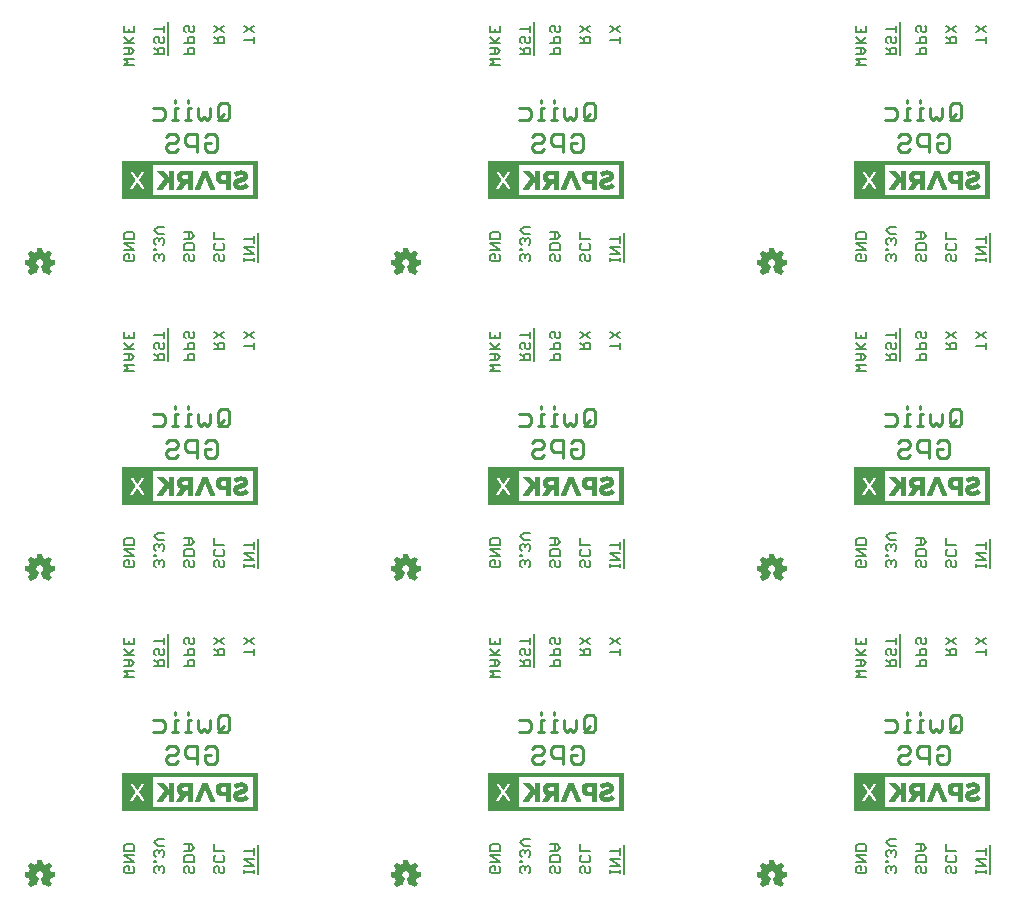
<source format=gbo>
G75*
%MOIN*%
%OFA0B0*%
%FSLAX25Y25*%
%IPPOS*%
%LPD*%
%AMOC8*
5,1,8,0,0,1.08239X$1,22.5*
%
%ADD10C,0.00600*%
%ADD11C,0.01100*%
%ADD12C,0.00299*%
%ADD13C,0.00039*%
D10*
X0082800Y0072700D02*
X0082800Y0073835D01*
X0083367Y0074402D01*
X0084501Y0074402D01*
X0084501Y0073268D01*
X0083367Y0072133D02*
X0082800Y0072700D01*
X0083367Y0072133D02*
X0085636Y0072133D01*
X0086203Y0072700D01*
X0086203Y0073835D01*
X0085636Y0074402D01*
X0086203Y0075816D02*
X0082800Y0078085D01*
X0086203Y0078085D01*
X0086203Y0079500D02*
X0086203Y0081201D01*
X0085636Y0081768D01*
X0083367Y0081768D01*
X0082800Y0081201D01*
X0082800Y0079500D01*
X0086203Y0079500D01*
X0086203Y0075816D02*
X0082800Y0075816D01*
X0092800Y0075816D02*
X0092800Y0076384D01*
X0093367Y0076384D01*
X0093367Y0075816D01*
X0092800Y0075816D01*
X0093367Y0074402D02*
X0092800Y0073835D01*
X0092800Y0072700D01*
X0093367Y0072133D01*
X0094501Y0073268D02*
X0094501Y0073835D01*
X0093934Y0074402D01*
X0093367Y0074402D01*
X0094501Y0073835D02*
X0095069Y0074402D01*
X0095636Y0074402D01*
X0096203Y0073835D01*
X0096203Y0072700D01*
X0095636Y0072133D01*
X0102800Y0072700D02*
X0102800Y0073835D01*
X0103367Y0074402D01*
X0103934Y0074402D01*
X0104501Y0073835D01*
X0104501Y0072700D01*
X0105069Y0072133D01*
X0105636Y0072133D01*
X0106203Y0072700D01*
X0106203Y0073835D01*
X0105636Y0074402D01*
X0106203Y0075816D02*
X0106203Y0077518D01*
X0105636Y0078085D01*
X0103367Y0078085D01*
X0102800Y0077518D01*
X0102800Y0075816D01*
X0106203Y0075816D01*
X0105069Y0079500D02*
X0102800Y0079500D01*
X0104501Y0079500D02*
X0104501Y0081768D01*
X0105069Y0081768D02*
X0102800Y0081768D01*
X0105069Y0081768D02*
X0106203Y0080634D01*
X0105069Y0079500D01*
X0112800Y0079500D02*
X0112800Y0081768D01*
X0112800Y0079500D02*
X0116203Y0079500D01*
X0115636Y0078085D02*
X0116203Y0077518D01*
X0116203Y0076384D01*
X0115636Y0075816D01*
X0113367Y0075816D01*
X0112800Y0076384D01*
X0112800Y0077518D01*
X0113367Y0078085D01*
X0113367Y0074402D02*
X0112800Y0073835D01*
X0112800Y0072700D01*
X0113367Y0072133D01*
X0114501Y0072700D02*
X0114501Y0073835D01*
X0113934Y0074402D01*
X0113367Y0074402D01*
X0114501Y0072700D02*
X0115069Y0072133D01*
X0115636Y0072133D01*
X0116203Y0072700D01*
X0116203Y0073835D01*
X0115636Y0074402D01*
X0122800Y0074589D02*
X0126203Y0074589D01*
X0122800Y0076857D01*
X0126203Y0076857D01*
X0126203Y0078272D02*
X0126203Y0080541D01*
X0126203Y0079406D02*
X0122800Y0079406D01*
X0127400Y0081655D02*
X0127400Y0071833D01*
X0126203Y0072133D02*
X0126203Y0073268D01*
X0126203Y0072700D02*
X0122800Y0072700D01*
X0122800Y0072133D02*
X0122800Y0073268D01*
X0103367Y0072133D02*
X0102800Y0072700D01*
X0096203Y0078225D02*
X0096203Y0079359D01*
X0095636Y0079927D01*
X0095069Y0079927D01*
X0094501Y0079359D01*
X0093934Y0079927D01*
X0093367Y0079927D01*
X0092800Y0079359D01*
X0092800Y0078225D01*
X0093367Y0077658D01*
X0094501Y0078792D02*
X0094501Y0079359D01*
X0095636Y0077658D02*
X0096203Y0078225D01*
X0096203Y0081341D02*
X0093934Y0081341D01*
X0092800Y0082475D01*
X0093934Y0083610D01*
X0096203Y0083610D01*
X0086203Y0137401D02*
X0082800Y0137401D01*
X0083934Y0138535D01*
X0082800Y0139669D01*
X0086203Y0139669D01*
X0085069Y0141084D02*
X0086203Y0142218D01*
X0085069Y0143352D01*
X0082800Y0143352D01*
X0082800Y0144767D02*
X0086203Y0144767D01*
X0084501Y0145334D02*
X0082800Y0147036D01*
X0082800Y0148450D02*
X0082800Y0150719D01*
X0084501Y0149584D02*
X0084501Y0148450D01*
X0082800Y0148450D02*
X0086203Y0148450D01*
X0086203Y0150719D01*
X0086203Y0147036D02*
X0083934Y0144767D01*
X0084501Y0143352D02*
X0084501Y0141084D01*
X0085069Y0141084D02*
X0082800Y0141084D01*
X0092800Y0141084D02*
X0096203Y0141084D01*
X0096203Y0142785D01*
X0095636Y0143352D01*
X0094501Y0143352D01*
X0093934Y0142785D01*
X0093934Y0141084D01*
X0093934Y0142218D02*
X0092800Y0143352D01*
X0093367Y0144767D02*
X0092800Y0145334D01*
X0092800Y0146468D01*
X0093367Y0147036D01*
X0093934Y0147036D01*
X0094501Y0146468D01*
X0094501Y0145334D01*
X0095069Y0144767D01*
X0095636Y0144767D01*
X0096203Y0145334D01*
X0096203Y0146468D01*
X0095636Y0147036D01*
X0096203Y0148450D02*
X0096203Y0150719D01*
X0096203Y0149584D02*
X0092800Y0149584D01*
X0097400Y0151833D02*
X0097400Y0140784D01*
X0102800Y0141084D02*
X0106203Y0141084D01*
X0106203Y0142785D01*
X0105636Y0143352D01*
X0104501Y0143352D01*
X0103934Y0142785D01*
X0103934Y0141084D01*
X0103934Y0144767D02*
X0103934Y0146468D01*
X0104501Y0147036D01*
X0105636Y0147036D01*
X0106203Y0146468D01*
X0106203Y0144767D01*
X0102800Y0144767D01*
X0103367Y0148450D02*
X0102800Y0149017D01*
X0102800Y0150152D01*
X0103367Y0150719D01*
X0103934Y0150719D01*
X0104501Y0150152D01*
X0104501Y0149017D01*
X0105069Y0148450D01*
X0105636Y0148450D01*
X0106203Y0149017D01*
X0106203Y0150152D01*
X0105636Y0150719D01*
X0112800Y0150719D02*
X0116203Y0148450D01*
X0115636Y0147036D02*
X0114501Y0147036D01*
X0113934Y0146468D01*
X0113934Y0144767D01*
X0112800Y0144767D02*
X0116203Y0144767D01*
X0116203Y0146468D01*
X0115636Y0147036D01*
X0113934Y0145901D02*
X0112800Y0147036D01*
X0112800Y0148450D02*
X0116203Y0150719D01*
X0122800Y0150719D02*
X0126203Y0148450D01*
X0126203Y0147036D02*
X0126203Y0144767D01*
X0126203Y0145901D02*
X0122800Y0145901D01*
X0122800Y0148450D02*
X0126203Y0150719D01*
X0127400Y0173833D02*
X0127400Y0183655D01*
X0126203Y0182541D02*
X0126203Y0180272D01*
X0126203Y0181406D02*
X0122800Y0181406D01*
X0122800Y0178857D02*
X0126203Y0178857D01*
X0126203Y0176589D02*
X0122800Y0178857D01*
X0122800Y0176589D02*
X0126203Y0176589D01*
X0126203Y0175268D02*
X0126203Y0174133D01*
X0126203Y0174700D02*
X0122800Y0174700D01*
X0122800Y0174133D02*
X0122800Y0175268D01*
X0116203Y0175835D02*
X0116203Y0174700D01*
X0115636Y0174133D01*
X0115069Y0174133D01*
X0114501Y0174700D01*
X0114501Y0175835D01*
X0113934Y0176402D01*
X0113367Y0176402D01*
X0112800Y0175835D01*
X0112800Y0174700D01*
X0113367Y0174133D01*
X0115636Y0176402D02*
X0116203Y0175835D01*
X0115636Y0177816D02*
X0113367Y0177816D01*
X0112800Y0178384D01*
X0112800Y0179518D01*
X0113367Y0180085D01*
X0112800Y0181500D02*
X0112800Y0183768D01*
X0112800Y0181500D02*
X0116203Y0181500D01*
X0115636Y0180085D02*
X0116203Y0179518D01*
X0116203Y0178384D01*
X0115636Y0177816D01*
X0106203Y0177816D02*
X0106203Y0179518D01*
X0105636Y0180085D01*
X0103367Y0180085D01*
X0102800Y0179518D01*
X0102800Y0177816D01*
X0106203Y0177816D01*
X0105636Y0176402D02*
X0106203Y0175835D01*
X0106203Y0174700D01*
X0105636Y0174133D01*
X0105069Y0174133D01*
X0104501Y0174700D01*
X0104501Y0175835D01*
X0103934Y0176402D01*
X0103367Y0176402D01*
X0102800Y0175835D01*
X0102800Y0174700D01*
X0103367Y0174133D01*
X0096203Y0174700D02*
X0096203Y0175835D01*
X0095636Y0176402D01*
X0095069Y0176402D01*
X0094501Y0175835D01*
X0093934Y0176402D01*
X0093367Y0176402D01*
X0092800Y0175835D01*
X0092800Y0174700D01*
X0093367Y0174133D01*
X0094501Y0175268D02*
X0094501Y0175835D01*
X0095636Y0174133D02*
X0096203Y0174700D01*
X0093367Y0177816D02*
X0093367Y0178384D01*
X0092800Y0178384D01*
X0092800Y0177816D01*
X0093367Y0177816D01*
X0093367Y0179658D02*
X0092800Y0180225D01*
X0092800Y0181359D01*
X0093367Y0181927D01*
X0093934Y0181927D01*
X0094501Y0181359D01*
X0094501Y0180792D01*
X0094501Y0181359D02*
X0095069Y0181927D01*
X0095636Y0181927D01*
X0096203Y0181359D01*
X0096203Y0180225D01*
X0095636Y0179658D01*
X0096203Y0183341D02*
X0093934Y0183341D01*
X0092800Y0184475D01*
X0093934Y0185610D01*
X0096203Y0185610D01*
X0102800Y0183768D02*
X0105069Y0183768D01*
X0106203Y0182634D01*
X0105069Y0181500D01*
X0102800Y0181500D01*
X0104501Y0181500D02*
X0104501Y0183768D01*
X0086203Y0183201D02*
X0086203Y0181500D01*
X0082800Y0181500D01*
X0082800Y0183201D01*
X0083367Y0183768D01*
X0085636Y0183768D01*
X0086203Y0183201D01*
X0086203Y0180085D02*
X0082800Y0180085D01*
X0086203Y0177816D01*
X0082800Y0177816D01*
X0083367Y0176402D02*
X0082800Y0175835D01*
X0082800Y0174700D01*
X0083367Y0174133D01*
X0085636Y0174133D01*
X0086203Y0174700D01*
X0086203Y0175835D01*
X0085636Y0176402D01*
X0084501Y0176402D02*
X0084501Y0175268D01*
X0084501Y0176402D02*
X0083367Y0176402D01*
X0082800Y0239401D02*
X0083934Y0240535D01*
X0082800Y0241669D01*
X0086203Y0241669D01*
X0085069Y0243084D02*
X0086203Y0244218D01*
X0085069Y0245352D01*
X0082800Y0245352D01*
X0082800Y0246767D02*
X0086203Y0246767D01*
X0084501Y0247334D02*
X0082800Y0249036D01*
X0082800Y0250450D02*
X0082800Y0252719D01*
X0084501Y0251584D02*
X0084501Y0250450D01*
X0082800Y0250450D02*
X0086203Y0250450D01*
X0086203Y0252719D01*
X0086203Y0249036D02*
X0083934Y0246767D01*
X0084501Y0245352D02*
X0084501Y0243084D01*
X0085069Y0243084D02*
X0082800Y0243084D01*
X0082800Y0239401D02*
X0086203Y0239401D01*
X0092800Y0243084D02*
X0096203Y0243084D01*
X0096203Y0244785D01*
X0095636Y0245352D01*
X0094501Y0245352D01*
X0093934Y0244785D01*
X0093934Y0243084D01*
X0093934Y0244218D02*
X0092800Y0245352D01*
X0093367Y0246767D02*
X0092800Y0247334D01*
X0092800Y0248468D01*
X0093367Y0249036D01*
X0093934Y0249036D01*
X0094501Y0248468D01*
X0094501Y0247334D01*
X0095069Y0246767D01*
X0095636Y0246767D01*
X0096203Y0247334D01*
X0096203Y0248468D01*
X0095636Y0249036D01*
X0096203Y0250450D02*
X0096203Y0252719D01*
X0096203Y0251584D02*
X0092800Y0251584D01*
X0097400Y0253833D02*
X0097400Y0242784D01*
X0102800Y0243084D02*
X0106203Y0243084D01*
X0106203Y0244785D01*
X0105636Y0245352D01*
X0104501Y0245352D01*
X0103934Y0244785D01*
X0103934Y0243084D01*
X0103934Y0246767D02*
X0103934Y0248468D01*
X0104501Y0249036D01*
X0105636Y0249036D01*
X0106203Y0248468D01*
X0106203Y0246767D01*
X0102800Y0246767D01*
X0103367Y0250450D02*
X0102800Y0251017D01*
X0102800Y0252152D01*
X0103367Y0252719D01*
X0103934Y0252719D01*
X0104501Y0252152D01*
X0104501Y0251017D01*
X0105069Y0250450D01*
X0105636Y0250450D01*
X0106203Y0251017D01*
X0106203Y0252152D01*
X0105636Y0252719D01*
X0112800Y0252719D02*
X0116203Y0250450D01*
X0115636Y0249036D02*
X0114501Y0249036D01*
X0113934Y0248468D01*
X0113934Y0246767D01*
X0112800Y0246767D02*
X0116203Y0246767D01*
X0116203Y0248468D01*
X0115636Y0249036D01*
X0113934Y0247901D02*
X0112800Y0249036D01*
X0112800Y0250450D02*
X0116203Y0252719D01*
X0122800Y0252719D02*
X0126203Y0250450D01*
X0126203Y0249036D02*
X0126203Y0246767D01*
X0126203Y0247901D02*
X0122800Y0247901D01*
X0122800Y0250450D02*
X0126203Y0252719D01*
X0127400Y0275833D02*
X0127400Y0285655D01*
X0126203Y0284541D02*
X0126203Y0282272D01*
X0126203Y0283406D02*
X0122800Y0283406D01*
X0122800Y0280857D02*
X0126203Y0280857D01*
X0126203Y0278589D02*
X0122800Y0280857D01*
X0122800Y0278589D02*
X0126203Y0278589D01*
X0126203Y0277268D02*
X0126203Y0276133D01*
X0126203Y0276700D02*
X0122800Y0276700D01*
X0122800Y0276133D02*
X0122800Y0277268D01*
X0116203Y0277835D02*
X0116203Y0276700D01*
X0115636Y0276133D01*
X0115069Y0276133D01*
X0114501Y0276700D01*
X0114501Y0277835D01*
X0113934Y0278402D01*
X0113367Y0278402D01*
X0112800Y0277835D01*
X0112800Y0276700D01*
X0113367Y0276133D01*
X0115636Y0278402D02*
X0116203Y0277835D01*
X0115636Y0279816D02*
X0113367Y0279816D01*
X0112800Y0280384D01*
X0112800Y0281518D01*
X0113367Y0282085D01*
X0112800Y0283500D02*
X0112800Y0285768D01*
X0112800Y0283500D02*
X0116203Y0283500D01*
X0115636Y0282085D02*
X0116203Y0281518D01*
X0116203Y0280384D01*
X0115636Y0279816D01*
X0106203Y0279816D02*
X0106203Y0281518D01*
X0105636Y0282085D01*
X0103367Y0282085D01*
X0102800Y0281518D01*
X0102800Y0279816D01*
X0106203Y0279816D01*
X0105636Y0278402D02*
X0106203Y0277835D01*
X0106203Y0276700D01*
X0105636Y0276133D01*
X0105069Y0276133D01*
X0104501Y0276700D01*
X0104501Y0277835D01*
X0103934Y0278402D01*
X0103367Y0278402D01*
X0102800Y0277835D01*
X0102800Y0276700D01*
X0103367Y0276133D01*
X0096203Y0276700D02*
X0096203Y0277835D01*
X0095636Y0278402D01*
X0095069Y0278402D01*
X0094501Y0277835D01*
X0093934Y0278402D01*
X0093367Y0278402D01*
X0092800Y0277835D01*
X0092800Y0276700D01*
X0093367Y0276133D01*
X0094501Y0277268D02*
X0094501Y0277835D01*
X0095636Y0276133D02*
X0096203Y0276700D01*
X0093367Y0279816D02*
X0093367Y0280384D01*
X0092800Y0280384D01*
X0092800Y0279816D01*
X0093367Y0279816D01*
X0093367Y0281658D02*
X0092800Y0282225D01*
X0092800Y0283359D01*
X0093367Y0283927D01*
X0093934Y0283927D01*
X0094501Y0283359D01*
X0094501Y0282792D01*
X0094501Y0283359D02*
X0095069Y0283927D01*
X0095636Y0283927D01*
X0096203Y0283359D01*
X0096203Y0282225D01*
X0095636Y0281658D01*
X0096203Y0285341D02*
X0093934Y0285341D01*
X0092800Y0286475D01*
X0093934Y0287610D01*
X0096203Y0287610D01*
X0102800Y0285768D02*
X0105069Y0285768D01*
X0106203Y0284634D01*
X0105069Y0283500D01*
X0102800Y0283500D01*
X0104501Y0283500D02*
X0104501Y0285768D01*
X0086203Y0285201D02*
X0086203Y0283500D01*
X0082800Y0283500D01*
X0082800Y0285201D01*
X0083367Y0285768D01*
X0085636Y0285768D01*
X0086203Y0285201D01*
X0086203Y0282085D02*
X0082800Y0282085D01*
X0086203Y0279816D01*
X0082800Y0279816D01*
X0083367Y0278402D02*
X0082800Y0277835D01*
X0082800Y0276700D01*
X0083367Y0276133D01*
X0085636Y0276133D01*
X0086203Y0276700D01*
X0086203Y0277835D01*
X0085636Y0278402D01*
X0084501Y0278402D02*
X0084501Y0277268D01*
X0084501Y0278402D02*
X0083367Y0278402D01*
X0082800Y0341401D02*
X0083934Y0342535D01*
X0082800Y0343669D01*
X0086203Y0343669D01*
X0085069Y0345084D02*
X0086203Y0346218D01*
X0085069Y0347352D01*
X0082800Y0347352D01*
X0082800Y0348767D02*
X0086203Y0348767D01*
X0084501Y0349334D02*
X0082800Y0351036D01*
X0082800Y0352450D02*
X0082800Y0354719D01*
X0084501Y0353584D02*
X0084501Y0352450D01*
X0082800Y0352450D02*
X0086203Y0352450D01*
X0086203Y0354719D01*
X0086203Y0351036D02*
X0083934Y0348767D01*
X0084501Y0347352D02*
X0084501Y0345084D01*
X0085069Y0345084D02*
X0082800Y0345084D01*
X0082800Y0341401D02*
X0086203Y0341401D01*
X0092800Y0345084D02*
X0096203Y0345084D01*
X0096203Y0346785D01*
X0095636Y0347352D01*
X0094501Y0347352D01*
X0093934Y0346785D01*
X0093934Y0345084D01*
X0093934Y0346218D02*
X0092800Y0347352D01*
X0093367Y0348767D02*
X0092800Y0349334D01*
X0092800Y0350468D01*
X0093367Y0351036D01*
X0093934Y0351036D01*
X0094501Y0350468D01*
X0094501Y0349334D01*
X0095069Y0348767D01*
X0095636Y0348767D01*
X0096203Y0349334D01*
X0096203Y0350468D01*
X0095636Y0351036D01*
X0096203Y0352450D02*
X0096203Y0354719D01*
X0096203Y0353584D02*
X0092800Y0353584D01*
X0097400Y0355833D02*
X0097400Y0344784D01*
X0102800Y0345084D02*
X0106203Y0345084D01*
X0106203Y0346785D01*
X0105636Y0347352D01*
X0104501Y0347352D01*
X0103934Y0346785D01*
X0103934Y0345084D01*
X0103934Y0348767D02*
X0103934Y0350468D01*
X0104501Y0351036D01*
X0105636Y0351036D01*
X0106203Y0350468D01*
X0106203Y0348767D01*
X0102800Y0348767D01*
X0103367Y0352450D02*
X0102800Y0353017D01*
X0102800Y0354152D01*
X0103367Y0354719D01*
X0103934Y0354719D01*
X0104501Y0354152D01*
X0104501Y0353017D01*
X0105069Y0352450D01*
X0105636Y0352450D01*
X0106203Y0353017D01*
X0106203Y0354152D01*
X0105636Y0354719D01*
X0112800Y0354719D02*
X0116203Y0352450D01*
X0115636Y0351036D02*
X0114501Y0351036D01*
X0113934Y0350468D01*
X0113934Y0348767D01*
X0112800Y0348767D02*
X0116203Y0348767D01*
X0116203Y0350468D01*
X0115636Y0351036D01*
X0113934Y0349901D02*
X0112800Y0351036D01*
X0112800Y0352450D02*
X0116203Y0354719D01*
X0122800Y0354719D02*
X0126203Y0352450D01*
X0126203Y0351036D02*
X0126203Y0348767D01*
X0126203Y0349901D02*
X0122800Y0349901D01*
X0122800Y0352450D02*
X0126203Y0354719D01*
X0204800Y0354719D02*
X0204800Y0352450D01*
X0208203Y0352450D01*
X0208203Y0354719D01*
X0206501Y0353584D02*
X0206501Y0352450D01*
X0204800Y0351036D02*
X0206501Y0349334D01*
X0205934Y0348767D02*
X0208203Y0351036D01*
X0208203Y0348767D02*
X0204800Y0348767D01*
X0204800Y0347352D02*
X0207069Y0347352D01*
X0208203Y0346218D01*
X0207069Y0345084D01*
X0204800Y0345084D01*
X0204800Y0343669D02*
X0208203Y0343669D01*
X0206501Y0345084D02*
X0206501Y0347352D01*
X0204800Y0343669D02*
X0205934Y0342535D01*
X0204800Y0341401D01*
X0208203Y0341401D01*
X0214800Y0345084D02*
X0218203Y0345084D01*
X0218203Y0346785D01*
X0217636Y0347352D01*
X0216501Y0347352D01*
X0215934Y0346785D01*
X0215934Y0345084D01*
X0215934Y0346218D02*
X0214800Y0347352D01*
X0215367Y0348767D02*
X0214800Y0349334D01*
X0214800Y0350468D01*
X0215367Y0351036D01*
X0215934Y0351036D01*
X0216501Y0350468D01*
X0216501Y0349334D01*
X0217069Y0348767D01*
X0217636Y0348767D01*
X0218203Y0349334D01*
X0218203Y0350468D01*
X0217636Y0351036D01*
X0218203Y0352450D02*
X0218203Y0354719D01*
X0218203Y0353584D02*
X0214800Y0353584D01*
X0219400Y0355833D02*
X0219400Y0344784D01*
X0224800Y0345084D02*
X0228203Y0345084D01*
X0228203Y0346785D01*
X0227636Y0347352D01*
X0226501Y0347352D01*
X0225934Y0346785D01*
X0225934Y0345084D01*
X0225934Y0348767D02*
X0225934Y0350468D01*
X0226501Y0351036D01*
X0227636Y0351036D01*
X0228203Y0350468D01*
X0228203Y0348767D01*
X0224800Y0348767D01*
X0225367Y0352450D02*
X0224800Y0353017D01*
X0224800Y0354152D01*
X0225367Y0354719D01*
X0225934Y0354719D01*
X0226501Y0354152D01*
X0226501Y0353017D01*
X0227069Y0352450D01*
X0227636Y0352450D01*
X0228203Y0353017D01*
X0228203Y0354152D01*
X0227636Y0354719D01*
X0234800Y0354719D02*
X0238203Y0352450D01*
X0237636Y0351036D02*
X0236501Y0351036D01*
X0235934Y0350468D01*
X0235934Y0348767D01*
X0234800Y0348767D02*
X0238203Y0348767D01*
X0238203Y0350468D01*
X0237636Y0351036D01*
X0235934Y0349901D02*
X0234800Y0351036D01*
X0234800Y0352450D02*
X0238203Y0354719D01*
X0244800Y0354719D02*
X0248203Y0352450D01*
X0248203Y0351036D02*
X0248203Y0348767D01*
X0248203Y0349901D02*
X0244800Y0349901D01*
X0244800Y0352450D02*
X0248203Y0354719D01*
X0326800Y0354719D02*
X0326800Y0352450D01*
X0330203Y0352450D01*
X0330203Y0354719D01*
X0328501Y0353584D02*
X0328501Y0352450D01*
X0326800Y0351036D02*
X0328501Y0349334D01*
X0327934Y0348767D02*
X0330203Y0351036D01*
X0330203Y0348767D02*
X0326800Y0348767D01*
X0326800Y0347352D02*
X0329069Y0347352D01*
X0330203Y0346218D01*
X0329069Y0345084D01*
X0326800Y0345084D01*
X0326800Y0343669D02*
X0330203Y0343669D01*
X0328501Y0345084D02*
X0328501Y0347352D01*
X0326800Y0343669D02*
X0327934Y0342535D01*
X0326800Y0341401D01*
X0330203Y0341401D01*
X0336800Y0345084D02*
X0340203Y0345084D01*
X0340203Y0346785D01*
X0339636Y0347352D01*
X0338501Y0347352D01*
X0337934Y0346785D01*
X0337934Y0345084D01*
X0337934Y0346218D02*
X0336800Y0347352D01*
X0337367Y0348767D02*
X0336800Y0349334D01*
X0336800Y0350468D01*
X0337367Y0351036D01*
X0337934Y0351036D01*
X0338501Y0350468D01*
X0338501Y0349334D01*
X0339069Y0348767D01*
X0339636Y0348767D01*
X0340203Y0349334D01*
X0340203Y0350468D01*
X0339636Y0351036D01*
X0340203Y0352450D02*
X0340203Y0354719D01*
X0340203Y0353584D02*
X0336800Y0353584D01*
X0341400Y0355833D02*
X0341400Y0344784D01*
X0346800Y0345084D02*
X0350203Y0345084D01*
X0350203Y0346785D01*
X0349636Y0347352D01*
X0348501Y0347352D01*
X0347934Y0346785D01*
X0347934Y0345084D01*
X0347934Y0348767D02*
X0347934Y0350468D01*
X0348501Y0351036D01*
X0349636Y0351036D01*
X0350203Y0350468D01*
X0350203Y0348767D01*
X0346800Y0348767D01*
X0347367Y0352450D02*
X0346800Y0353017D01*
X0346800Y0354152D01*
X0347367Y0354719D01*
X0347934Y0354719D01*
X0348501Y0354152D01*
X0348501Y0353017D01*
X0349069Y0352450D01*
X0349636Y0352450D01*
X0350203Y0353017D01*
X0350203Y0354152D01*
X0349636Y0354719D01*
X0356800Y0354719D02*
X0360203Y0352450D01*
X0359636Y0351036D02*
X0358501Y0351036D01*
X0357934Y0350468D01*
X0357934Y0348767D01*
X0356800Y0348767D02*
X0360203Y0348767D01*
X0360203Y0350468D01*
X0359636Y0351036D01*
X0357934Y0349901D02*
X0356800Y0351036D01*
X0356800Y0352450D02*
X0360203Y0354719D01*
X0366800Y0354719D02*
X0370203Y0352450D01*
X0370203Y0351036D02*
X0370203Y0348767D01*
X0370203Y0349901D02*
X0366800Y0349901D01*
X0366800Y0352450D02*
X0370203Y0354719D01*
X0371400Y0285655D02*
X0371400Y0275833D01*
X0370203Y0276133D02*
X0370203Y0277268D01*
X0370203Y0276700D02*
X0366800Y0276700D01*
X0366800Y0276133D02*
X0366800Y0277268D01*
X0366800Y0278589D02*
X0370203Y0278589D01*
X0366800Y0280857D01*
X0370203Y0280857D01*
X0370203Y0282272D02*
X0370203Y0284541D01*
X0370203Y0283406D02*
X0366800Y0283406D01*
X0360203Y0283500D02*
X0356800Y0283500D01*
X0356800Y0285768D01*
X0357367Y0282085D02*
X0356800Y0281518D01*
X0356800Y0280384D01*
X0357367Y0279816D01*
X0359636Y0279816D01*
X0360203Y0280384D01*
X0360203Y0281518D01*
X0359636Y0282085D01*
X0359636Y0278402D02*
X0360203Y0277835D01*
X0360203Y0276700D01*
X0359636Y0276133D01*
X0359069Y0276133D01*
X0358501Y0276700D01*
X0358501Y0277835D01*
X0357934Y0278402D01*
X0357367Y0278402D01*
X0356800Y0277835D01*
X0356800Y0276700D01*
X0357367Y0276133D01*
X0350203Y0276700D02*
X0350203Y0277835D01*
X0349636Y0278402D01*
X0348501Y0277835D02*
X0347934Y0278402D01*
X0347367Y0278402D01*
X0346800Y0277835D01*
X0346800Y0276700D01*
X0347367Y0276133D01*
X0348501Y0276700D02*
X0348501Y0277835D01*
X0348501Y0276700D02*
X0349069Y0276133D01*
X0349636Y0276133D01*
X0350203Y0276700D01*
X0350203Y0279816D02*
X0346800Y0279816D01*
X0346800Y0281518D01*
X0347367Y0282085D01*
X0349636Y0282085D01*
X0350203Y0281518D01*
X0350203Y0279816D01*
X0349069Y0283500D02*
X0346800Y0283500D01*
X0348501Y0283500D02*
X0348501Y0285768D01*
X0349069Y0285768D02*
X0346800Y0285768D01*
X0349069Y0285768D02*
X0350203Y0284634D01*
X0349069Y0283500D01*
X0340203Y0283359D02*
X0339636Y0283927D01*
X0339069Y0283927D01*
X0338501Y0283359D01*
X0337934Y0283927D01*
X0337367Y0283927D01*
X0336800Y0283359D01*
X0336800Y0282225D01*
X0337367Y0281658D01*
X0337367Y0280384D02*
X0336800Y0280384D01*
X0336800Y0279816D01*
X0337367Y0279816D01*
X0337367Y0280384D01*
X0337367Y0278402D02*
X0336800Y0277835D01*
X0336800Y0276700D01*
X0337367Y0276133D01*
X0338501Y0277268D02*
X0338501Y0277835D01*
X0337934Y0278402D01*
X0337367Y0278402D01*
X0338501Y0277835D02*
X0339069Y0278402D01*
X0339636Y0278402D01*
X0340203Y0277835D01*
X0340203Y0276700D01*
X0339636Y0276133D01*
X0339636Y0281658D02*
X0340203Y0282225D01*
X0340203Y0283359D01*
X0338501Y0283359D02*
X0338501Y0282792D01*
X0337934Y0285341D02*
X0336800Y0286475D01*
X0337934Y0287610D01*
X0340203Y0287610D01*
X0340203Y0285341D02*
X0337934Y0285341D01*
X0330203Y0285201D02*
X0330203Y0283500D01*
X0326800Y0283500D01*
X0326800Y0285201D01*
X0327367Y0285768D01*
X0329636Y0285768D01*
X0330203Y0285201D01*
X0330203Y0282085D02*
X0326800Y0282085D01*
X0330203Y0279816D01*
X0326800Y0279816D01*
X0327367Y0278402D02*
X0328501Y0278402D01*
X0328501Y0277268D01*
X0327367Y0278402D02*
X0326800Y0277835D01*
X0326800Y0276700D01*
X0327367Y0276133D01*
X0329636Y0276133D01*
X0330203Y0276700D01*
X0330203Y0277835D01*
X0329636Y0278402D01*
X0330203Y0252719D02*
X0330203Y0250450D01*
X0326800Y0250450D01*
X0326800Y0252719D01*
X0328501Y0251584D02*
X0328501Y0250450D01*
X0326800Y0249036D02*
X0328501Y0247334D01*
X0327934Y0246767D02*
X0330203Y0249036D01*
X0330203Y0246767D02*
X0326800Y0246767D01*
X0326800Y0245352D02*
X0329069Y0245352D01*
X0330203Y0244218D01*
X0329069Y0243084D01*
X0326800Y0243084D01*
X0326800Y0241669D02*
X0330203Y0241669D01*
X0328501Y0243084D02*
X0328501Y0245352D01*
X0326800Y0241669D02*
X0327934Y0240535D01*
X0326800Y0239401D01*
X0330203Y0239401D01*
X0336800Y0243084D02*
X0340203Y0243084D01*
X0340203Y0244785D01*
X0339636Y0245352D01*
X0338501Y0245352D01*
X0337934Y0244785D01*
X0337934Y0243084D01*
X0337934Y0244218D02*
X0336800Y0245352D01*
X0337367Y0246767D02*
X0336800Y0247334D01*
X0336800Y0248468D01*
X0337367Y0249036D01*
X0337934Y0249036D01*
X0338501Y0248468D01*
X0338501Y0247334D01*
X0339069Y0246767D01*
X0339636Y0246767D01*
X0340203Y0247334D01*
X0340203Y0248468D01*
X0339636Y0249036D01*
X0340203Y0250450D02*
X0340203Y0252719D01*
X0340203Y0251584D02*
X0336800Y0251584D01*
X0341400Y0253833D02*
X0341400Y0242784D01*
X0346800Y0243084D02*
X0350203Y0243084D01*
X0350203Y0244785D01*
X0349636Y0245352D01*
X0348501Y0245352D01*
X0347934Y0244785D01*
X0347934Y0243084D01*
X0347934Y0246767D02*
X0347934Y0248468D01*
X0348501Y0249036D01*
X0349636Y0249036D01*
X0350203Y0248468D01*
X0350203Y0246767D01*
X0346800Y0246767D01*
X0347367Y0250450D02*
X0346800Y0251017D01*
X0346800Y0252152D01*
X0347367Y0252719D01*
X0347934Y0252719D01*
X0348501Y0252152D01*
X0348501Y0251017D01*
X0349069Y0250450D01*
X0349636Y0250450D01*
X0350203Y0251017D01*
X0350203Y0252152D01*
X0349636Y0252719D01*
X0356800Y0252719D02*
X0360203Y0250450D01*
X0359636Y0249036D02*
X0358501Y0249036D01*
X0357934Y0248468D01*
X0357934Y0246767D01*
X0356800Y0246767D02*
X0360203Y0246767D01*
X0360203Y0248468D01*
X0359636Y0249036D01*
X0357934Y0247901D02*
X0356800Y0249036D01*
X0356800Y0250450D02*
X0360203Y0252719D01*
X0366800Y0252719D02*
X0370203Y0250450D01*
X0370203Y0249036D02*
X0370203Y0246767D01*
X0370203Y0247901D02*
X0366800Y0247901D01*
X0366800Y0250450D02*
X0370203Y0252719D01*
X0371400Y0183655D02*
X0371400Y0173833D01*
X0370203Y0174133D02*
X0370203Y0175268D01*
X0370203Y0174700D02*
X0366800Y0174700D01*
X0366800Y0174133D02*
X0366800Y0175268D01*
X0366800Y0176589D02*
X0370203Y0176589D01*
X0366800Y0178857D01*
X0370203Y0178857D01*
X0370203Y0180272D02*
X0370203Y0182541D01*
X0370203Y0181406D02*
X0366800Y0181406D01*
X0360203Y0181500D02*
X0356800Y0181500D01*
X0356800Y0183768D01*
X0357367Y0180085D02*
X0356800Y0179518D01*
X0356800Y0178384D01*
X0357367Y0177816D01*
X0359636Y0177816D01*
X0360203Y0178384D01*
X0360203Y0179518D01*
X0359636Y0180085D01*
X0359636Y0176402D02*
X0360203Y0175835D01*
X0360203Y0174700D01*
X0359636Y0174133D01*
X0359069Y0174133D01*
X0358501Y0174700D01*
X0358501Y0175835D01*
X0357934Y0176402D01*
X0357367Y0176402D01*
X0356800Y0175835D01*
X0356800Y0174700D01*
X0357367Y0174133D01*
X0350203Y0174700D02*
X0350203Y0175835D01*
X0349636Y0176402D01*
X0348501Y0175835D02*
X0347934Y0176402D01*
X0347367Y0176402D01*
X0346800Y0175835D01*
X0346800Y0174700D01*
X0347367Y0174133D01*
X0348501Y0174700D02*
X0348501Y0175835D01*
X0348501Y0174700D02*
X0349069Y0174133D01*
X0349636Y0174133D01*
X0350203Y0174700D01*
X0350203Y0177816D02*
X0346800Y0177816D01*
X0346800Y0179518D01*
X0347367Y0180085D01*
X0349636Y0180085D01*
X0350203Y0179518D01*
X0350203Y0177816D01*
X0349069Y0181500D02*
X0346800Y0181500D01*
X0348501Y0181500D02*
X0348501Y0183768D01*
X0349069Y0183768D02*
X0346800Y0183768D01*
X0349069Y0183768D02*
X0350203Y0182634D01*
X0349069Y0181500D01*
X0340203Y0181359D02*
X0339636Y0181927D01*
X0339069Y0181927D01*
X0338501Y0181359D01*
X0337934Y0181927D01*
X0337367Y0181927D01*
X0336800Y0181359D01*
X0336800Y0180225D01*
X0337367Y0179658D01*
X0337367Y0178384D02*
X0336800Y0178384D01*
X0336800Y0177816D01*
X0337367Y0177816D01*
X0337367Y0178384D01*
X0337367Y0176402D02*
X0336800Y0175835D01*
X0336800Y0174700D01*
X0337367Y0174133D01*
X0338501Y0175268D02*
X0338501Y0175835D01*
X0337934Y0176402D01*
X0337367Y0176402D01*
X0338501Y0175835D02*
X0339069Y0176402D01*
X0339636Y0176402D01*
X0340203Y0175835D01*
X0340203Y0174700D01*
X0339636Y0174133D01*
X0339636Y0179658D02*
X0340203Y0180225D01*
X0340203Y0181359D01*
X0338501Y0181359D02*
X0338501Y0180792D01*
X0337934Y0183341D02*
X0336800Y0184475D01*
X0337934Y0185610D01*
X0340203Y0185610D01*
X0340203Y0183341D02*
X0337934Y0183341D01*
X0330203Y0183201D02*
X0330203Y0181500D01*
X0326800Y0181500D01*
X0326800Y0183201D01*
X0327367Y0183768D01*
X0329636Y0183768D01*
X0330203Y0183201D01*
X0330203Y0180085D02*
X0326800Y0180085D01*
X0330203Y0177816D01*
X0326800Y0177816D01*
X0327367Y0176402D02*
X0328501Y0176402D01*
X0328501Y0175268D01*
X0327367Y0176402D02*
X0326800Y0175835D01*
X0326800Y0174700D01*
X0327367Y0174133D01*
X0329636Y0174133D01*
X0330203Y0174700D01*
X0330203Y0175835D01*
X0329636Y0176402D01*
X0330203Y0150719D02*
X0330203Y0148450D01*
X0326800Y0148450D01*
X0326800Y0150719D01*
X0328501Y0149584D02*
X0328501Y0148450D01*
X0326800Y0147036D02*
X0328501Y0145334D01*
X0327934Y0144767D02*
X0330203Y0147036D01*
X0330203Y0144767D02*
X0326800Y0144767D01*
X0326800Y0143352D02*
X0329069Y0143352D01*
X0330203Y0142218D01*
X0329069Y0141084D01*
X0326800Y0141084D01*
X0326800Y0139669D02*
X0330203Y0139669D01*
X0328501Y0141084D02*
X0328501Y0143352D01*
X0326800Y0139669D02*
X0327934Y0138535D01*
X0326800Y0137401D01*
X0330203Y0137401D01*
X0336800Y0141084D02*
X0340203Y0141084D01*
X0340203Y0142785D01*
X0339636Y0143352D01*
X0338501Y0143352D01*
X0337934Y0142785D01*
X0337934Y0141084D01*
X0337934Y0142218D02*
X0336800Y0143352D01*
X0337367Y0144767D02*
X0336800Y0145334D01*
X0336800Y0146468D01*
X0337367Y0147036D01*
X0337934Y0147036D01*
X0338501Y0146468D01*
X0338501Y0145334D01*
X0339069Y0144767D01*
X0339636Y0144767D01*
X0340203Y0145334D01*
X0340203Y0146468D01*
X0339636Y0147036D01*
X0340203Y0148450D02*
X0340203Y0150719D01*
X0340203Y0149584D02*
X0336800Y0149584D01*
X0341400Y0151833D02*
X0341400Y0140784D01*
X0346800Y0141084D02*
X0350203Y0141084D01*
X0350203Y0142785D01*
X0349636Y0143352D01*
X0348501Y0143352D01*
X0347934Y0142785D01*
X0347934Y0141084D01*
X0347934Y0144767D02*
X0347934Y0146468D01*
X0348501Y0147036D01*
X0349636Y0147036D01*
X0350203Y0146468D01*
X0350203Y0144767D01*
X0346800Y0144767D01*
X0347367Y0148450D02*
X0346800Y0149017D01*
X0346800Y0150152D01*
X0347367Y0150719D01*
X0347934Y0150719D01*
X0348501Y0150152D01*
X0348501Y0149017D01*
X0349069Y0148450D01*
X0349636Y0148450D01*
X0350203Y0149017D01*
X0350203Y0150152D01*
X0349636Y0150719D01*
X0356800Y0150719D02*
X0360203Y0148450D01*
X0359636Y0147036D02*
X0358501Y0147036D01*
X0357934Y0146468D01*
X0357934Y0144767D01*
X0356800Y0144767D02*
X0360203Y0144767D01*
X0360203Y0146468D01*
X0359636Y0147036D01*
X0357934Y0145901D02*
X0356800Y0147036D01*
X0356800Y0148450D02*
X0360203Y0150719D01*
X0366800Y0150719D02*
X0370203Y0148450D01*
X0370203Y0147036D02*
X0370203Y0144767D01*
X0370203Y0145901D02*
X0366800Y0145901D01*
X0366800Y0148450D02*
X0370203Y0150719D01*
X0371400Y0081655D02*
X0371400Y0071833D01*
X0370203Y0072133D02*
X0370203Y0073268D01*
X0370203Y0072700D02*
X0366800Y0072700D01*
X0366800Y0072133D02*
X0366800Y0073268D01*
X0366800Y0074589D02*
X0370203Y0074589D01*
X0366800Y0076857D01*
X0370203Y0076857D01*
X0370203Y0078272D02*
X0370203Y0080541D01*
X0370203Y0079406D02*
X0366800Y0079406D01*
X0360203Y0079500D02*
X0356800Y0079500D01*
X0356800Y0081768D01*
X0357367Y0078085D02*
X0356800Y0077518D01*
X0356800Y0076384D01*
X0357367Y0075816D01*
X0359636Y0075816D01*
X0360203Y0076384D01*
X0360203Y0077518D01*
X0359636Y0078085D01*
X0359636Y0074402D02*
X0360203Y0073835D01*
X0360203Y0072700D01*
X0359636Y0072133D01*
X0359069Y0072133D01*
X0358501Y0072700D01*
X0358501Y0073835D01*
X0357934Y0074402D01*
X0357367Y0074402D01*
X0356800Y0073835D01*
X0356800Y0072700D01*
X0357367Y0072133D01*
X0350203Y0072700D02*
X0350203Y0073835D01*
X0349636Y0074402D01*
X0348501Y0073835D02*
X0347934Y0074402D01*
X0347367Y0074402D01*
X0346800Y0073835D01*
X0346800Y0072700D01*
X0347367Y0072133D01*
X0348501Y0072700D02*
X0348501Y0073835D01*
X0348501Y0072700D02*
X0349069Y0072133D01*
X0349636Y0072133D01*
X0350203Y0072700D01*
X0350203Y0075816D02*
X0346800Y0075816D01*
X0346800Y0077518D01*
X0347367Y0078085D01*
X0349636Y0078085D01*
X0350203Y0077518D01*
X0350203Y0075816D01*
X0349069Y0079500D02*
X0346800Y0079500D01*
X0348501Y0079500D02*
X0348501Y0081768D01*
X0349069Y0081768D02*
X0346800Y0081768D01*
X0349069Y0081768D02*
X0350203Y0080634D01*
X0349069Y0079500D01*
X0340203Y0079359D02*
X0339636Y0079927D01*
X0339069Y0079927D01*
X0338501Y0079359D01*
X0337934Y0079927D01*
X0337367Y0079927D01*
X0336800Y0079359D01*
X0336800Y0078225D01*
X0337367Y0077658D01*
X0337367Y0076384D02*
X0336800Y0076384D01*
X0336800Y0075816D01*
X0337367Y0075816D01*
X0337367Y0076384D01*
X0337367Y0074402D02*
X0336800Y0073835D01*
X0336800Y0072700D01*
X0337367Y0072133D01*
X0338501Y0073268D02*
X0338501Y0073835D01*
X0337934Y0074402D01*
X0337367Y0074402D01*
X0338501Y0073835D02*
X0339069Y0074402D01*
X0339636Y0074402D01*
X0340203Y0073835D01*
X0340203Y0072700D01*
X0339636Y0072133D01*
X0339636Y0077658D02*
X0340203Y0078225D01*
X0340203Y0079359D01*
X0338501Y0079359D02*
X0338501Y0078792D01*
X0337934Y0081341D02*
X0336800Y0082475D01*
X0337934Y0083610D01*
X0340203Y0083610D01*
X0340203Y0081341D02*
X0337934Y0081341D01*
X0330203Y0081201D02*
X0330203Y0079500D01*
X0326800Y0079500D01*
X0326800Y0081201D01*
X0327367Y0081768D01*
X0329636Y0081768D01*
X0330203Y0081201D01*
X0330203Y0078085D02*
X0326800Y0078085D01*
X0330203Y0075816D01*
X0326800Y0075816D01*
X0327367Y0074402D02*
X0328501Y0074402D01*
X0328501Y0073268D01*
X0327367Y0074402D02*
X0326800Y0073835D01*
X0326800Y0072700D01*
X0327367Y0072133D01*
X0329636Y0072133D01*
X0330203Y0072700D01*
X0330203Y0073835D01*
X0329636Y0074402D01*
X0249400Y0071833D02*
X0249400Y0081655D01*
X0248203Y0080541D02*
X0248203Y0078272D01*
X0248203Y0079406D02*
X0244800Y0079406D01*
X0244800Y0076857D02*
X0248203Y0076857D01*
X0248203Y0074589D02*
X0244800Y0076857D01*
X0244800Y0074589D02*
X0248203Y0074589D01*
X0248203Y0073268D02*
X0248203Y0072133D01*
X0248203Y0072700D02*
X0244800Y0072700D01*
X0244800Y0072133D02*
X0244800Y0073268D01*
X0238203Y0073835D02*
X0238203Y0072700D01*
X0237636Y0072133D01*
X0237069Y0072133D01*
X0236501Y0072700D01*
X0236501Y0073835D01*
X0235934Y0074402D01*
X0235367Y0074402D01*
X0234800Y0073835D01*
X0234800Y0072700D01*
X0235367Y0072133D01*
X0237636Y0074402D02*
X0238203Y0073835D01*
X0237636Y0075816D02*
X0235367Y0075816D01*
X0234800Y0076384D01*
X0234800Y0077518D01*
X0235367Y0078085D01*
X0234800Y0079500D02*
X0234800Y0081768D01*
X0234800Y0079500D02*
X0238203Y0079500D01*
X0237636Y0078085D02*
X0238203Y0077518D01*
X0238203Y0076384D01*
X0237636Y0075816D01*
X0228203Y0075816D02*
X0228203Y0077518D01*
X0227636Y0078085D01*
X0225367Y0078085D01*
X0224800Y0077518D01*
X0224800Y0075816D01*
X0228203Y0075816D01*
X0227636Y0074402D02*
X0228203Y0073835D01*
X0228203Y0072700D01*
X0227636Y0072133D01*
X0227069Y0072133D01*
X0226501Y0072700D01*
X0226501Y0073835D01*
X0225934Y0074402D01*
X0225367Y0074402D01*
X0224800Y0073835D01*
X0224800Y0072700D01*
X0225367Y0072133D01*
X0218203Y0072700D02*
X0218203Y0073835D01*
X0217636Y0074402D01*
X0217069Y0074402D01*
X0216501Y0073835D01*
X0215934Y0074402D01*
X0215367Y0074402D01*
X0214800Y0073835D01*
X0214800Y0072700D01*
X0215367Y0072133D01*
X0216501Y0073268D02*
X0216501Y0073835D01*
X0217636Y0072133D02*
X0218203Y0072700D01*
X0215367Y0075816D02*
X0215367Y0076384D01*
X0214800Y0076384D01*
X0214800Y0075816D01*
X0215367Y0075816D01*
X0215367Y0077658D02*
X0214800Y0078225D01*
X0214800Y0079359D01*
X0215367Y0079927D01*
X0215934Y0079927D01*
X0216501Y0079359D01*
X0216501Y0078792D01*
X0216501Y0079359D02*
X0217069Y0079927D01*
X0217636Y0079927D01*
X0218203Y0079359D01*
X0218203Y0078225D01*
X0217636Y0077658D01*
X0218203Y0081341D02*
X0215934Y0081341D01*
X0214800Y0082475D01*
X0215934Y0083610D01*
X0218203Y0083610D01*
X0208203Y0081201D02*
X0208203Y0079500D01*
X0204800Y0079500D01*
X0204800Y0081201D01*
X0205367Y0081768D01*
X0207636Y0081768D01*
X0208203Y0081201D01*
X0208203Y0078085D02*
X0204800Y0078085D01*
X0208203Y0075816D01*
X0204800Y0075816D01*
X0205367Y0074402D02*
X0206501Y0074402D01*
X0206501Y0073268D01*
X0205367Y0074402D02*
X0204800Y0073835D01*
X0204800Y0072700D01*
X0205367Y0072133D01*
X0207636Y0072133D01*
X0208203Y0072700D01*
X0208203Y0073835D01*
X0207636Y0074402D01*
X0224800Y0079500D02*
X0227069Y0079500D01*
X0228203Y0080634D01*
X0227069Y0081768D01*
X0224800Y0081768D01*
X0226501Y0081768D02*
X0226501Y0079500D01*
X0208203Y0137401D02*
X0204800Y0137401D01*
X0205934Y0138535D01*
X0204800Y0139669D01*
X0208203Y0139669D01*
X0207069Y0141084D02*
X0208203Y0142218D01*
X0207069Y0143352D01*
X0204800Y0143352D01*
X0204800Y0144767D02*
X0208203Y0144767D01*
X0206501Y0145334D02*
X0204800Y0147036D01*
X0204800Y0148450D02*
X0204800Y0150719D01*
X0206501Y0149584D02*
X0206501Y0148450D01*
X0204800Y0148450D02*
X0208203Y0148450D01*
X0208203Y0150719D01*
X0208203Y0147036D02*
X0205934Y0144767D01*
X0206501Y0143352D02*
X0206501Y0141084D01*
X0207069Y0141084D02*
X0204800Y0141084D01*
X0214800Y0141084D02*
X0218203Y0141084D01*
X0218203Y0142785D01*
X0217636Y0143352D01*
X0216501Y0143352D01*
X0215934Y0142785D01*
X0215934Y0141084D01*
X0215934Y0142218D02*
X0214800Y0143352D01*
X0215367Y0144767D02*
X0214800Y0145334D01*
X0214800Y0146468D01*
X0215367Y0147036D01*
X0215934Y0147036D01*
X0216501Y0146468D01*
X0216501Y0145334D01*
X0217069Y0144767D01*
X0217636Y0144767D01*
X0218203Y0145334D01*
X0218203Y0146468D01*
X0217636Y0147036D01*
X0218203Y0148450D02*
X0218203Y0150719D01*
X0218203Y0149584D02*
X0214800Y0149584D01*
X0219400Y0151833D02*
X0219400Y0140784D01*
X0224800Y0141084D02*
X0228203Y0141084D01*
X0228203Y0142785D01*
X0227636Y0143352D01*
X0226501Y0143352D01*
X0225934Y0142785D01*
X0225934Y0141084D01*
X0225934Y0144767D02*
X0225934Y0146468D01*
X0226501Y0147036D01*
X0227636Y0147036D01*
X0228203Y0146468D01*
X0228203Y0144767D01*
X0224800Y0144767D01*
X0225367Y0148450D02*
X0224800Y0149017D01*
X0224800Y0150152D01*
X0225367Y0150719D01*
X0225934Y0150719D01*
X0226501Y0150152D01*
X0226501Y0149017D01*
X0227069Y0148450D01*
X0227636Y0148450D01*
X0228203Y0149017D01*
X0228203Y0150152D01*
X0227636Y0150719D01*
X0234800Y0150719D02*
X0238203Y0148450D01*
X0237636Y0147036D02*
X0236501Y0147036D01*
X0235934Y0146468D01*
X0235934Y0144767D01*
X0234800Y0144767D02*
X0238203Y0144767D01*
X0238203Y0146468D01*
X0237636Y0147036D01*
X0235934Y0145901D02*
X0234800Y0147036D01*
X0234800Y0148450D02*
X0238203Y0150719D01*
X0244800Y0150719D02*
X0248203Y0148450D01*
X0248203Y0147036D02*
X0248203Y0144767D01*
X0248203Y0145901D02*
X0244800Y0145901D01*
X0244800Y0148450D02*
X0248203Y0150719D01*
X0249400Y0173833D02*
X0249400Y0183655D01*
X0248203Y0182541D02*
X0248203Y0180272D01*
X0248203Y0181406D02*
X0244800Y0181406D01*
X0244800Y0178857D02*
X0248203Y0178857D01*
X0248203Y0176589D02*
X0244800Y0178857D01*
X0244800Y0176589D02*
X0248203Y0176589D01*
X0248203Y0175268D02*
X0248203Y0174133D01*
X0248203Y0174700D02*
X0244800Y0174700D01*
X0244800Y0174133D02*
X0244800Y0175268D01*
X0238203Y0175835D02*
X0238203Y0174700D01*
X0237636Y0174133D01*
X0237069Y0174133D01*
X0236501Y0174700D01*
X0236501Y0175835D01*
X0235934Y0176402D01*
X0235367Y0176402D01*
X0234800Y0175835D01*
X0234800Y0174700D01*
X0235367Y0174133D01*
X0237636Y0176402D02*
X0238203Y0175835D01*
X0237636Y0177816D02*
X0235367Y0177816D01*
X0234800Y0178384D01*
X0234800Y0179518D01*
X0235367Y0180085D01*
X0234800Y0181500D02*
X0234800Y0183768D01*
X0234800Y0181500D02*
X0238203Y0181500D01*
X0237636Y0180085D02*
X0238203Y0179518D01*
X0238203Y0178384D01*
X0237636Y0177816D01*
X0228203Y0177816D02*
X0228203Y0179518D01*
X0227636Y0180085D01*
X0225367Y0180085D01*
X0224800Y0179518D01*
X0224800Y0177816D01*
X0228203Y0177816D01*
X0227636Y0176402D02*
X0228203Y0175835D01*
X0228203Y0174700D01*
X0227636Y0174133D01*
X0227069Y0174133D01*
X0226501Y0174700D01*
X0226501Y0175835D01*
X0225934Y0176402D01*
X0225367Y0176402D01*
X0224800Y0175835D01*
X0224800Y0174700D01*
X0225367Y0174133D01*
X0218203Y0174700D02*
X0218203Y0175835D01*
X0217636Y0176402D01*
X0217069Y0176402D01*
X0216501Y0175835D01*
X0215934Y0176402D01*
X0215367Y0176402D01*
X0214800Y0175835D01*
X0214800Y0174700D01*
X0215367Y0174133D01*
X0216501Y0175268D02*
X0216501Y0175835D01*
X0217636Y0174133D02*
X0218203Y0174700D01*
X0215367Y0177816D02*
X0215367Y0178384D01*
X0214800Y0178384D01*
X0214800Y0177816D01*
X0215367Y0177816D01*
X0215367Y0179658D02*
X0214800Y0180225D01*
X0214800Y0181359D01*
X0215367Y0181927D01*
X0215934Y0181927D01*
X0216501Y0181359D01*
X0216501Y0180792D01*
X0216501Y0181359D02*
X0217069Y0181927D01*
X0217636Y0181927D01*
X0218203Y0181359D01*
X0218203Y0180225D01*
X0217636Y0179658D01*
X0218203Y0183341D02*
X0215934Y0183341D01*
X0214800Y0184475D01*
X0215934Y0185610D01*
X0218203Y0185610D01*
X0208203Y0183201D02*
X0208203Y0181500D01*
X0204800Y0181500D01*
X0204800Y0183201D01*
X0205367Y0183768D01*
X0207636Y0183768D01*
X0208203Y0183201D01*
X0208203Y0180085D02*
X0204800Y0180085D01*
X0208203Y0177816D01*
X0204800Y0177816D01*
X0205367Y0176402D02*
X0206501Y0176402D01*
X0206501Y0175268D01*
X0205367Y0176402D02*
X0204800Y0175835D01*
X0204800Y0174700D01*
X0205367Y0174133D01*
X0207636Y0174133D01*
X0208203Y0174700D01*
X0208203Y0175835D01*
X0207636Y0176402D01*
X0224800Y0181500D02*
X0227069Y0181500D01*
X0228203Y0182634D01*
X0227069Y0183768D01*
X0224800Y0183768D01*
X0226501Y0183768D02*
X0226501Y0181500D01*
X0208203Y0239401D02*
X0204800Y0239401D01*
X0205934Y0240535D01*
X0204800Y0241669D01*
X0208203Y0241669D01*
X0207069Y0243084D02*
X0208203Y0244218D01*
X0207069Y0245352D01*
X0204800Y0245352D01*
X0204800Y0246767D02*
X0208203Y0246767D01*
X0206501Y0247334D02*
X0204800Y0249036D01*
X0204800Y0250450D02*
X0204800Y0252719D01*
X0206501Y0251584D02*
X0206501Y0250450D01*
X0204800Y0250450D02*
X0208203Y0250450D01*
X0208203Y0252719D01*
X0208203Y0249036D02*
X0205934Y0246767D01*
X0206501Y0245352D02*
X0206501Y0243084D01*
X0207069Y0243084D02*
X0204800Y0243084D01*
X0214800Y0243084D02*
X0218203Y0243084D01*
X0218203Y0244785D01*
X0217636Y0245352D01*
X0216501Y0245352D01*
X0215934Y0244785D01*
X0215934Y0243084D01*
X0215934Y0244218D02*
X0214800Y0245352D01*
X0215367Y0246767D02*
X0214800Y0247334D01*
X0214800Y0248468D01*
X0215367Y0249036D01*
X0215934Y0249036D01*
X0216501Y0248468D01*
X0216501Y0247334D01*
X0217069Y0246767D01*
X0217636Y0246767D01*
X0218203Y0247334D01*
X0218203Y0248468D01*
X0217636Y0249036D01*
X0218203Y0250450D02*
X0218203Y0252719D01*
X0218203Y0251584D02*
X0214800Y0251584D01*
X0219400Y0253833D02*
X0219400Y0242784D01*
X0224800Y0243084D02*
X0228203Y0243084D01*
X0228203Y0244785D01*
X0227636Y0245352D01*
X0226501Y0245352D01*
X0225934Y0244785D01*
X0225934Y0243084D01*
X0225934Y0246767D02*
X0225934Y0248468D01*
X0226501Y0249036D01*
X0227636Y0249036D01*
X0228203Y0248468D01*
X0228203Y0246767D01*
X0224800Y0246767D01*
X0225367Y0250450D02*
X0224800Y0251017D01*
X0224800Y0252152D01*
X0225367Y0252719D01*
X0225934Y0252719D01*
X0226501Y0252152D01*
X0226501Y0251017D01*
X0227069Y0250450D01*
X0227636Y0250450D01*
X0228203Y0251017D01*
X0228203Y0252152D01*
X0227636Y0252719D01*
X0234800Y0252719D02*
X0238203Y0250450D01*
X0237636Y0249036D02*
X0236501Y0249036D01*
X0235934Y0248468D01*
X0235934Y0246767D01*
X0234800Y0246767D02*
X0238203Y0246767D01*
X0238203Y0248468D01*
X0237636Y0249036D01*
X0235934Y0247901D02*
X0234800Y0249036D01*
X0234800Y0250450D02*
X0238203Y0252719D01*
X0244800Y0252719D02*
X0248203Y0250450D01*
X0248203Y0249036D02*
X0248203Y0246767D01*
X0248203Y0247901D02*
X0244800Y0247901D01*
X0244800Y0250450D02*
X0248203Y0252719D01*
X0249400Y0275833D02*
X0249400Y0285655D01*
X0248203Y0284541D02*
X0248203Y0282272D01*
X0248203Y0283406D02*
X0244800Y0283406D01*
X0244800Y0280857D02*
X0248203Y0280857D01*
X0248203Y0278589D02*
X0244800Y0280857D01*
X0244800Y0278589D02*
X0248203Y0278589D01*
X0248203Y0277268D02*
X0248203Y0276133D01*
X0248203Y0276700D02*
X0244800Y0276700D01*
X0244800Y0276133D02*
X0244800Y0277268D01*
X0238203Y0277835D02*
X0238203Y0276700D01*
X0237636Y0276133D01*
X0237069Y0276133D01*
X0236501Y0276700D01*
X0236501Y0277835D01*
X0235934Y0278402D01*
X0235367Y0278402D01*
X0234800Y0277835D01*
X0234800Y0276700D01*
X0235367Y0276133D01*
X0237636Y0278402D02*
X0238203Y0277835D01*
X0237636Y0279816D02*
X0235367Y0279816D01*
X0234800Y0280384D01*
X0234800Y0281518D01*
X0235367Y0282085D01*
X0234800Y0283500D02*
X0234800Y0285768D01*
X0234800Y0283500D02*
X0238203Y0283500D01*
X0237636Y0282085D02*
X0238203Y0281518D01*
X0238203Y0280384D01*
X0237636Y0279816D01*
X0228203Y0279816D02*
X0228203Y0281518D01*
X0227636Y0282085D01*
X0225367Y0282085D01*
X0224800Y0281518D01*
X0224800Y0279816D01*
X0228203Y0279816D01*
X0227636Y0278402D02*
X0228203Y0277835D01*
X0228203Y0276700D01*
X0227636Y0276133D01*
X0227069Y0276133D01*
X0226501Y0276700D01*
X0226501Y0277835D01*
X0225934Y0278402D01*
X0225367Y0278402D01*
X0224800Y0277835D01*
X0224800Y0276700D01*
X0225367Y0276133D01*
X0218203Y0276700D02*
X0218203Y0277835D01*
X0217636Y0278402D01*
X0217069Y0278402D01*
X0216501Y0277835D01*
X0215934Y0278402D01*
X0215367Y0278402D01*
X0214800Y0277835D01*
X0214800Y0276700D01*
X0215367Y0276133D01*
X0216501Y0277268D02*
X0216501Y0277835D01*
X0217636Y0276133D02*
X0218203Y0276700D01*
X0215367Y0279816D02*
X0215367Y0280384D01*
X0214800Y0280384D01*
X0214800Y0279816D01*
X0215367Y0279816D01*
X0215367Y0281658D02*
X0214800Y0282225D01*
X0214800Y0283359D01*
X0215367Y0283927D01*
X0215934Y0283927D01*
X0216501Y0283359D01*
X0216501Y0282792D01*
X0216501Y0283359D02*
X0217069Y0283927D01*
X0217636Y0283927D01*
X0218203Y0283359D01*
X0218203Y0282225D01*
X0217636Y0281658D01*
X0218203Y0285341D02*
X0215934Y0285341D01*
X0214800Y0286475D01*
X0215934Y0287610D01*
X0218203Y0287610D01*
X0208203Y0285201D02*
X0208203Y0283500D01*
X0204800Y0283500D01*
X0204800Y0285201D01*
X0205367Y0285768D01*
X0207636Y0285768D01*
X0208203Y0285201D01*
X0208203Y0282085D02*
X0204800Y0282085D01*
X0208203Y0279816D01*
X0204800Y0279816D01*
X0205367Y0278402D02*
X0206501Y0278402D01*
X0206501Y0277268D01*
X0205367Y0278402D02*
X0204800Y0277835D01*
X0204800Y0276700D01*
X0205367Y0276133D01*
X0207636Y0276133D01*
X0208203Y0276700D01*
X0208203Y0277835D01*
X0207636Y0278402D01*
X0224800Y0283500D02*
X0227069Y0283500D01*
X0228203Y0284634D01*
X0227069Y0285768D01*
X0224800Y0285768D01*
X0226501Y0285768D02*
X0226501Y0283500D01*
D11*
X0229173Y0312633D02*
X0229173Y0318538D01*
X0226220Y0318538D01*
X0225236Y0317554D01*
X0225236Y0315586D01*
X0226220Y0314602D01*
X0229173Y0314602D01*
X0231682Y0315586D02*
X0233650Y0315586D01*
X0231682Y0315586D02*
X0231682Y0313617D01*
X0232666Y0312633D01*
X0234634Y0312633D01*
X0235618Y0313617D01*
X0235618Y0317554D01*
X0234634Y0318538D01*
X0232666Y0318538D01*
X0231682Y0317554D01*
X0232486Y0323133D02*
X0231501Y0324117D01*
X0230517Y0323133D01*
X0229533Y0324117D01*
X0229533Y0327070D01*
X0227024Y0327070D02*
X0226040Y0327070D01*
X0226040Y0323133D01*
X0227024Y0323133D02*
X0225056Y0323133D01*
X0222727Y0323133D02*
X0220759Y0323133D01*
X0221743Y0323133D02*
X0221743Y0327070D01*
X0222727Y0327070D01*
X0221743Y0329038D02*
X0221743Y0330023D01*
X0226040Y0330023D02*
X0226040Y0329038D01*
X0233470Y0327070D02*
X0233470Y0324117D01*
X0232486Y0323133D01*
X0235979Y0323133D02*
X0237947Y0325102D01*
X0239915Y0324117D02*
X0238931Y0323133D01*
X0236963Y0323133D01*
X0235979Y0324117D01*
X0235979Y0328054D01*
X0236963Y0329038D01*
X0238931Y0329038D01*
X0239915Y0328054D01*
X0239915Y0324117D01*
X0222727Y0317554D02*
X0222727Y0316570D01*
X0221743Y0315586D01*
X0219775Y0315586D01*
X0218791Y0314602D01*
X0218791Y0313617D01*
X0219775Y0312633D01*
X0221743Y0312633D01*
X0222727Y0313617D01*
X0222727Y0317554D02*
X0221743Y0318538D01*
X0219775Y0318538D01*
X0218791Y0317554D01*
X0217446Y0323133D02*
X0214494Y0323133D01*
X0217446Y0323133D02*
X0218430Y0324117D01*
X0218430Y0326086D01*
X0217446Y0327070D01*
X0214494Y0327070D01*
X0117915Y0328054D02*
X0117915Y0324117D01*
X0116931Y0323133D01*
X0114963Y0323133D01*
X0113979Y0324117D01*
X0113979Y0328054D01*
X0114963Y0329038D01*
X0116931Y0329038D01*
X0117915Y0328054D01*
X0115947Y0325102D02*
X0113979Y0323133D01*
X0111470Y0324117D02*
X0110486Y0323133D01*
X0109501Y0324117D01*
X0108517Y0323133D01*
X0107533Y0324117D01*
X0107533Y0327070D01*
X0105024Y0327070D02*
X0104040Y0327070D01*
X0104040Y0323133D01*
X0105024Y0323133D02*
X0103056Y0323133D01*
X0100727Y0323133D02*
X0098759Y0323133D01*
X0099743Y0323133D02*
X0099743Y0327070D01*
X0100727Y0327070D01*
X0099743Y0329038D02*
X0099743Y0330023D01*
X0104040Y0330023D02*
X0104040Y0329038D01*
X0111470Y0327070D02*
X0111470Y0324117D01*
X0110666Y0318538D02*
X0112634Y0318538D01*
X0113618Y0317554D01*
X0113618Y0313617D01*
X0112634Y0312633D01*
X0110666Y0312633D01*
X0109682Y0313617D01*
X0109682Y0315586D01*
X0111650Y0315586D01*
X0109682Y0317554D02*
X0110666Y0318538D01*
X0107173Y0318538D02*
X0104220Y0318538D01*
X0103236Y0317554D01*
X0103236Y0315586D01*
X0104220Y0314602D01*
X0107173Y0314602D01*
X0107173Y0312633D02*
X0107173Y0318538D01*
X0100727Y0317554D02*
X0100727Y0316570D01*
X0099743Y0315586D01*
X0097775Y0315586D01*
X0096791Y0314602D01*
X0096791Y0313617D01*
X0097775Y0312633D01*
X0099743Y0312633D01*
X0100727Y0313617D01*
X0100727Y0317554D02*
X0099743Y0318538D01*
X0097775Y0318538D01*
X0096791Y0317554D01*
X0095446Y0323133D02*
X0092494Y0323133D01*
X0095446Y0323133D02*
X0096430Y0324117D01*
X0096430Y0326086D01*
X0095446Y0327070D01*
X0092494Y0327070D01*
X0099743Y0228023D02*
X0099743Y0227038D01*
X0099743Y0225070D02*
X0099743Y0221133D01*
X0100727Y0221133D02*
X0098759Y0221133D01*
X0096430Y0222117D02*
X0095446Y0221133D01*
X0092494Y0221133D01*
X0092494Y0225070D02*
X0095446Y0225070D01*
X0096430Y0224086D01*
X0096430Y0222117D01*
X0099743Y0225070D02*
X0100727Y0225070D01*
X0104040Y0225070D02*
X0104040Y0221133D01*
X0105024Y0221133D02*
X0103056Y0221133D01*
X0104040Y0225070D02*
X0105024Y0225070D01*
X0104040Y0227038D02*
X0104040Y0228023D01*
X0107533Y0225070D02*
X0107533Y0222117D01*
X0108517Y0221133D01*
X0109501Y0222117D01*
X0110486Y0221133D01*
X0111470Y0222117D01*
X0111470Y0225070D01*
X0113979Y0226054D02*
X0113979Y0222117D01*
X0114963Y0221133D01*
X0116931Y0221133D01*
X0117915Y0222117D01*
X0117915Y0226054D01*
X0116931Y0227038D01*
X0114963Y0227038D01*
X0113979Y0226054D01*
X0115947Y0223102D02*
X0113979Y0221133D01*
X0112634Y0216538D02*
X0113618Y0215554D01*
X0113618Y0211617D01*
X0112634Y0210633D01*
X0110666Y0210633D01*
X0109682Y0211617D01*
X0109682Y0213586D01*
X0111650Y0213586D01*
X0109682Y0215554D02*
X0110666Y0216538D01*
X0112634Y0216538D01*
X0107173Y0216538D02*
X0104220Y0216538D01*
X0103236Y0215554D01*
X0103236Y0213586D01*
X0104220Y0212602D01*
X0107173Y0212602D01*
X0107173Y0210633D02*
X0107173Y0216538D01*
X0100727Y0215554D02*
X0100727Y0214570D01*
X0099743Y0213586D01*
X0097775Y0213586D01*
X0096791Y0212602D01*
X0096791Y0211617D01*
X0097775Y0210633D01*
X0099743Y0210633D01*
X0100727Y0211617D01*
X0100727Y0215554D02*
X0099743Y0216538D01*
X0097775Y0216538D01*
X0096791Y0215554D01*
X0099743Y0126023D02*
X0099743Y0125038D01*
X0099743Y0123070D02*
X0099743Y0119133D01*
X0100727Y0119133D02*
X0098759Y0119133D01*
X0096430Y0120117D02*
X0095446Y0119133D01*
X0092494Y0119133D01*
X0092494Y0123070D02*
X0095446Y0123070D01*
X0096430Y0122086D01*
X0096430Y0120117D01*
X0099743Y0123070D02*
X0100727Y0123070D01*
X0104040Y0123070D02*
X0104040Y0119133D01*
X0105024Y0119133D02*
X0103056Y0119133D01*
X0104040Y0123070D02*
X0105024Y0123070D01*
X0104040Y0125038D02*
X0104040Y0126023D01*
X0107533Y0123070D02*
X0107533Y0120117D01*
X0108517Y0119133D01*
X0109501Y0120117D01*
X0110486Y0119133D01*
X0111470Y0120117D01*
X0111470Y0123070D01*
X0113979Y0124054D02*
X0113979Y0120117D01*
X0114963Y0119133D01*
X0116931Y0119133D01*
X0117915Y0120117D01*
X0117915Y0124054D01*
X0116931Y0125038D01*
X0114963Y0125038D01*
X0113979Y0124054D01*
X0115947Y0121102D02*
X0113979Y0119133D01*
X0112634Y0114538D02*
X0113618Y0113554D01*
X0113618Y0109617D01*
X0112634Y0108633D01*
X0110666Y0108633D01*
X0109682Y0109617D01*
X0109682Y0111586D01*
X0111650Y0111586D01*
X0109682Y0113554D02*
X0110666Y0114538D01*
X0112634Y0114538D01*
X0107173Y0114538D02*
X0104220Y0114538D01*
X0103236Y0113554D01*
X0103236Y0111586D01*
X0104220Y0110602D01*
X0107173Y0110602D01*
X0107173Y0108633D02*
X0107173Y0114538D01*
X0100727Y0113554D02*
X0100727Y0112570D01*
X0099743Y0111586D01*
X0097775Y0111586D01*
X0096791Y0110602D01*
X0096791Y0109617D01*
X0097775Y0108633D01*
X0099743Y0108633D01*
X0100727Y0109617D01*
X0100727Y0113554D02*
X0099743Y0114538D01*
X0097775Y0114538D01*
X0096791Y0113554D01*
X0214494Y0119133D02*
X0217446Y0119133D01*
X0218430Y0120117D01*
X0218430Y0122086D01*
X0217446Y0123070D01*
X0214494Y0123070D01*
X0221743Y0123070D02*
X0221743Y0119133D01*
X0222727Y0119133D02*
X0220759Y0119133D01*
X0221743Y0123070D02*
X0222727Y0123070D01*
X0221743Y0125038D02*
X0221743Y0126023D01*
X0226040Y0126023D02*
X0226040Y0125038D01*
X0226040Y0123070D02*
X0226040Y0119133D01*
X0227024Y0119133D02*
X0225056Y0119133D01*
X0226040Y0123070D02*
X0227024Y0123070D01*
X0229533Y0123070D02*
X0229533Y0120117D01*
X0230517Y0119133D01*
X0231501Y0120117D01*
X0232486Y0119133D01*
X0233470Y0120117D01*
X0233470Y0123070D01*
X0235979Y0124054D02*
X0235979Y0120117D01*
X0236963Y0119133D01*
X0238931Y0119133D01*
X0239915Y0120117D01*
X0239915Y0124054D01*
X0238931Y0125038D01*
X0236963Y0125038D01*
X0235979Y0124054D01*
X0237947Y0121102D02*
X0235979Y0119133D01*
X0234634Y0114538D02*
X0232666Y0114538D01*
X0231682Y0113554D01*
X0231682Y0111586D02*
X0233650Y0111586D01*
X0231682Y0111586D02*
X0231682Y0109617D01*
X0232666Y0108633D01*
X0234634Y0108633D01*
X0235618Y0109617D01*
X0235618Y0113554D01*
X0234634Y0114538D01*
X0229173Y0114538D02*
X0226220Y0114538D01*
X0225236Y0113554D01*
X0225236Y0111586D01*
X0226220Y0110602D01*
X0229173Y0110602D01*
X0229173Y0108633D02*
X0229173Y0114538D01*
X0222727Y0113554D02*
X0222727Y0112570D01*
X0221743Y0111586D01*
X0219775Y0111586D01*
X0218791Y0110602D01*
X0218791Y0109617D01*
X0219775Y0108633D01*
X0221743Y0108633D01*
X0222727Y0109617D01*
X0222727Y0113554D02*
X0221743Y0114538D01*
X0219775Y0114538D01*
X0218791Y0113554D01*
X0336494Y0119133D02*
X0339446Y0119133D01*
X0340430Y0120117D01*
X0340430Y0122086D01*
X0339446Y0123070D01*
X0336494Y0123070D01*
X0342759Y0119133D02*
X0344727Y0119133D01*
X0343743Y0119133D02*
X0343743Y0123070D01*
X0344727Y0123070D01*
X0343743Y0125038D02*
X0343743Y0126023D01*
X0348040Y0126023D02*
X0348040Y0125038D01*
X0348040Y0123070D02*
X0348040Y0119133D01*
X0349024Y0119133D02*
X0347056Y0119133D01*
X0348040Y0123070D02*
X0349024Y0123070D01*
X0351533Y0123070D02*
X0351533Y0120117D01*
X0352517Y0119133D01*
X0353501Y0120117D01*
X0354486Y0119133D01*
X0355470Y0120117D01*
X0355470Y0123070D01*
X0357979Y0124054D02*
X0357979Y0120117D01*
X0358963Y0119133D01*
X0360931Y0119133D01*
X0361915Y0120117D01*
X0361915Y0124054D01*
X0360931Y0125038D01*
X0358963Y0125038D01*
X0357979Y0124054D01*
X0359947Y0121102D02*
X0357979Y0119133D01*
X0356634Y0114538D02*
X0357618Y0113554D01*
X0357618Y0109617D01*
X0356634Y0108633D01*
X0354666Y0108633D01*
X0353682Y0109617D01*
X0353682Y0111586D01*
X0355650Y0111586D01*
X0353682Y0113554D02*
X0354666Y0114538D01*
X0356634Y0114538D01*
X0351173Y0114538D02*
X0348220Y0114538D01*
X0347236Y0113554D01*
X0347236Y0111586D01*
X0348220Y0110602D01*
X0351173Y0110602D01*
X0351173Y0108633D02*
X0351173Y0114538D01*
X0344727Y0113554D02*
X0344727Y0112570D01*
X0343743Y0111586D01*
X0341775Y0111586D01*
X0340791Y0110602D01*
X0340791Y0109617D01*
X0341775Y0108633D01*
X0343743Y0108633D01*
X0344727Y0109617D01*
X0344727Y0113554D02*
X0343743Y0114538D01*
X0341775Y0114538D01*
X0340791Y0113554D01*
X0341775Y0210633D02*
X0343743Y0210633D01*
X0344727Y0211617D01*
X0343743Y0213586D02*
X0341775Y0213586D01*
X0340791Y0212602D01*
X0340791Y0211617D01*
X0341775Y0210633D01*
X0343743Y0213586D02*
X0344727Y0214570D01*
X0344727Y0215554D01*
X0343743Y0216538D01*
X0341775Y0216538D01*
X0340791Y0215554D01*
X0347236Y0215554D02*
X0348220Y0216538D01*
X0351173Y0216538D01*
X0351173Y0210633D01*
X0351173Y0212602D02*
X0348220Y0212602D01*
X0347236Y0213586D01*
X0347236Y0215554D01*
X0347056Y0221133D02*
X0349024Y0221133D01*
X0348040Y0221133D02*
X0348040Y0225070D01*
X0349024Y0225070D01*
X0348040Y0227038D02*
X0348040Y0228023D01*
X0343743Y0228023D02*
X0343743Y0227038D01*
X0343743Y0225070D02*
X0343743Y0221133D01*
X0344727Y0221133D02*
X0342759Y0221133D01*
X0340430Y0222117D02*
X0339446Y0221133D01*
X0336494Y0221133D01*
X0336494Y0225070D02*
X0339446Y0225070D01*
X0340430Y0224086D01*
X0340430Y0222117D01*
X0343743Y0225070D02*
X0344727Y0225070D01*
X0351533Y0225070D02*
X0351533Y0222117D01*
X0352517Y0221133D01*
X0353501Y0222117D01*
X0354486Y0221133D01*
X0355470Y0222117D01*
X0355470Y0225070D01*
X0357979Y0226054D02*
X0357979Y0222117D01*
X0358963Y0221133D01*
X0360931Y0221133D01*
X0361915Y0222117D01*
X0361915Y0226054D01*
X0360931Y0227038D01*
X0358963Y0227038D01*
X0357979Y0226054D01*
X0359947Y0223102D02*
X0357979Y0221133D01*
X0356634Y0216538D02*
X0357618Y0215554D01*
X0357618Y0211617D01*
X0356634Y0210633D01*
X0354666Y0210633D01*
X0353682Y0211617D01*
X0353682Y0213586D01*
X0355650Y0213586D01*
X0353682Y0215554D02*
X0354666Y0216538D01*
X0356634Y0216538D01*
X0239915Y0222117D02*
X0238931Y0221133D01*
X0236963Y0221133D01*
X0235979Y0222117D01*
X0235979Y0226054D01*
X0236963Y0227038D01*
X0238931Y0227038D01*
X0239915Y0226054D01*
X0239915Y0222117D01*
X0237947Y0223102D02*
X0235979Y0221133D01*
X0233470Y0222117D02*
X0233470Y0225070D01*
X0233470Y0222117D02*
X0232486Y0221133D01*
X0231501Y0222117D01*
X0230517Y0221133D01*
X0229533Y0222117D01*
X0229533Y0225070D01*
X0227024Y0225070D02*
X0226040Y0225070D01*
X0226040Y0221133D01*
X0227024Y0221133D02*
X0225056Y0221133D01*
X0222727Y0221133D02*
X0220759Y0221133D01*
X0221743Y0221133D02*
X0221743Y0225070D01*
X0222727Y0225070D01*
X0221743Y0227038D02*
X0221743Y0228023D01*
X0226040Y0228023D02*
X0226040Y0227038D01*
X0218430Y0224086D02*
X0218430Y0222117D01*
X0217446Y0221133D01*
X0214494Y0221133D01*
X0214494Y0225070D02*
X0217446Y0225070D01*
X0218430Y0224086D01*
X0219775Y0216538D02*
X0221743Y0216538D01*
X0222727Y0215554D01*
X0222727Y0214570D01*
X0221743Y0213586D01*
X0219775Y0213586D01*
X0218791Y0212602D01*
X0218791Y0211617D01*
X0219775Y0210633D01*
X0221743Y0210633D01*
X0222727Y0211617D01*
X0225236Y0213586D02*
X0226220Y0212602D01*
X0229173Y0212602D01*
X0229173Y0210633D02*
X0229173Y0216538D01*
X0226220Y0216538D01*
X0225236Y0215554D01*
X0225236Y0213586D01*
X0219775Y0216538D02*
X0218791Y0215554D01*
X0231682Y0215554D02*
X0232666Y0216538D01*
X0234634Y0216538D01*
X0235618Y0215554D01*
X0235618Y0211617D01*
X0234634Y0210633D01*
X0232666Y0210633D01*
X0231682Y0211617D01*
X0231682Y0213586D01*
X0233650Y0213586D01*
X0340791Y0313617D02*
X0341775Y0312633D01*
X0343743Y0312633D01*
X0344727Y0313617D01*
X0343743Y0315586D02*
X0341775Y0315586D01*
X0340791Y0314602D01*
X0340791Y0313617D01*
X0343743Y0315586D02*
X0344727Y0316570D01*
X0344727Y0317554D01*
X0343743Y0318538D01*
X0341775Y0318538D01*
X0340791Y0317554D01*
X0347236Y0317554D02*
X0348220Y0318538D01*
X0351173Y0318538D01*
X0351173Y0312633D01*
X0351173Y0314602D02*
X0348220Y0314602D01*
X0347236Y0315586D01*
X0347236Y0317554D01*
X0347056Y0323133D02*
X0349024Y0323133D01*
X0348040Y0323133D02*
X0348040Y0327070D01*
X0349024Y0327070D01*
X0348040Y0329038D02*
X0348040Y0330023D01*
X0343743Y0330023D02*
X0343743Y0329038D01*
X0343743Y0327070D02*
X0343743Y0323133D01*
X0344727Y0323133D02*
X0342759Y0323133D01*
X0340430Y0324117D02*
X0339446Y0323133D01*
X0336494Y0323133D01*
X0336494Y0327070D02*
X0339446Y0327070D01*
X0340430Y0326086D01*
X0340430Y0324117D01*
X0343743Y0327070D02*
X0344727Y0327070D01*
X0351533Y0327070D02*
X0351533Y0324117D01*
X0352517Y0323133D01*
X0353501Y0324117D01*
X0354486Y0323133D01*
X0355470Y0324117D01*
X0355470Y0327070D01*
X0357979Y0328054D02*
X0357979Y0324117D01*
X0358963Y0323133D01*
X0360931Y0323133D01*
X0361915Y0324117D01*
X0361915Y0328054D01*
X0360931Y0329038D01*
X0358963Y0329038D01*
X0357979Y0328054D01*
X0359947Y0325102D02*
X0357979Y0323133D01*
X0356634Y0318538D02*
X0357618Y0317554D01*
X0357618Y0313617D01*
X0356634Y0312633D01*
X0354666Y0312633D01*
X0353682Y0313617D01*
X0353682Y0315586D01*
X0355650Y0315586D01*
X0353682Y0317554D02*
X0354666Y0318538D01*
X0356634Y0318538D01*
D12*
X0051521Y0067925D02*
X0050616Y0068831D01*
X0051443Y0069933D01*
X0051403Y0070012D01*
X0051364Y0070051D01*
X0051324Y0070130D01*
X0051324Y0070169D01*
X0051285Y0070248D01*
X0051246Y0070288D01*
X0051206Y0070366D01*
X0051206Y0070406D01*
X0051128Y0070563D01*
X0051128Y0070602D01*
X0051088Y0070681D01*
X0051088Y0070721D01*
X0051049Y0070799D01*
X0051049Y0070878D01*
X0051009Y0070917D01*
X0049631Y0071154D01*
X0049631Y0072414D01*
X0051049Y0072650D01*
X0051049Y0072807D01*
X0051088Y0072847D01*
X0051088Y0072925D01*
X0051128Y0072965D01*
X0051167Y0073043D01*
X0051167Y0073122D01*
X0051206Y0073162D01*
X0051206Y0073240D01*
X0051246Y0073280D01*
X0051285Y0073358D01*
X0051324Y0073398D01*
X0051324Y0073477D01*
X0051364Y0073516D01*
X0051403Y0073595D01*
X0051443Y0073634D01*
X0050616Y0074776D01*
X0051521Y0075642D01*
X0052663Y0074854D01*
X0052702Y0074894D01*
X0052781Y0074933D01*
X0056246Y0074933D01*
X0056285Y0074894D01*
X0056364Y0074854D01*
X0057506Y0075642D01*
X0058372Y0074776D01*
X0057584Y0073634D01*
X0057624Y0073595D01*
X0057624Y0073516D01*
X0057663Y0073477D01*
X0057702Y0073398D01*
X0057742Y0073358D01*
X0057742Y0073280D01*
X0057781Y0073240D01*
X0057820Y0073162D01*
X0057820Y0073122D01*
X0057899Y0072965D01*
X0057899Y0072925D01*
X0057939Y0072847D01*
X0057939Y0072807D01*
X0057978Y0072728D01*
X0057978Y0072650D01*
X0059356Y0072414D01*
X0059356Y0071154D01*
X0057978Y0070917D01*
X0057978Y0070878D01*
X0057939Y0070799D01*
X0057939Y0070721D01*
X0057899Y0070681D01*
X0057899Y0070602D01*
X0057860Y0070563D01*
X0057820Y0070484D01*
X0057820Y0070406D01*
X0057781Y0070366D01*
X0057781Y0070288D01*
X0057742Y0070248D01*
X0057702Y0070169D01*
X0057663Y0070130D01*
X0057624Y0070051D01*
X0057624Y0070012D01*
X0057584Y0069933D01*
X0058372Y0068831D01*
X0057506Y0067925D01*
X0056364Y0068713D01*
X0056324Y0068713D01*
X0056285Y0068673D01*
X0056246Y0068673D01*
X0056206Y0068634D01*
X0056167Y0068634D01*
X0056128Y0068595D01*
X0056088Y0068595D01*
X0056049Y0068555D01*
X0056009Y0068555D01*
X0055970Y0068516D01*
X0055931Y0068516D01*
X0055891Y0068477D01*
X0055813Y0068477D01*
X0055773Y0068437D01*
X0054986Y0070563D01*
X0055104Y0070602D01*
X0055261Y0070681D01*
X0055340Y0070760D01*
X0055419Y0070799D01*
X0055498Y0070878D01*
X0055537Y0070957D01*
X0055616Y0071036D01*
X0055694Y0071193D01*
X0055734Y0071311D01*
X0055813Y0071469D01*
X0055813Y0071587D01*
X0055852Y0071705D01*
X0055852Y0071941D01*
X0055694Y0072414D01*
X0055537Y0072650D01*
X0055458Y0072728D01*
X0055340Y0072807D01*
X0055261Y0072886D01*
X0055143Y0072965D01*
X0055025Y0073004D01*
X0054907Y0073083D01*
X0054789Y0073083D01*
X0054631Y0073122D01*
X0054356Y0073122D01*
X0054238Y0073083D01*
X0054120Y0073083D01*
X0054002Y0073004D01*
X0053883Y0072965D01*
X0053647Y0072807D01*
X0053490Y0072650D01*
X0053332Y0072414D01*
X0053293Y0072295D01*
X0053214Y0072177D01*
X0053214Y0072059D01*
X0053175Y0071941D01*
X0053175Y0071587D01*
X0053214Y0071469D01*
X0053214Y0071390D01*
X0053254Y0071311D01*
X0053293Y0071193D01*
X0053332Y0071114D01*
X0053411Y0071036D01*
X0053450Y0070957D01*
X0053608Y0070799D01*
X0053687Y0070760D01*
X0053765Y0070681D01*
X0054002Y0070563D01*
X0053214Y0068437D01*
X0053214Y0068477D01*
X0053135Y0068477D01*
X0053096Y0068516D01*
X0053057Y0068516D01*
X0053017Y0068555D01*
X0052978Y0068555D01*
X0052939Y0068595D01*
X0052860Y0068595D01*
X0052820Y0068634D01*
X0052781Y0068634D01*
X0052702Y0068713D01*
X0052663Y0068713D01*
X0051521Y0067925D01*
X0051361Y0068086D02*
X0051754Y0068086D01*
X0052185Y0068383D02*
X0051063Y0068383D01*
X0050766Y0068681D02*
X0052617Y0068681D01*
X0052734Y0068681D02*
X0053304Y0068681D01*
X0053415Y0068979D02*
X0050727Y0068979D01*
X0050950Y0069276D02*
X0053525Y0069276D01*
X0053635Y0069574D02*
X0051173Y0069574D01*
X0051397Y0069872D02*
X0053746Y0069872D01*
X0053856Y0070170D02*
X0051324Y0070170D01*
X0051175Y0070467D02*
X0053966Y0070467D01*
X0053676Y0070765D02*
X0051066Y0070765D01*
X0050162Y0071063D02*
X0053384Y0071063D01*
X0053229Y0071360D02*
X0049631Y0071360D01*
X0049631Y0071658D02*
X0053175Y0071658D01*
X0053180Y0071956D02*
X0049631Y0071956D01*
X0049631Y0072254D02*
X0053265Y0072254D01*
X0053424Y0072551D02*
X0050459Y0072551D01*
X0051088Y0072849D02*
X0053710Y0072849D01*
X0055298Y0072849D02*
X0057937Y0072849D01*
X0057820Y0073147D02*
X0051192Y0073147D01*
X0051324Y0073445D02*
X0057679Y0073445D01*
X0057659Y0073742D02*
X0051364Y0073742D01*
X0051149Y0074040D02*
X0057864Y0074040D01*
X0058070Y0074338D02*
X0050933Y0074338D01*
X0050717Y0074635D02*
X0058275Y0074635D01*
X0058214Y0074933D02*
X0056478Y0074933D01*
X0056246Y0074933D02*
X0056167Y0074933D01*
X0056128Y0074973D01*
X0056049Y0075012D01*
X0056009Y0075051D01*
X0055931Y0075051D01*
X0055891Y0075091D01*
X0055813Y0075130D01*
X0055773Y0075130D01*
X0055694Y0075169D01*
X0055616Y0075169D01*
X0055576Y0075209D01*
X0055498Y0075209D01*
X0055419Y0075248D01*
X0055380Y0075248D01*
X0055143Y0076626D01*
X0053883Y0076626D01*
X0053647Y0075248D01*
X0053569Y0075248D01*
X0053490Y0075209D01*
X0053450Y0075209D01*
X0053372Y0075169D01*
X0053332Y0075169D01*
X0053254Y0075130D01*
X0053175Y0075130D01*
X0053135Y0075091D01*
X0053057Y0075051D01*
X0053017Y0075051D01*
X0052939Y0075012D01*
X0052899Y0074973D01*
X0052820Y0074933D01*
X0052781Y0074933D01*
X0052549Y0074933D02*
X0050780Y0074933D01*
X0051092Y0075231D02*
X0052117Y0075231D01*
X0051685Y0075529D02*
X0051403Y0075529D01*
X0053534Y0075231D02*
X0055453Y0075231D01*
X0055331Y0075529D02*
X0053695Y0075529D01*
X0053746Y0075826D02*
X0055280Y0075826D01*
X0055229Y0076124D02*
X0053797Y0076124D01*
X0053848Y0076422D02*
X0055178Y0076422D01*
X0056910Y0075231D02*
X0057916Y0075231D01*
X0057619Y0075529D02*
X0057341Y0075529D01*
X0058552Y0072551D02*
X0055603Y0072551D01*
X0055748Y0072254D02*
X0059356Y0072254D01*
X0059356Y0071956D02*
X0055847Y0071956D01*
X0055836Y0071658D02*
X0059356Y0071658D01*
X0059356Y0071360D02*
X0055759Y0071360D01*
X0055629Y0071063D02*
X0058826Y0071063D01*
X0057939Y0070765D02*
X0055350Y0070765D01*
X0055021Y0070467D02*
X0057820Y0070467D01*
X0057702Y0070170D02*
X0055132Y0070170D01*
X0055242Y0069872D02*
X0057628Y0069872D01*
X0057841Y0069574D02*
X0055352Y0069574D01*
X0055462Y0069276D02*
X0058053Y0069276D01*
X0058266Y0068979D02*
X0055573Y0068979D01*
X0055683Y0068681D02*
X0056293Y0068681D01*
X0056410Y0068681D02*
X0058228Y0068681D01*
X0057944Y0068383D02*
X0056842Y0068383D01*
X0057273Y0068086D02*
X0057659Y0068086D01*
X0171631Y0071154D02*
X0173009Y0070917D01*
X0173049Y0070878D01*
X0173049Y0070799D01*
X0173088Y0070721D01*
X0173088Y0070681D01*
X0173128Y0070602D01*
X0173128Y0070563D01*
X0173206Y0070406D01*
X0173206Y0070366D01*
X0173246Y0070288D01*
X0173285Y0070248D01*
X0173324Y0070169D01*
X0173324Y0070130D01*
X0173364Y0070051D01*
X0173403Y0070012D01*
X0173443Y0069933D01*
X0172616Y0068831D01*
X0173521Y0067925D01*
X0174663Y0068713D01*
X0174702Y0068713D01*
X0174781Y0068634D01*
X0174820Y0068634D01*
X0174860Y0068595D01*
X0174939Y0068595D01*
X0174978Y0068555D01*
X0175017Y0068555D01*
X0175057Y0068516D01*
X0175096Y0068516D01*
X0175135Y0068477D01*
X0175214Y0068477D01*
X0175214Y0068437D01*
X0176002Y0070563D01*
X0175765Y0070681D01*
X0175687Y0070760D01*
X0175608Y0070799D01*
X0175450Y0070957D01*
X0175411Y0071036D01*
X0175332Y0071114D01*
X0175293Y0071193D01*
X0175254Y0071311D01*
X0175214Y0071390D01*
X0175214Y0071469D01*
X0175175Y0071587D01*
X0175175Y0071941D01*
X0175214Y0072059D01*
X0175214Y0072177D01*
X0175293Y0072295D01*
X0175332Y0072414D01*
X0175490Y0072650D01*
X0175647Y0072807D01*
X0175883Y0072965D01*
X0176002Y0073004D01*
X0176120Y0073083D01*
X0176238Y0073083D01*
X0176356Y0073122D01*
X0176631Y0073122D01*
X0176789Y0073083D01*
X0176907Y0073083D01*
X0177025Y0073004D01*
X0177143Y0072965D01*
X0177261Y0072886D01*
X0177340Y0072807D01*
X0177458Y0072728D01*
X0177537Y0072650D01*
X0177694Y0072414D01*
X0177852Y0071941D01*
X0177852Y0071705D01*
X0177813Y0071587D01*
X0177813Y0071469D01*
X0177734Y0071311D01*
X0177694Y0071193D01*
X0177616Y0071036D01*
X0177537Y0070957D01*
X0177498Y0070878D01*
X0177419Y0070799D01*
X0177340Y0070760D01*
X0177261Y0070681D01*
X0177104Y0070602D01*
X0176986Y0070563D01*
X0177773Y0068437D01*
X0177813Y0068477D01*
X0177891Y0068477D01*
X0177931Y0068516D01*
X0177970Y0068516D01*
X0178009Y0068555D01*
X0178049Y0068555D01*
X0178088Y0068595D01*
X0178128Y0068595D01*
X0178167Y0068634D01*
X0178206Y0068634D01*
X0178246Y0068673D01*
X0178285Y0068673D01*
X0178324Y0068713D01*
X0178364Y0068713D01*
X0179506Y0067925D01*
X0180372Y0068831D01*
X0179584Y0069933D01*
X0179624Y0070012D01*
X0179624Y0070051D01*
X0179663Y0070130D01*
X0179702Y0070169D01*
X0179742Y0070248D01*
X0179781Y0070288D01*
X0179781Y0070366D01*
X0179820Y0070406D01*
X0179820Y0070484D01*
X0179860Y0070563D01*
X0179899Y0070602D01*
X0179899Y0070681D01*
X0179939Y0070721D01*
X0179939Y0070799D01*
X0179978Y0070878D01*
X0179978Y0070917D01*
X0181356Y0071154D01*
X0181356Y0072414D01*
X0179978Y0072650D01*
X0179978Y0072728D01*
X0179939Y0072807D01*
X0179939Y0072847D01*
X0179899Y0072925D01*
X0179899Y0072965D01*
X0179820Y0073122D01*
X0179820Y0073162D01*
X0179781Y0073240D01*
X0179742Y0073280D01*
X0179742Y0073358D01*
X0179702Y0073398D01*
X0179663Y0073477D01*
X0179624Y0073516D01*
X0179624Y0073595D01*
X0179584Y0073634D01*
X0180372Y0074776D01*
X0179506Y0075642D01*
X0178364Y0074854D01*
X0178285Y0074894D01*
X0178246Y0074933D01*
X0174781Y0074933D01*
X0174820Y0074933D01*
X0174899Y0074973D01*
X0174939Y0075012D01*
X0175017Y0075051D01*
X0175057Y0075051D01*
X0175135Y0075091D01*
X0175175Y0075130D01*
X0175254Y0075130D01*
X0175332Y0075169D01*
X0175372Y0075169D01*
X0175450Y0075209D01*
X0175490Y0075209D01*
X0175569Y0075248D01*
X0175647Y0075248D01*
X0175883Y0076626D01*
X0177143Y0076626D01*
X0177380Y0075248D01*
X0177419Y0075248D01*
X0177498Y0075209D01*
X0177576Y0075209D01*
X0177616Y0075169D01*
X0177694Y0075169D01*
X0177773Y0075130D01*
X0177813Y0075130D01*
X0177891Y0075091D01*
X0177931Y0075051D01*
X0178009Y0075051D01*
X0178049Y0075012D01*
X0178128Y0074973D01*
X0178167Y0074933D01*
X0178246Y0074933D01*
X0178478Y0074933D02*
X0180214Y0074933D01*
X0180275Y0074635D02*
X0172717Y0074635D01*
X0172616Y0074776D02*
X0173521Y0075642D01*
X0174663Y0074854D01*
X0174702Y0074894D01*
X0174781Y0074933D01*
X0174549Y0074933D02*
X0172780Y0074933D01*
X0172616Y0074776D02*
X0173443Y0073634D01*
X0173403Y0073595D01*
X0173364Y0073516D01*
X0173324Y0073477D01*
X0173324Y0073398D01*
X0173285Y0073358D01*
X0173246Y0073280D01*
X0173206Y0073240D01*
X0173206Y0073162D01*
X0173167Y0073122D01*
X0173167Y0073043D01*
X0173128Y0072965D01*
X0173088Y0072925D01*
X0173088Y0072847D01*
X0173049Y0072807D01*
X0173049Y0072650D01*
X0171631Y0072414D01*
X0171631Y0071154D01*
X0171631Y0071360D02*
X0175229Y0071360D01*
X0175175Y0071658D02*
X0171631Y0071658D01*
X0171631Y0071956D02*
X0175180Y0071956D01*
X0175265Y0072254D02*
X0171631Y0072254D01*
X0172459Y0072551D02*
X0175424Y0072551D01*
X0175710Y0072849D02*
X0173088Y0072849D01*
X0173192Y0073147D02*
X0179820Y0073147D01*
X0179937Y0072849D02*
X0177298Y0072849D01*
X0177603Y0072551D02*
X0180552Y0072551D01*
X0181356Y0072254D02*
X0177748Y0072254D01*
X0177847Y0071956D02*
X0181356Y0071956D01*
X0181356Y0071658D02*
X0177836Y0071658D01*
X0177759Y0071360D02*
X0181356Y0071360D01*
X0180826Y0071063D02*
X0177629Y0071063D01*
X0177350Y0070765D02*
X0179939Y0070765D01*
X0179820Y0070467D02*
X0177021Y0070467D01*
X0177132Y0070170D02*
X0179702Y0070170D01*
X0179628Y0069872D02*
X0177242Y0069872D01*
X0177352Y0069574D02*
X0179841Y0069574D01*
X0180053Y0069276D02*
X0177462Y0069276D01*
X0177573Y0068979D02*
X0180266Y0068979D01*
X0180228Y0068681D02*
X0178410Y0068681D01*
X0178293Y0068681D02*
X0177683Y0068681D01*
X0178842Y0068383D02*
X0179944Y0068383D01*
X0179659Y0068086D02*
X0179273Y0068086D01*
X0175635Y0069574D02*
X0173173Y0069574D01*
X0172950Y0069276D02*
X0175525Y0069276D01*
X0175415Y0068979D02*
X0172727Y0068979D01*
X0172766Y0068681D02*
X0174617Y0068681D01*
X0174734Y0068681D02*
X0175304Y0068681D01*
X0174185Y0068383D02*
X0173063Y0068383D01*
X0173361Y0068086D02*
X0173754Y0068086D01*
X0173397Y0069872D02*
X0175746Y0069872D01*
X0175856Y0070170D02*
X0173324Y0070170D01*
X0173175Y0070467D02*
X0175966Y0070467D01*
X0175676Y0070765D02*
X0173066Y0070765D01*
X0172162Y0071063D02*
X0175384Y0071063D01*
X0173324Y0073445D02*
X0179679Y0073445D01*
X0179659Y0073742D02*
X0173364Y0073742D01*
X0173149Y0074040D02*
X0179864Y0074040D01*
X0180070Y0074338D02*
X0172933Y0074338D01*
X0173092Y0075231D02*
X0174117Y0075231D01*
X0173685Y0075529D02*
X0173403Y0075529D01*
X0175534Y0075231D02*
X0177453Y0075231D01*
X0177331Y0075529D02*
X0175695Y0075529D01*
X0175746Y0075826D02*
X0177280Y0075826D01*
X0177229Y0076124D02*
X0175797Y0076124D01*
X0175848Y0076422D02*
X0177178Y0076422D01*
X0178910Y0075231D02*
X0179916Y0075231D01*
X0179619Y0075529D02*
X0179341Y0075529D01*
X0293631Y0072414D02*
X0295049Y0072650D01*
X0295049Y0072807D01*
X0295088Y0072847D01*
X0295088Y0072925D01*
X0295128Y0072965D01*
X0295167Y0073043D01*
X0295167Y0073122D01*
X0295206Y0073162D01*
X0295206Y0073240D01*
X0295246Y0073280D01*
X0295285Y0073358D01*
X0295324Y0073398D01*
X0295324Y0073477D01*
X0295364Y0073516D01*
X0295403Y0073595D01*
X0295443Y0073634D01*
X0294616Y0074776D01*
X0295521Y0075642D01*
X0296663Y0074854D01*
X0296702Y0074894D01*
X0296781Y0074933D01*
X0300246Y0074933D01*
X0300285Y0074894D01*
X0300364Y0074854D01*
X0301506Y0075642D01*
X0302372Y0074776D01*
X0301584Y0073634D01*
X0301624Y0073595D01*
X0301624Y0073516D01*
X0301663Y0073477D01*
X0301702Y0073398D01*
X0301742Y0073358D01*
X0301742Y0073280D01*
X0301781Y0073240D01*
X0301820Y0073162D01*
X0301820Y0073122D01*
X0301899Y0072965D01*
X0301899Y0072925D01*
X0301939Y0072847D01*
X0301939Y0072807D01*
X0301978Y0072728D01*
X0301978Y0072650D01*
X0303356Y0072414D01*
X0303356Y0071154D01*
X0301978Y0070917D01*
X0301978Y0070878D01*
X0301939Y0070799D01*
X0301939Y0070721D01*
X0301899Y0070681D01*
X0301899Y0070602D01*
X0301860Y0070563D01*
X0301820Y0070484D01*
X0301820Y0070406D01*
X0301781Y0070366D01*
X0301781Y0070288D01*
X0301742Y0070248D01*
X0301702Y0070169D01*
X0301663Y0070130D01*
X0301624Y0070051D01*
X0301624Y0070012D01*
X0301584Y0069933D01*
X0302372Y0068831D01*
X0301506Y0067925D01*
X0300364Y0068713D01*
X0300324Y0068713D01*
X0300285Y0068673D01*
X0300246Y0068673D01*
X0300206Y0068634D01*
X0300167Y0068634D01*
X0300128Y0068595D01*
X0300088Y0068595D01*
X0300049Y0068555D01*
X0300009Y0068555D01*
X0299970Y0068516D01*
X0299931Y0068516D01*
X0299891Y0068477D01*
X0299813Y0068477D01*
X0299773Y0068437D01*
X0298986Y0070563D01*
X0299104Y0070602D01*
X0299261Y0070681D01*
X0299340Y0070760D01*
X0299419Y0070799D01*
X0299498Y0070878D01*
X0299537Y0070957D01*
X0299616Y0071036D01*
X0299694Y0071193D01*
X0299734Y0071311D01*
X0299813Y0071469D01*
X0299813Y0071587D01*
X0299852Y0071705D01*
X0299852Y0071941D01*
X0299694Y0072414D01*
X0299537Y0072650D01*
X0299458Y0072728D01*
X0299340Y0072807D01*
X0299261Y0072886D01*
X0299143Y0072965D01*
X0299025Y0073004D01*
X0298907Y0073083D01*
X0298789Y0073083D01*
X0298631Y0073122D01*
X0298356Y0073122D01*
X0298238Y0073083D01*
X0298120Y0073083D01*
X0298002Y0073004D01*
X0297883Y0072965D01*
X0297647Y0072807D01*
X0297490Y0072650D01*
X0297332Y0072414D01*
X0297293Y0072295D01*
X0297214Y0072177D01*
X0297214Y0072059D01*
X0297175Y0071941D01*
X0297175Y0071587D01*
X0297214Y0071469D01*
X0297214Y0071390D01*
X0297254Y0071311D01*
X0297293Y0071193D01*
X0297332Y0071114D01*
X0297411Y0071036D01*
X0297450Y0070957D01*
X0297608Y0070799D01*
X0297687Y0070760D01*
X0297765Y0070681D01*
X0298002Y0070563D01*
X0297214Y0068437D01*
X0297214Y0068477D01*
X0297135Y0068477D01*
X0297096Y0068516D01*
X0297057Y0068516D01*
X0297017Y0068555D01*
X0296978Y0068555D01*
X0296939Y0068595D01*
X0296860Y0068595D01*
X0296820Y0068634D01*
X0296781Y0068634D01*
X0296702Y0068713D01*
X0296663Y0068713D01*
X0295521Y0067925D01*
X0294616Y0068831D01*
X0295443Y0069933D01*
X0295403Y0070012D01*
X0295364Y0070051D01*
X0295324Y0070130D01*
X0295324Y0070169D01*
X0295285Y0070248D01*
X0295246Y0070288D01*
X0295206Y0070366D01*
X0295206Y0070406D01*
X0295128Y0070563D01*
X0295128Y0070602D01*
X0295088Y0070681D01*
X0295088Y0070721D01*
X0295049Y0070799D01*
X0295049Y0070878D01*
X0295009Y0070917D01*
X0293631Y0071154D01*
X0293631Y0072414D01*
X0293631Y0072254D02*
X0297265Y0072254D01*
X0297180Y0071956D02*
X0293631Y0071956D01*
X0293631Y0071658D02*
X0297175Y0071658D01*
X0297229Y0071360D02*
X0293631Y0071360D01*
X0294162Y0071063D02*
X0297384Y0071063D01*
X0297676Y0070765D02*
X0295066Y0070765D01*
X0295175Y0070467D02*
X0297966Y0070467D01*
X0297856Y0070170D02*
X0295324Y0070170D01*
X0295397Y0069872D02*
X0297746Y0069872D01*
X0297635Y0069574D02*
X0295173Y0069574D01*
X0294950Y0069276D02*
X0297525Y0069276D01*
X0297415Y0068979D02*
X0294727Y0068979D01*
X0294766Y0068681D02*
X0296617Y0068681D01*
X0296734Y0068681D02*
X0297304Y0068681D01*
X0296185Y0068383D02*
X0295063Y0068383D01*
X0295361Y0068086D02*
X0295754Y0068086D01*
X0299352Y0069574D02*
X0301841Y0069574D01*
X0302053Y0069276D02*
X0299462Y0069276D01*
X0299573Y0068979D02*
X0302266Y0068979D01*
X0302228Y0068681D02*
X0300410Y0068681D01*
X0300293Y0068681D02*
X0299683Y0068681D01*
X0300842Y0068383D02*
X0301944Y0068383D01*
X0301659Y0068086D02*
X0301273Y0068086D01*
X0301628Y0069872D02*
X0299242Y0069872D01*
X0299132Y0070170D02*
X0301702Y0070170D01*
X0301820Y0070467D02*
X0299021Y0070467D01*
X0299350Y0070765D02*
X0301939Y0070765D01*
X0302826Y0071063D02*
X0299629Y0071063D01*
X0299759Y0071360D02*
X0303356Y0071360D01*
X0303356Y0071658D02*
X0299836Y0071658D01*
X0299847Y0071956D02*
X0303356Y0071956D01*
X0303356Y0072254D02*
X0299748Y0072254D01*
X0299603Y0072551D02*
X0302552Y0072551D01*
X0301937Y0072849D02*
X0299298Y0072849D01*
X0297710Y0072849D02*
X0295088Y0072849D01*
X0295192Y0073147D02*
X0301820Y0073147D01*
X0301679Y0073445D02*
X0295324Y0073445D01*
X0295364Y0073742D02*
X0301659Y0073742D01*
X0301864Y0074040D02*
X0295149Y0074040D01*
X0294933Y0074338D02*
X0302070Y0074338D01*
X0302275Y0074635D02*
X0294717Y0074635D01*
X0294780Y0074933D02*
X0296549Y0074933D01*
X0296781Y0074933D02*
X0296820Y0074933D01*
X0296899Y0074973D01*
X0296939Y0075012D01*
X0297017Y0075051D01*
X0297057Y0075051D01*
X0297135Y0075091D01*
X0297175Y0075130D01*
X0297254Y0075130D01*
X0297332Y0075169D01*
X0297372Y0075169D01*
X0297450Y0075209D01*
X0297490Y0075209D01*
X0297569Y0075248D01*
X0297647Y0075248D01*
X0297883Y0076626D01*
X0299143Y0076626D01*
X0299380Y0075248D01*
X0299419Y0075248D01*
X0299498Y0075209D01*
X0299576Y0075209D01*
X0299616Y0075169D01*
X0299694Y0075169D01*
X0299773Y0075130D01*
X0299813Y0075130D01*
X0299891Y0075091D01*
X0299931Y0075051D01*
X0300009Y0075051D01*
X0300049Y0075012D01*
X0300128Y0074973D01*
X0300167Y0074933D01*
X0300246Y0074933D01*
X0300478Y0074933D02*
X0302214Y0074933D01*
X0301916Y0075231D02*
X0300910Y0075231D01*
X0301341Y0075529D02*
X0301619Y0075529D01*
X0299453Y0075231D02*
X0297534Y0075231D01*
X0297695Y0075529D02*
X0299331Y0075529D01*
X0299280Y0075826D02*
X0297746Y0075826D01*
X0297797Y0076124D02*
X0299229Y0076124D01*
X0299178Y0076422D02*
X0297848Y0076422D01*
X0296117Y0075231D02*
X0295092Y0075231D01*
X0295403Y0075529D02*
X0295685Y0075529D01*
X0294459Y0072551D02*
X0297424Y0072551D01*
X0295521Y0169925D02*
X0294616Y0170831D01*
X0295443Y0171933D01*
X0295403Y0172012D01*
X0295364Y0172051D01*
X0295324Y0172130D01*
X0295324Y0172169D01*
X0295285Y0172248D01*
X0295246Y0172288D01*
X0295206Y0172366D01*
X0295206Y0172406D01*
X0295128Y0172563D01*
X0295128Y0172602D01*
X0295088Y0172681D01*
X0295088Y0172721D01*
X0295049Y0172799D01*
X0295049Y0172878D01*
X0295009Y0172917D01*
X0293631Y0173154D01*
X0293631Y0174414D01*
X0295049Y0174650D01*
X0295049Y0174807D01*
X0295088Y0174847D01*
X0295088Y0174925D01*
X0295128Y0174965D01*
X0295167Y0175043D01*
X0295167Y0175122D01*
X0295206Y0175162D01*
X0295206Y0175240D01*
X0295246Y0175280D01*
X0295285Y0175358D01*
X0295324Y0175398D01*
X0295324Y0175477D01*
X0295364Y0175516D01*
X0295403Y0175595D01*
X0295443Y0175634D01*
X0294616Y0176776D01*
X0295521Y0177642D01*
X0296663Y0176854D01*
X0296702Y0176894D01*
X0296781Y0176933D01*
X0296820Y0176933D01*
X0296899Y0176973D01*
X0296939Y0177012D01*
X0297017Y0177051D01*
X0297057Y0177051D01*
X0297135Y0177091D01*
X0297175Y0177130D01*
X0297254Y0177130D01*
X0297332Y0177169D01*
X0297372Y0177169D01*
X0297450Y0177209D01*
X0297490Y0177209D01*
X0297569Y0177248D01*
X0297647Y0177248D01*
X0297883Y0178626D01*
X0299143Y0178626D01*
X0299380Y0177248D01*
X0299419Y0177248D01*
X0299498Y0177209D01*
X0299576Y0177209D01*
X0299616Y0177169D01*
X0299694Y0177169D01*
X0299773Y0177130D01*
X0299813Y0177130D01*
X0299891Y0177091D01*
X0299931Y0177051D01*
X0300009Y0177051D01*
X0300049Y0177012D01*
X0300128Y0176973D01*
X0300167Y0176933D01*
X0300246Y0176933D01*
X0300285Y0176894D01*
X0300364Y0176854D01*
X0301506Y0177642D01*
X0302372Y0176776D01*
X0301584Y0175634D01*
X0301624Y0175595D01*
X0301624Y0175516D01*
X0301663Y0175477D01*
X0301702Y0175398D01*
X0301742Y0175358D01*
X0301742Y0175280D01*
X0301781Y0175240D01*
X0301820Y0175162D01*
X0301820Y0175122D01*
X0301899Y0174965D01*
X0301899Y0174925D01*
X0301939Y0174847D01*
X0301939Y0174807D01*
X0301978Y0174728D01*
X0301978Y0174650D01*
X0303356Y0174414D01*
X0303356Y0173154D01*
X0301978Y0172917D01*
X0301978Y0172878D01*
X0301939Y0172799D01*
X0301939Y0172721D01*
X0301899Y0172681D01*
X0301899Y0172602D01*
X0301860Y0172563D01*
X0301820Y0172484D01*
X0301820Y0172406D01*
X0301781Y0172366D01*
X0301781Y0172288D01*
X0301742Y0172248D01*
X0301702Y0172169D01*
X0301663Y0172130D01*
X0301624Y0172051D01*
X0301624Y0172012D01*
X0301584Y0171933D01*
X0302372Y0170831D01*
X0301506Y0169925D01*
X0300364Y0170713D01*
X0300324Y0170713D01*
X0300285Y0170673D01*
X0300246Y0170673D01*
X0300206Y0170634D01*
X0300167Y0170634D01*
X0300128Y0170595D01*
X0300088Y0170595D01*
X0300049Y0170555D01*
X0300009Y0170555D01*
X0299970Y0170516D01*
X0299931Y0170516D01*
X0299891Y0170477D01*
X0299813Y0170477D01*
X0299773Y0170437D01*
X0298986Y0172563D01*
X0299104Y0172602D01*
X0299261Y0172681D01*
X0299340Y0172760D01*
X0299419Y0172799D01*
X0299498Y0172878D01*
X0299537Y0172957D01*
X0299616Y0173036D01*
X0299694Y0173193D01*
X0299734Y0173311D01*
X0299813Y0173469D01*
X0299813Y0173587D01*
X0299852Y0173705D01*
X0299852Y0173941D01*
X0299694Y0174414D01*
X0299537Y0174650D01*
X0299458Y0174728D01*
X0299340Y0174807D01*
X0299261Y0174886D01*
X0299143Y0174965D01*
X0299025Y0175004D01*
X0298907Y0175083D01*
X0298789Y0175083D01*
X0298631Y0175122D01*
X0298356Y0175122D01*
X0298238Y0175083D01*
X0298120Y0175083D01*
X0298002Y0175004D01*
X0297883Y0174965D01*
X0297647Y0174807D01*
X0297490Y0174650D01*
X0297332Y0174414D01*
X0297293Y0174295D01*
X0297214Y0174177D01*
X0297214Y0174059D01*
X0297175Y0173941D01*
X0297175Y0173587D01*
X0297214Y0173469D01*
X0297214Y0173390D01*
X0297254Y0173311D01*
X0297293Y0173193D01*
X0297332Y0173114D01*
X0297411Y0173036D01*
X0297450Y0172957D01*
X0297608Y0172799D01*
X0297687Y0172760D01*
X0297765Y0172681D01*
X0298002Y0172563D01*
X0297214Y0170437D01*
X0297214Y0170477D01*
X0297135Y0170477D01*
X0297096Y0170516D01*
X0297057Y0170516D01*
X0297017Y0170555D01*
X0296978Y0170555D01*
X0296939Y0170595D01*
X0296860Y0170595D01*
X0296820Y0170634D01*
X0296781Y0170634D01*
X0296702Y0170713D01*
X0296663Y0170713D01*
X0295521Y0169925D01*
X0295242Y0170205D02*
X0295927Y0170205D01*
X0296358Y0170503D02*
X0294944Y0170503D01*
X0294646Y0170800D02*
X0297349Y0170800D01*
X0297238Y0170503D02*
X0297109Y0170503D01*
X0297459Y0171098D02*
X0294816Y0171098D01*
X0295039Y0171396D02*
X0297569Y0171396D01*
X0297679Y0171693D02*
X0295263Y0171693D01*
X0295414Y0171991D02*
X0297790Y0171991D01*
X0297900Y0172289D02*
X0295245Y0172289D01*
X0295128Y0172587D02*
X0297955Y0172587D01*
X0297523Y0172884D02*
X0295043Y0172884D01*
X0293631Y0173182D02*
X0297298Y0173182D01*
X0297210Y0173480D02*
X0293631Y0173480D01*
X0293631Y0173778D02*
X0297175Y0173778D01*
X0297214Y0174075D02*
X0293631Y0174075D01*
X0293631Y0174373D02*
X0297319Y0174373D01*
X0297511Y0174671D02*
X0295049Y0174671D01*
X0295129Y0174968D02*
X0297895Y0174968D01*
X0299132Y0174968D02*
X0301897Y0174968D01*
X0301978Y0174671D02*
X0299516Y0174671D01*
X0299708Y0174373D02*
X0303356Y0174373D01*
X0303356Y0174075D02*
X0299807Y0174075D01*
X0299852Y0173778D02*
X0303356Y0173778D01*
X0303356Y0173480D02*
X0299813Y0173480D01*
X0299689Y0173182D02*
X0303356Y0173182D01*
X0301978Y0172884D02*
X0299501Y0172884D01*
X0299056Y0172587D02*
X0301883Y0172587D01*
X0301781Y0172289D02*
X0299087Y0172289D01*
X0299198Y0171991D02*
X0301613Y0171991D01*
X0301755Y0171693D02*
X0299308Y0171693D01*
X0299418Y0171396D02*
X0301968Y0171396D01*
X0302181Y0171098D02*
X0299528Y0171098D01*
X0299639Y0170800D02*
X0302342Y0170800D01*
X0302058Y0170503D02*
X0300669Y0170503D01*
X0301100Y0170205D02*
X0301773Y0170205D01*
X0299917Y0170503D02*
X0299749Y0170503D01*
X0301755Y0175266D02*
X0295232Y0175266D01*
X0295388Y0175564D02*
X0301624Y0175564D01*
X0301741Y0175862D02*
X0295278Y0175862D01*
X0295062Y0176159D02*
X0301947Y0176159D01*
X0302152Y0176457D02*
X0294847Y0176457D01*
X0294631Y0176755D02*
X0302357Y0176755D01*
X0302095Y0177052D02*
X0300651Y0177052D01*
X0301083Y0177350D02*
X0301797Y0177350D01*
X0299930Y0177052D02*
X0297059Y0177052D01*
X0297665Y0177350D02*
X0299362Y0177350D01*
X0299311Y0177648D02*
X0297716Y0177648D01*
X0297767Y0177946D02*
X0299260Y0177946D01*
X0299209Y0178243D02*
X0297818Y0178243D01*
X0297869Y0178541D02*
X0299158Y0178541D01*
X0296376Y0177052D02*
X0294905Y0177052D01*
X0295216Y0177350D02*
X0295944Y0177350D01*
X0181356Y0174414D02*
X0181356Y0173154D01*
X0179978Y0172917D01*
X0179978Y0172878D01*
X0179939Y0172799D01*
X0179939Y0172721D01*
X0179899Y0172681D01*
X0179899Y0172602D01*
X0179860Y0172563D01*
X0179820Y0172484D01*
X0179820Y0172406D01*
X0179781Y0172366D01*
X0179781Y0172288D01*
X0179742Y0172248D01*
X0179702Y0172169D01*
X0179663Y0172130D01*
X0179624Y0172051D01*
X0179624Y0172012D01*
X0179584Y0171933D01*
X0180372Y0170831D01*
X0179506Y0169925D01*
X0178364Y0170713D01*
X0178324Y0170713D01*
X0178285Y0170673D01*
X0178246Y0170673D01*
X0178206Y0170634D01*
X0178167Y0170634D01*
X0178128Y0170595D01*
X0178088Y0170595D01*
X0178049Y0170555D01*
X0178009Y0170555D01*
X0177970Y0170516D01*
X0177931Y0170516D01*
X0177891Y0170477D01*
X0177813Y0170477D01*
X0177773Y0170437D01*
X0176986Y0172563D01*
X0177104Y0172602D01*
X0177261Y0172681D01*
X0177340Y0172760D01*
X0177419Y0172799D01*
X0177498Y0172878D01*
X0177537Y0172957D01*
X0177616Y0173036D01*
X0177694Y0173193D01*
X0177734Y0173311D01*
X0177813Y0173469D01*
X0177813Y0173587D01*
X0177852Y0173705D01*
X0177852Y0173941D01*
X0177694Y0174414D01*
X0177537Y0174650D01*
X0177458Y0174728D01*
X0177340Y0174807D01*
X0177261Y0174886D01*
X0177143Y0174965D01*
X0177025Y0175004D01*
X0176907Y0175083D01*
X0176789Y0175083D01*
X0176631Y0175122D01*
X0176356Y0175122D01*
X0176238Y0175083D01*
X0176120Y0175083D01*
X0176002Y0175004D01*
X0175883Y0174965D01*
X0175647Y0174807D01*
X0175490Y0174650D01*
X0175332Y0174414D01*
X0175293Y0174295D01*
X0175214Y0174177D01*
X0175214Y0174059D01*
X0175175Y0173941D01*
X0175175Y0173587D01*
X0175214Y0173469D01*
X0175214Y0173390D01*
X0175254Y0173311D01*
X0175293Y0173193D01*
X0175332Y0173114D01*
X0175411Y0173036D01*
X0175450Y0172957D01*
X0175608Y0172799D01*
X0175687Y0172760D01*
X0175765Y0172681D01*
X0176002Y0172563D01*
X0175214Y0170437D01*
X0175214Y0170477D01*
X0175135Y0170477D01*
X0175096Y0170516D01*
X0175057Y0170516D01*
X0175017Y0170555D01*
X0174978Y0170555D01*
X0174939Y0170595D01*
X0174860Y0170595D01*
X0174820Y0170634D01*
X0174781Y0170634D01*
X0174702Y0170713D01*
X0174663Y0170713D01*
X0173521Y0169925D01*
X0172616Y0170831D01*
X0173443Y0171933D01*
X0173403Y0172012D01*
X0173364Y0172051D01*
X0173324Y0172130D01*
X0173324Y0172169D01*
X0173285Y0172248D01*
X0173246Y0172288D01*
X0173206Y0172366D01*
X0173206Y0172406D01*
X0173128Y0172563D01*
X0173128Y0172602D01*
X0173088Y0172681D01*
X0173088Y0172721D01*
X0173049Y0172799D01*
X0173049Y0172878D01*
X0173009Y0172917D01*
X0171631Y0173154D01*
X0171631Y0174414D01*
X0173049Y0174650D01*
X0173049Y0174807D01*
X0173088Y0174847D01*
X0173088Y0174925D01*
X0173128Y0174965D01*
X0173167Y0175043D01*
X0173167Y0175122D01*
X0173206Y0175162D01*
X0173206Y0175240D01*
X0173246Y0175280D01*
X0173285Y0175358D01*
X0173324Y0175398D01*
X0173324Y0175477D01*
X0173364Y0175516D01*
X0173403Y0175595D01*
X0173443Y0175634D01*
X0172616Y0176776D01*
X0173521Y0177642D01*
X0174663Y0176854D01*
X0174702Y0176894D01*
X0174781Y0176933D01*
X0174820Y0176933D01*
X0174899Y0176973D01*
X0174939Y0177012D01*
X0175017Y0177051D01*
X0175057Y0177051D01*
X0175135Y0177091D01*
X0175175Y0177130D01*
X0175254Y0177130D01*
X0175332Y0177169D01*
X0175372Y0177169D01*
X0175450Y0177209D01*
X0175490Y0177209D01*
X0175569Y0177248D01*
X0175647Y0177248D01*
X0175883Y0178626D01*
X0177143Y0178626D01*
X0177380Y0177248D01*
X0177419Y0177248D01*
X0177498Y0177209D01*
X0177576Y0177209D01*
X0177616Y0177169D01*
X0177694Y0177169D01*
X0177773Y0177130D01*
X0177813Y0177130D01*
X0177891Y0177091D01*
X0177931Y0177051D01*
X0178009Y0177051D01*
X0178049Y0177012D01*
X0178128Y0176973D01*
X0178167Y0176933D01*
X0178246Y0176933D01*
X0178285Y0176894D01*
X0178364Y0176854D01*
X0179506Y0177642D01*
X0180372Y0176776D01*
X0179584Y0175634D01*
X0179624Y0175595D01*
X0179624Y0175516D01*
X0179663Y0175477D01*
X0179702Y0175398D01*
X0179742Y0175358D01*
X0179742Y0175280D01*
X0179781Y0175240D01*
X0179820Y0175162D01*
X0179820Y0175122D01*
X0179899Y0174965D01*
X0179899Y0174925D01*
X0179939Y0174847D01*
X0179939Y0174807D01*
X0179978Y0174728D01*
X0179978Y0174650D01*
X0181356Y0174414D01*
X0181356Y0174373D02*
X0177708Y0174373D01*
X0177807Y0174075D02*
X0181356Y0174075D01*
X0181356Y0173778D02*
X0177852Y0173778D01*
X0177813Y0173480D02*
X0181356Y0173480D01*
X0181356Y0173182D02*
X0177689Y0173182D01*
X0177501Y0172884D02*
X0179978Y0172884D01*
X0179883Y0172587D02*
X0177056Y0172587D01*
X0177087Y0172289D02*
X0179781Y0172289D01*
X0179613Y0171991D02*
X0177198Y0171991D01*
X0177308Y0171693D02*
X0179755Y0171693D01*
X0179968Y0171396D02*
X0177418Y0171396D01*
X0177528Y0171098D02*
X0180181Y0171098D01*
X0180342Y0170800D02*
X0177639Y0170800D01*
X0177749Y0170503D02*
X0177917Y0170503D01*
X0178669Y0170503D02*
X0180058Y0170503D01*
X0179773Y0170205D02*
X0179100Y0170205D01*
X0175569Y0171396D02*
X0173039Y0171396D01*
X0172816Y0171098D02*
X0175459Y0171098D01*
X0175349Y0170800D02*
X0172646Y0170800D01*
X0172944Y0170503D02*
X0174358Y0170503D01*
X0173927Y0170205D02*
X0173242Y0170205D01*
X0173263Y0171693D02*
X0175679Y0171693D01*
X0175790Y0171991D02*
X0173414Y0171991D01*
X0173245Y0172289D02*
X0175900Y0172289D01*
X0175955Y0172587D02*
X0173128Y0172587D01*
X0173043Y0172884D02*
X0175523Y0172884D01*
X0175298Y0173182D02*
X0171631Y0173182D01*
X0171631Y0173480D02*
X0175210Y0173480D01*
X0175175Y0173778D02*
X0171631Y0173778D01*
X0171631Y0174075D02*
X0175214Y0174075D01*
X0175319Y0174373D02*
X0171631Y0174373D01*
X0173049Y0174671D02*
X0175511Y0174671D01*
X0175895Y0174968D02*
X0173129Y0174968D01*
X0173232Y0175266D02*
X0179755Y0175266D01*
X0179624Y0175564D02*
X0173388Y0175564D01*
X0173278Y0175862D02*
X0179741Y0175862D01*
X0179947Y0176159D02*
X0173062Y0176159D01*
X0172847Y0176457D02*
X0180152Y0176457D01*
X0180357Y0176755D02*
X0172631Y0176755D01*
X0172905Y0177052D02*
X0174376Y0177052D01*
X0173944Y0177350D02*
X0173216Y0177350D01*
X0175059Y0177052D02*
X0177930Y0177052D01*
X0177362Y0177350D02*
X0175665Y0177350D01*
X0175716Y0177648D02*
X0177311Y0177648D01*
X0177260Y0177946D02*
X0175767Y0177946D01*
X0175818Y0178243D02*
X0177209Y0178243D01*
X0177158Y0178541D02*
X0175869Y0178541D01*
X0178651Y0177052D02*
X0180095Y0177052D01*
X0179797Y0177350D02*
X0179083Y0177350D01*
X0179897Y0174968D02*
X0177132Y0174968D01*
X0177516Y0174671D02*
X0179978Y0174671D01*
X0175238Y0170503D02*
X0175109Y0170503D01*
X0059356Y0173154D02*
X0057978Y0172917D01*
X0057978Y0172878D01*
X0057939Y0172799D01*
X0057939Y0172721D01*
X0057899Y0172681D01*
X0057899Y0172602D01*
X0057860Y0172563D01*
X0057820Y0172484D01*
X0057820Y0172406D01*
X0057781Y0172366D01*
X0057781Y0172288D01*
X0057742Y0172248D01*
X0057702Y0172169D01*
X0057663Y0172130D01*
X0057624Y0172051D01*
X0057624Y0172012D01*
X0057584Y0171933D01*
X0058372Y0170831D01*
X0057506Y0169925D01*
X0056364Y0170713D01*
X0056324Y0170713D01*
X0056285Y0170673D01*
X0056246Y0170673D01*
X0056206Y0170634D01*
X0056167Y0170634D01*
X0056128Y0170595D01*
X0056088Y0170595D01*
X0056049Y0170555D01*
X0056009Y0170555D01*
X0055970Y0170516D01*
X0055931Y0170516D01*
X0055891Y0170477D01*
X0055813Y0170477D01*
X0055773Y0170437D01*
X0054986Y0172563D01*
X0055104Y0172602D01*
X0055261Y0172681D01*
X0055340Y0172760D01*
X0055419Y0172799D01*
X0055498Y0172878D01*
X0055537Y0172957D01*
X0055616Y0173036D01*
X0055694Y0173193D01*
X0055734Y0173311D01*
X0055813Y0173469D01*
X0055813Y0173587D01*
X0055852Y0173705D01*
X0055852Y0173941D01*
X0055694Y0174414D01*
X0055537Y0174650D01*
X0055458Y0174728D01*
X0055340Y0174807D01*
X0055261Y0174886D01*
X0055143Y0174965D01*
X0055025Y0175004D01*
X0054907Y0175083D01*
X0054789Y0175083D01*
X0054631Y0175122D01*
X0054356Y0175122D01*
X0054238Y0175083D01*
X0054120Y0175083D01*
X0054002Y0175004D01*
X0053883Y0174965D01*
X0053647Y0174807D01*
X0053490Y0174650D01*
X0053332Y0174414D01*
X0053293Y0174295D01*
X0053214Y0174177D01*
X0053214Y0174059D01*
X0053175Y0173941D01*
X0053175Y0173587D01*
X0053214Y0173469D01*
X0053214Y0173390D01*
X0053254Y0173311D01*
X0053293Y0173193D01*
X0053332Y0173114D01*
X0053411Y0173036D01*
X0053450Y0172957D01*
X0053608Y0172799D01*
X0053687Y0172760D01*
X0053765Y0172681D01*
X0054002Y0172563D01*
X0053214Y0170437D01*
X0053214Y0170477D01*
X0053135Y0170477D01*
X0053096Y0170516D01*
X0053057Y0170516D01*
X0053017Y0170555D01*
X0052978Y0170555D01*
X0052939Y0170595D01*
X0052860Y0170595D01*
X0052820Y0170634D01*
X0052781Y0170634D01*
X0052702Y0170713D01*
X0052663Y0170713D01*
X0051521Y0169925D01*
X0050616Y0170831D01*
X0051443Y0171933D01*
X0051403Y0172012D01*
X0051364Y0172051D01*
X0051324Y0172130D01*
X0051324Y0172169D01*
X0051285Y0172248D01*
X0051246Y0172288D01*
X0051206Y0172366D01*
X0051206Y0172406D01*
X0051128Y0172563D01*
X0051128Y0172602D01*
X0051088Y0172681D01*
X0051088Y0172721D01*
X0051049Y0172799D01*
X0051049Y0172878D01*
X0051009Y0172917D01*
X0049631Y0173154D01*
X0049631Y0174414D01*
X0051049Y0174650D01*
X0051049Y0174807D01*
X0051088Y0174847D01*
X0051088Y0174925D01*
X0051128Y0174965D01*
X0051167Y0175043D01*
X0051167Y0175122D01*
X0051206Y0175162D01*
X0051206Y0175240D01*
X0051246Y0175280D01*
X0051285Y0175358D01*
X0051324Y0175398D01*
X0051324Y0175477D01*
X0051364Y0175516D01*
X0051403Y0175595D01*
X0051443Y0175634D01*
X0050616Y0176776D01*
X0051521Y0177642D01*
X0052663Y0176854D01*
X0052702Y0176894D01*
X0052781Y0176933D01*
X0052820Y0176933D01*
X0052899Y0176973D01*
X0052939Y0177012D01*
X0053017Y0177051D01*
X0053057Y0177051D01*
X0053135Y0177091D01*
X0053175Y0177130D01*
X0053254Y0177130D01*
X0053332Y0177169D01*
X0053372Y0177169D01*
X0053450Y0177209D01*
X0053490Y0177209D01*
X0053569Y0177248D01*
X0053647Y0177248D01*
X0053883Y0178626D01*
X0055143Y0178626D01*
X0055380Y0177248D01*
X0055419Y0177248D01*
X0055498Y0177209D01*
X0055576Y0177209D01*
X0055616Y0177169D01*
X0055694Y0177169D01*
X0055773Y0177130D01*
X0055813Y0177130D01*
X0055891Y0177091D01*
X0055931Y0177051D01*
X0056009Y0177051D01*
X0056049Y0177012D01*
X0056128Y0176973D01*
X0056167Y0176933D01*
X0056246Y0176933D01*
X0056285Y0176894D01*
X0056364Y0176854D01*
X0057506Y0177642D01*
X0058372Y0176776D01*
X0057584Y0175634D01*
X0057624Y0175595D01*
X0057624Y0175516D01*
X0057663Y0175477D01*
X0057702Y0175398D01*
X0057742Y0175358D01*
X0057742Y0175280D01*
X0057781Y0175240D01*
X0057820Y0175162D01*
X0057820Y0175122D01*
X0057899Y0174965D01*
X0057899Y0174925D01*
X0057939Y0174847D01*
X0057939Y0174807D01*
X0057978Y0174728D01*
X0057978Y0174650D01*
X0059356Y0174414D01*
X0059356Y0173154D01*
X0059356Y0173182D02*
X0055689Y0173182D01*
X0055813Y0173480D02*
X0059356Y0173480D01*
X0059356Y0173778D02*
X0055852Y0173778D01*
X0055807Y0174075D02*
X0059356Y0174075D01*
X0059356Y0174373D02*
X0055708Y0174373D01*
X0055516Y0174671D02*
X0057978Y0174671D01*
X0057897Y0174968D02*
X0055132Y0174968D01*
X0053895Y0174968D02*
X0051129Y0174968D01*
X0051049Y0174671D02*
X0053511Y0174671D01*
X0053319Y0174373D02*
X0049631Y0174373D01*
X0049631Y0174075D02*
X0053214Y0174075D01*
X0053175Y0173778D02*
X0049631Y0173778D01*
X0049631Y0173480D02*
X0053210Y0173480D01*
X0053298Y0173182D02*
X0049631Y0173182D01*
X0051043Y0172884D02*
X0053523Y0172884D01*
X0053955Y0172587D02*
X0051128Y0172587D01*
X0051245Y0172289D02*
X0053900Y0172289D01*
X0053790Y0171991D02*
X0051414Y0171991D01*
X0051263Y0171693D02*
X0053679Y0171693D01*
X0053569Y0171396D02*
X0051039Y0171396D01*
X0050816Y0171098D02*
X0053459Y0171098D01*
X0053349Y0170800D02*
X0050646Y0170800D01*
X0050944Y0170503D02*
X0052358Y0170503D01*
X0051927Y0170205D02*
X0051242Y0170205D01*
X0053109Y0170503D02*
X0053238Y0170503D01*
X0055418Y0171396D02*
X0057968Y0171396D01*
X0057755Y0171693D02*
X0055308Y0171693D01*
X0055198Y0171991D02*
X0057613Y0171991D01*
X0057781Y0172289D02*
X0055087Y0172289D01*
X0055056Y0172587D02*
X0057883Y0172587D01*
X0057978Y0172884D02*
X0055501Y0172884D01*
X0055528Y0171098D02*
X0058181Y0171098D01*
X0058342Y0170800D02*
X0055639Y0170800D01*
X0055749Y0170503D02*
X0055917Y0170503D01*
X0056669Y0170503D02*
X0058058Y0170503D01*
X0057773Y0170205D02*
X0057100Y0170205D01*
X0057755Y0175266D02*
X0051232Y0175266D01*
X0051388Y0175564D02*
X0057624Y0175564D01*
X0057741Y0175862D02*
X0051278Y0175862D01*
X0051062Y0176159D02*
X0057947Y0176159D01*
X0058152Y0176457D02*
X0050847Y0176457D01*
X0050631Y0176755D02*
X0058357Y0176755D01*
X0058095Y0177052D02*
X0056651Y0177052D01*
X0057083Y0177350D02*
X0057797Y0177350D01*
X0055930Y0177052D02*
X0053059Y0177052D01*
X0053665Y0177350D02*
X0055362Y0177350D01*
X0055311Y0177648D02*
X0053716Y0177648D01*
X0053767Y0177946D02*
X0055260Y0177946D01*
X0055209Y0178243D02*
X0053818Y0178243D01*
X0053869Y0178541D02*
X0055158Y0178541D01*
X0052376Y0177052D02*
X0050905Y0177052D01*
X0051216Y0177350D02*
X0051944Y0177350D01*
X0051521Y0271925D02*
X0050616Y0272831D01*
X0051443Y0273933D01*
X0051403Y0274012D01*
X0051364Y0274051D01*
X0051324Y0274130D01*
X0051324Y0274169D01*
X0051285Y0274248D01*
X0051246Y0274288D01*
X0051206Y0274366D01*
X0051206Y0274406D01*
X0051128Y0274563D01*
X0051128Y0274602D01*
X0051088Y0274681D01*
X0051088Y0274721D01*
X0051049Y0274799D01*
X0051049Y0274878D01*
X0051009Y0274917D01*
X0049631Y0275154D01*
X0049631Y0276414D01*
X0051049Y0276650D01*
X0051049Y0276807D01*
X0051088Y0276847D01*
X0051088Y0276925D01*
X0051128Y0276965D01*
X0051167Y0277043D01*
X0051167Y0277122D01*
X0051206Y0277162D01*
X0051206Y0277240D01*
X0051246Y0277280D01*
X0051285Y0277358D01*
X0051324Y0277398D01*
X0051324Y0277477D01*
X0051364Y0277516D01*
X0051403Y0277595D01*
X0051443Y0277634D01*
X0050616Y0278776D01*
X0051521Y0279642D01*
X0052663Y0278854D01*
X0052702Y0278894D01*
X0052781Y0278933D01*
X0052820Y0278933D01*
X0052899Y0278973D01*
X0052939Y0279012D01*
X0053017Y0279051D01*
X0053057Y0279051D01*
X0053135Y0279091D01*
X0053175Y0279130D01*
X0053254Y0279130D01*
X0053332Y0279169D01*
X0053372Y0279169D01*
X0053450Y0279209D01*
X0053490Y0279209D01*
X0053569Y0279248D01*
X0053647Y0279248D01*
X0053883Y0280626D01*
X0055143Y0280626D01*
X0055380Y0279248D01*
X0055419Y0279248D01*
X0055498Y0279209D01*
X0055576Y0279209D01*
X0055616Y0279169D01*
X0055694Y0279169D01*
X0055773Y0279130D01*
X0055813Y0279130D01*
X0055891Y0279091D01*
X0055931Y0279051D01*
X0056009Y0279051D01*
X0056049Y0279012D01*
X0056128Y0278973D01*
X0056167Y0278933D01*
X0056246Y0278933D01*
X0056285Y0278894D01*
X0056364Y0278854D01*
X0057506Y0279642D01*
X0058372Y0278776D01*
X0057584Y0277634D01*
X0057624Y0277595D01*
X0057624Y0277516D01*
X0057663Y0277477D01*
X0057702Y0277398D01*
X0057742Y0277358D01*
X0057742Y0277280D01*
X0057781Y0277240D01*
X0057820Y0277162D01*
X0057820Y0277122D01*
X0057899Y0276965D01*
X0057899Y0276925D01*
X0057939Y0276847D01*
X0057939Y0276807D01*
X0057978Y0276728D01*
X0057978Y0276650D01*
X0059356Y0276414D01*
X0059356Y0275154D01*
X0057978Y0274917D01*
X0057978Y0274878D01*
X0057939Y0274799D01*
X0057939Y0274721D01*
X0057899Y0274681D01*
X0057899Y0274602D01*
X0057860Y0274563D01*
X0057820Y0274484D01*
X0057820Y0274406D01*
X0057781Y0274366D01*
X0057781Y0274288D01*
X0057742Y0274248D01*
X0057702Y0274169D01*
X0057663Y0274130D01*
X0057624Y0274051D01*
X0057624Y0274012D01*
X0057584Y0273933D01*
X0058372Y0272831D01*
X0057506Y0271925D01*
X0056364Y0272713D01*
X0056324Y0272713D01*
X0056285Y0272673D01*
X0056246Y0272673D01*
X0056206Y0272634D01*
X0056167Y0272634D01*
X0056128Y0272595D01*
X0056088Y0272595D01*
X0056049Y0272555D01*
X0056009Y0272555D01*
X0055970Y0272516D01*
X0055931Y0272516D01*
X0055891Y0272477D01*
X0055813Y0272477D01*
X0055773Y0272437D01*
X0054986Y0274563D01*
X0055104Y0274602D01*
X0055261Y0274681D01*
X0055340Y0274760D01*
X0055419Y0274799D01*
X0055498Y0274878D01*
X0055537Y0274957D01*
X0055616Y0275036D01*
X0055694Y0275193D01*
X0055734Y0275311D01*
X0055813Y0275469D01*
X0055813Y0275587D01*
X0055852Y0275705D01*
X0055852Y0275941D01*
X0055694Y0276414D01*
X0055537Y0276650D01*
X0055458Y0276728D01*
X0055340Y0276807D01*
X0055261Y0276886D01*
X0055143Y0276965D01*
X0055025Y0277004D01*
X0054907Y0277083D01*
X0054789Y0277083D01*
X0054631Y0277122D01*
X0054356Y0277122D01*
X0054238Y0277083D01*
X0054120Y0277083D01*
X0054002Y0277004D01*
X0053883Y0276965D01*
X0053647Y0276807D01*
X0053490Y0276650D01*
X0053332Y0276414D01*
X0053293Y0276295D01*
X0053214Y0276177D01*
X0053214Y0276059D01*
X0053175Y0275941D01*
X0053175Y0275587D01*
X0053214Y0275469D01*
X0053214Y0275390D01*
X0053254Y0275311D01*
X0053293Y0275193D01*
X0053332Y0275114D01*
X0053411Y0275036D01*
X0053450Y0274957D01*
X0053608Y0274799D01*
X0053687Y0274760D01*
X0053765Y0274681D01*
X0054002Y0274563D01*
X0053214Y0272437D01*
X0053214Y0272477D01*
X0053135Y0272477D01*
X0053096Y0272516D01*
X0053057Y0272516D01*
X0053017Y0272555D01*
X0052978Y0272555D01*
X0052939Y0272595D01*
X0052860Y0272595D01*
X0052820Y0272634D01*
X0052781Y0272634D01*
X0052702Y0272713D01*
X0052663Y0272713D01*
X0051521Y0271925D01*
X0051420Y0272026D02*
X0051668Y0272026D01*
X0052100Y0272324D02*
X0051122Y0272324D01*
X0050825Y0272622D02*
X0052531Y0272622D01*
X0052833Y0272622D02*
X0053283Y0272622D01*
X0053393Y0272920D02*
X0050682Y0272920D01*
X0050906Y0273217D02*
X0053503Y0273217D01*
X0053613Y0273515D02*
X0051129Y0273515D01*
X0051352Y0273813D02*
X0053724Y0273813D01*
X0053834Y0274110D02*
X0051334Y0274110D01*
X0051205Y0274408D02*
X0053944Y0274408D01*
X0053741Y0274706D02*
X0051088Y0274706D01*
X0050507Y0275004D02*
X0053427Y0275004D01*
X0053257Y0275301D02*
X0049631Y0275301D01*
X0049631Y0275599D02*
X0053175Y0275599D01*
X0053175Y0275897D02*
X0049631Y0275897D01*
X0049631Y0276195D02*
X0053226Y0276195D01*
X0053385Y0276492D02*
X0050104Y0276492D01*
X0051049Y0276790D02*
X0053630Y0276790D01*
X0054253Y0277088D02*
X0051167Y0277088D01*
X0051312Y0277385D02*
X0057715Y0277385D01*
X0057618Y0277683D02*
X0051407Y0277683D01*
X0051191Y0277981D02*
X0057823Y0277981D01*
X0058029Y0278279D02*
X0050976Y0278279D01*
X0050760Y0278576D02*
X0058234Y0278576D01*
X0058273Y0278874D02*
X0056392Y0278874D01*
X0056325Y0278874D02*
X0052683Y0278874D01*
X0052635Y0278874D02*
X0050719Y0278874D01*
X0051030Y0279172D02*
X0052203Y0279172D01*
X0051771Y0279470D02*
X0051341Y0279470D01*
X0053376Y0279172D02*
X0055613Y0279172D01*
X0055342Y0279470D02*
X0053685Y0279470D01*
X0053736Y0279767D02*
X0055291Y0279767D01*
X0055240Y0280065D02*
X0053787Y0280065D01*
X0053838Y0280363D02*
X0055188Y0280363D01*
X0056824Y0279172D02*
X0057976Y0279172D01*
X0057678Y0279470D02*
X0057256Y0279470D01*
X0057838Y0277088D02*
X0054769Y0277088D01*
X0055366Y0276790D02*
X0057947Y0276790D01*
X0058897Y0276492D02*
X0055642Y0276492D01*
X0055767Y0276195D02*
X0059356Y0276195D01*
X0059356Y0275897D02*
X0055852Y0275897D01*
X0055817Y0275599D02*
X0059356Y0275599D01*
X0059356Y0275301D02*
X0055731Y0275301D01*
X0055584Y0275004D02*
X0058481Y0275004D01*
X0057924Y0274706D02*
X0055286Y0274706D01*
X0055043Y0274408D02*
X0057820Y0274408D01*
X0057653Y0274110D02*
X0055153Y0274110D01*
X0055264Y0273813D02*
X0057670Y0273813D01*
X0057883Y0273515D02*
X0055374Y0273515D01*
X0055484Y0273217D02*
X0058096Y0273217D01*
X0058308Y0272920D02*
X0055595Y0272920D01*
X0055705Y0272622D02*
X0056155Y0272622D01*
X0056496Y0272622D02*
X0058172Y0272622D01*
X0057887Y0272324D02*
X0056927Y0272324D01*
X0057359Y0272026D02*
X0057602Y0272026D01*
X0171631Y0275154D02*
X0173009Y0274917D01*
X0173049Y0274878D01*
X0173049Y0274799D01*
X0173088Y0274721D01*
X0173088Y0274681D01*
X0173128Y0274602D01*
X0173128Y0274563D01*
X0173206Y0274406D01*
X0173206Y0274366D01*
X0173246Y0274288D01*
X0173285Y0274248D01*
X0173324Y0274169D01*
X0173324Y0274130D01*
X0173364Y0274051D01*
X0173403Y0274012D01*
X0173443Y0273933D01*
X0172616Y0272831D01*
X0173521Y0271925D01*
X0174663Y0272713D01*
X0174702Y0272713D01*
X0174781Y0272634D01*
X0174820Y0272634D01*
X0174860Y0272595D01*
X0174939Y0272595D01*
X0174978Y0272555D01*
X0175017Y0272555D01*
X0175057Y0272516D01*
X0175096Y0272516D01*
X0175135Y0272477D01*
X0175214Y0272477D01*
X0175214Y0272437D01*
X0176002Y0274563D01*
X0175765Y0274681D01*
X0175687Y0274760D01*
X0175608Y0274799D01*
X0175450Y0274957D01*
X0175411Y0275036D01*
X0175332Y0275114D01*
X0175293Y0275193D01*
X0175254Y0275311D01*
X0175214Y0275390D01*
X0175214Y0275469D01*
X0175175Y0275587D01*
X0175175Y0275941D01*
X0175214Y0276059D01*
X0175214Y0276177D01*
X0175293Y0276295D01*
X0175332Y0276414D01*
X0175490Y0276650D01*
X0175647Y0276807D01*
X0175883Y0276965D01*
X0176002Y0277004D01*
X0176120Y0277083D01*
X0176238Y0277083D01*
X0176356Y0277122D01*
X0176631Y0277122D01*
X0176789Y0277083D01*
X0176907Y0277083D01*
X0177025Y0277004D01*
X0177143Y0276965D01*
X0177261Y0276886D01*
X0177340Y0276807D01*
X0177458Y0276728D01*
X0177537Y0276650D01*
X0177694Y0276414D01*
X0177852Y0275941D01*
X0177852Y0275705D01*
X0177813Y0275587D01*
X0177813Y0275469D01*
X0177734Y0275311D01*
X0177694Y0275193D01*
X0177616Y0275036D01*
X0177537Y0274957D01*
X0177498Y0274878D01*
X0177419Y0274799D01*
X0177340Y0274760D01*
X0177261Y0274681D01*
X0177104Y0274602D01*
X0176986Y0274563D01*
X0177773Y0272437D01*
X0177813Y0272477D01*
X0177891Y0272477D01*
X0177931Y0272516D01*
X0177970Y0272516D01*
X0178009Y0272555D01*
X0178049Y0272555D01*
X0178088Y0272595D01*
X0178128Y0272595D01*
X0178167Y0272634D01*
X0178206Y0272634D01*
X0178246Y0272673D01*
X0178285Y0272673D01*
X0178324Y0272713D01*
X0178364Y0272713D01*
X0179506Y0271925D01*
X0180372Y0272831D01*
X0179584Y0273933D01*
X0179624Y0274012D01*
X0179624Y0274051D01*
X0179663Y0274130D01*
X0179702Y0274169D01*
X0179742Y0274248D01*
X0179781Y0274288D01*
X0179781Y0274366D01*
X0179820Y0274406D01*
X0179820Y0274484D01*
X0179860Y0274563D01*
X0179899Y0274602D01*
X0179899Y0274681D01*
X0179939Y0274721D01*
X0179939Y0274799D01*
X0179978Y0274878D01*
X0179978Y0274917D01*
X0181356Y0275154D01*
X0181356Y0276414D01*
X0179978Y0276650D01*
X0179978Y0276728D01*
X0179939Y0276807D01*
X0179939Y0276847D01*
X0179899Y0276925D01*
X0179899Y0276965D01*
X0179820Y0277122D01*
X0179820Y0277162D01*
X0179781Y0277240D01*
X0179742Y0277280D01*
X0179742Y0277358D01*
X0179702Y0277398D01*
X0179663Y0277477D01*
X0179624Y0277516D01*
X0179624Y0277595D01*
X0179584Y0277634D01*
X0180372Y0278776D01*
X0179506Y0279642D01*
X0178364Y0278854D01*
X0178285Y0278894D01*
X0178246Y0278933D01*
X0178167Y0278933D01*
X0178128Y0278973D01*
X0178049Y0279012D01*
X0178009Y0279051D01*
X0177931Y0279051D01*
X0177891Y0279091D01*
X0177813Y0279130D01*
X0177773Y0279130D01*
X0177694Y0279169D01*
X0177616Y0279169D01*
X0177576Y0279209D01*
X0177498Y0279209D01*
X0177419Y0279248D01*
X0177380Y0279248D01*
X0177143Y0280626D01*
X0175883Y0280626D01*
X0175647Y0279248D01*
X0175569Y0279248D01*
X0175490Y0279209D01*
X0175450Y0279209D01*
X0175372Y0279169D01*
X0175332Y0279169D01*
X0175254Y0279130D01*
X0175175Y0279130D01*
X0175135Y0279091D01*
X0175057Y0279051D01*
X0175017Y0279051D01*
X0174939Y0279012D01*
X0174899Y0278973D01*
X0174820Y0278933D01*
X0174781Y0278933D01*
X0174702Y0278894D01*
X0174663Y0278854D01*
X0173521Y0279642D01*
X0172616Y0278776D01*
X0173443Y0277634D01*
X0173403Y0277595D01*
X0173364Y0277516D01*
X0173324Y0277477D01*
X0173324Y0277398D01*
X0173285Y0277358D01*
X0173246Y0277280D01*
X0173206Y0277240D01*
X0173206Y0277162D01*
X0173167Y0277122D01*
X0173167Y0277043D01*
X0173128Y0276965D01*
X0173088Y0276925D01*
X0173088Y0276847D01*
X0173049Y0276807D01*
X0173049Y0276650D01*
X0171631Y0276414D01*
X0171631Y0275154D01*
X0171631Y0275301D02*
X0175257Y0275301D01*
X0175175Y0275599D02*
X0171631Y0275599D01*
X0171631Y0275897D02*
X0175175Y0275897D01*
X0175226Y0276195D02*
X0171631Y0276195D01*
X0172104Y0276492D02*
X0175385Y0276492D01*
X0175630Y0276790D02*
X0173049Y0276790D01*
X0173167Y0277088D02*
X0176253Y0277088D01*
X0176769Y0277088D02*
X0179838Y0277088D01*
X0179947Y0276790D02*
X0177366Y0276790D01*
X0177642Y0276492D02*
X0180897Y0276492D01*
X0181356Y0276195D02*
X0177767Y0276195D01*
X0177852Y0275897D02*
X0181356Y0275897D01*
X0181356Y0275599D02*
X0177817Y0275599D01*
X0177731Y0275301D02*
X0181356Y0275301D01*
X0180481Y0275004D02*
X0177584Y0275004D01*
X0177286Y0274706D02*
X0179924Y0274706D01*
X0179820Y0274408D02*
X0177043Y0274408D01*
X0177153Y0274110D02*
X0179653Y0274110D01*
X0179670Y0273813D02*
X0177264Y0273813D01*
X0177374Y0273515D02*
X0179883Y0273515D01*
X0180096Y0273217D02*
X0177484Y0273217D01*
X0177595Y0272920D02*
X0180308Y0272920D01*
X0180172Y0272622D02*
X0178496Y0272622D01*
X0178155Y0272622D02*
X0177705Y0272622D01*
X0178927Y0272324D02*
X0179887Y0272324D01*
X0179602Y0272026D02*
X0179359Y0272026D01*
X0175613Y0273515D02*
X0173129Y0273515D01*
X0173352Y0273813D02*
X0175724Y0273813D01*
X0175834Y0274110D02*
X0173334Y0274110D01*
X0173205Y0274408D02*
X0175944Y0274408D01*
X0175741Y0274706D02*
X0173088Y0274706D01*
X0172507Y0275004D02*
X0175427Y0275004D01*
X0175503Y0273217D02*
X0172906Y0273217D01*
X0172682Y0272920D02*
X0175393Y0272920D01*
X0175283Y0272622D02*
X0174833Y0272622D01*
X0174531Y0272622D02*
X0172825Y0272622D01*
X0173122Y0272324D02*
X0174100Y0272324D01*
X0173668Y0272026D02*
X0173420Y0272026D01*
X0173312Y0277385D02*
X0179715Y0277385D01*
X0179618Y0277683D02*
X0173407Y0277683D01*
X0173191Y0277981D02*
X0179823Y0277981D01*
X0180029Y0278279D02*
X0172976Y0278279D01*
X0172760Y0278576D02*
X0180234Y0278576D01*
X0180273Y0278874D02*
X0178392Y0278874D01*
X0178325Y0278874D02*
X0174683Y0278874D01*
X0174635Y0278874D02*
X0172719Y0278874D01*
X0173030Y0279172D02*
X0174203Y0279172D01*
X0173771Y0279470D02*
X0173341Y0279470D01*
X0175376Y0279172D02*
X0177613Y0279172D01*
X0177342Y0279470D02*
X0175685Y0279470D01*
X0175736Y0279767D02*
X0177291Y0279767D01*
X0177240Y0280065D02*
X0175787Y0280065D01*
X0175838Y0280363D02*
X0177188Y0280363D01*
X0178824Y0279172D02*
X0179976Y0279172D01*
X0179678Y0279470D02*
X0179256Y0279470D01*
X0293631Y0276414D02*
X0295049Y0276650D01*
X0295049Y0276807D01*
X0295088Y0276847D01*
X0295088Y0276925D01*
X0295128Y0276965D01*
X0295167Y0277043D01*
X0295167Y0277122D01*
X0295206Y0277162D01*
X0295206Y0277240D01*
X0295246Y0277280D01*
X0295285Y0277358D01*
X0295324Y0277398D01*
X0295324Y0277477D01*
X0295364Y0277516D01*
X0295403Y0277595D01*
X0295443Y0277634D01*
X0294616Y0278776D01*
X0295521Y0279642D01*
X0296663Y0278854D01*
X0296702Y0278894D01*
X0296781Y0278933D01*
X0296820Y0278933D01*
X0296899Y0278973D01*
X0296939Y0279012D01*
X0297017Y0279051D01*
X0297057Y0279051D01*
X0297135Y0279091D01*
X0297175Y0279130D01*
X0297254Y0279130D01*
X0297332Y0279169D01*
X0297372Y0279169D01*
X0297450Y0279209D01*
X0297490Y0279209D01*
X0297569Y0279248D01*
X0297647Y0279248D01*
X0297883Y0280626D01*
X0299143Y0280626D01*
X0299380Y0279248D01*
X0299419Y0279248D01*
X0299498Y0279209D01*
X0299576Y0279209D01*
X0299616Y0279169D01*
X0299694Y0279169D01*
X0299773Y0279130D01*
X0299813Y0279130D01*
X0299891Y0279091D01*
X0299931Y0279051D01*
X0300009Y0279051D01*
X0300049Y0279012D01*
X0300128Y0278973D01*
X0300167Y0278933D01*
X0300246Y0278933D01*
X0300285Y0278894D01*
X0300364Y0278854D01*
X0301506Y0279642D01*
X0302372Y0278776D01*
X0301584Y0277634D01*
X0301624Y0277595D01*
X0301624Y0277516D01*
X0301663Y0277477D01*
X0301702Y0277398D01*
X0301742Y0277358D01*
X0301742Y0277280D01*
X0301781Y0277240D01*
X0301820Y0277162D01*
X0301820Y0277122D01*
X0301899Y0276965D01*
X0301899Y0276925D01*
X0301939Y0276847D01*
X0301939Y0276807D01*
X0301978Y0276728D01*
X0301978Y0276650D01*
X0303356Y0276414D01*
X0303356Y0275154D01*
X0301978Y0274917D01*
X0301978Y0274878D01*
X0301939Y0274799D01*
X0301939Y0274721D01*
X0301899Y0274681D01*
X0301899Y0274602D01*
X0301860Y0274563D01*
X0301820Y0274484D01*
X0301820Y0274406D01*
X0301781Y0274366D01*
X0301781Y0274288D01*
X0301742Y0274248D01*
X0301702Y0274169D01*
X0301663Y0274130D01*
X0301624Y0274051D01*
X0301624Y0274012D01*
X0301584Y0273933D01*
X0302372Y0272831D01*
X0301506Y0271925D01*
X0300364Y0272713D01*
X0300324Y0272713D01*
X0300285Y0272673D01*
X0300246Y0272673D01*
X0300206Y0272634D01*
X0300167Y0272634D01*
X0300128Y0272595D01*
X0300088Y0272595D01*
X0300049Y0272555D01*
X0300009Y0272555D01*
X0299970Y0272516D01*
X0299931Y0272516D01*
X0299891Y0272477D01*
X0299813Y0272477D01*
X0299773Y0272437D01*
X0298986Y0274563D01*
X0299104Y0274602D01*
X0299261Y0274681D01*
X0299340Y0274760D01*
X0299419Y0274799D01*
X0299498Y0274878D01*
X0299537Y0274957D01*
X0299616Y0275036D01*
X0299694Y0275193D01*
X0299734Y0275311D01*
X0299813Y0275469D01*
X0299813Y0275587D01*
X0299852Y0275705D01*
X0299852Y0275941D01*
X0299694Y0276414D01*
X0299537Y0276650D01*
X0299458Y0276728D01*
X0299340Y0276807D01*
X0299261Y0276886D01*
X0299143Y0276965D01*
X0299025Y0277004D01*
X0298907Y0277083D01*
X0298789Y0277083D01*
X0298631Y0277122D01*
X0298356Y0277122D01*
X0298238Y0277083D01*
X0298120Y0277083D01*
X0298002Y0277004D01*
X0297883Y0276965D01*
X0297647Y0276807D01*
X0297490Y0276650D01*
X0297332Y0276414D01*
X0297293Y0276295D01*
X0297214Y0276177D01*
X0297214Y0276059D01*
X0297175Y0275941D01*
X0297175Y0275587D01*
X0297214Y0275469D01*
X0297214Y0275390D01*
X0297254Y0275311D01*
X0297293Y0275193D01*
X0297332Y0275114D01*
X0297411Y0275036D01*
X0297450Y0274957D01*
X0297608Y0274799D01*
X0297687Y0274760D01*
X0297765Y0274681D01*
X0298002Y0274563D01*
X0297214Y0272437D01*
X0297214Y0272477D01*
X0297135Y0272477D01*
X0297096Y0272516D01*
X0297057Y0272516D01*
X0297017Y0272555D01*
X0296978Y0272555D01*
X0296939Y0272595D01*
X0296860Y0272595D01*
X0296820Y0272634D01*
X0296781Y0272634D01*
X0296702Y0272713D01*
X0296663Y0272713D01*
X0295521Y0271925D01*
X0294616Y0272831D01*
X0295443Y0273933D01*
X0295403Y0274012D01*
X0295364Y0274051D01*
X0295324Y0274130D01*
X0295324Y0274169D01*
X0295285Y0274248D01*
X0295246Y0274288D01*
X0295206Y0274366D01*
X0295206Y0274406D01*
X0295128Y0274563D01*
X0295128Y0274602D01*
X0295088Y0274681D01*
X0295088Y0274721D01*
X0295049Y0274799D01*
X0295049Y0274878D01*
X0295009Y0274917D01*
X0293631Y0275154D01*
X0293631Y0276414D01*
X0293631Y0276195D02*
X0297226Y0276195D01*
X0297175Y0275897D02*
X0293631Y0275897D01*
X0293631Y0275599D02*
X0297175Y0275599D01*
X0297257Y0275301D02*
X0293631Y0275301D01*
X0294507Y0275004D02*
X0297427Y0275004D01*
X0297741Y0274706D02*
X0295088Y0274706D01*
X0295205Y0274408D02*
X0297944Y0274408D01*
X0297834Y0274110D02*
X0295334Y0274110D01*
X0295352Y0273813D02*
X0297724Y0273813D01*
X0297613Y0273515D02*
X0295129Y0273515D01*
X0294906Y0273217D02*
X0297503Y0273217D01*
X0297393Y0272920D02*
X0294682Y0272920D01*
X0294825Y0272622D02*
X0296531Y0272622D01*
X0296833Y0272622D02*
X0297283Y0272622D01*
X0296100Y0272324D02*
X0295122Y0272324D01*
X0295420Y0272026D02*
X0295668Y0272026D01*
X0299374Y0273515D02*
X0301883Y0273515D01*
X0302096Y0273217D02*
X0299484Y0273217D01*
X0299595Y0272920D02*
X0302308Y0272920D01*
X0302172Y0272622D02*
X0300496Y0272622D01*
X0300155Y0272622D02*
X0299705Y0272622D01*
X0300927Y0272324D02*
X0301887Y0272324D01*
X0301602Y0272026D02*
X0301359Y0272026D01*
X0301670Y0273813D02*
X0299264Y0273813D01*
X0299153Y0274110D02*
X0301653Y0274110D01*
X0301820Y0274408D02*
X0299043Y0274408D01*
X0299286Y0274706D02*
X0301924Y0274706D01*
X0302481Y0275004D02*
X0299584Y0275004D01*
X0299731Y0275301D02*
X0303356Y0275301D01*
X0303356Y0275599D02*
X0299817Y0275599D01*
X0299852Y0275897D02*
X0303356Y0275897D01*
X0303356Y0276195D02*
X0299767Y0276195D01*
X0299642Y0276492D02*
X0302897Y0276492D01*
X0301947Y0276790D02*
X0299366Y0276790D01*
X0298769Y0277088D02*
X0301838Y0277088D01*
X0301715Y0277385D02*
X0295312Y0277385D01*
X0295407Y0277683D02*
X0301618Y0277683D01*
X0301823Y0277981D02*
X0295191Y0277981D01*
X0294976Y0278279D02*
X0302029Y0278279D01*
X0302234Y0278576D02*
X0294760Y0278576D01*
X0294719Y0278874D02*
X0296635Y0278874D01*
X0296683Y0278874D02*
X0300325Y0278874D01*
X0300392Y0278874D02*
X0302273Y0278874D01*
X0301976Y0279172D02*
X0300824Y0279172D01*
X0301256Y0279470D02*
X0301678Y0279470D01*
X0299613Y0279172D02*
X0297376Y0279172D01*
X0297685Y0279470D02*
X0299342Y0279470D01*
X0299291Y0279767D02*
X0297736Y0279767D01*
X0297787Y0280065D02*
X0299240Y0280065D01*
X0299188Y0280363D02*
X0297838Y0280363D01*
X0296203Y0279172D02*
X0295030Y0279172D01*
X0295341Y0279470D02*
X0295771Y0279470D01*
X0295167Y0277088D02*
X0298253Y0277088D01*
X0297630Y0276790D02*
X0295049Y0276790D01*
X0294104Y0276492D02*
X0297385Y0276492D01*
D13*
X0326000Y0297105D02*
X0326000Y0302727D01*
X0329774Y0302727D01*
X0328128Y0300314D01*
X0329690Y0300314D01*
X0331045Y0302384D01*
X0332408Y0300314D01*
X0333916Y0300314D01*
X0332259Y0302727D01*
X0336053Y0302727D01*
X0336053Y0298262D01*
X0336458Y0298262D01*
X0336458Y0297105D01*
X0326000Y0297105D01*
X0326000Y0297115D02*
X0336458Y0297115D01*
X0371000Y0297115D01*
X0371000Y0297105D02*
X0336458Y0297105D01*
X0336458Y0298262D01*
X0369844Y0298262D01*
X0369844Y0308405D01*
X0336053Y0308405D01*
X0336053Y0302727D01*
X0332259Y0302727D01*
X0331809Y0303383D01*
X0333826Y0306348D01*
X0332273Y0306348D01*
X0331004Y0304391D01*
X0329726Y0306348D01*
X0328219Y0306348D01*
X0330234Y0303401D01*
X0329774Y0302727D01*
X0326000Y0302727D01*
X0326000Y0309561D01*
X0336053Y0309561D01*
X0371000Y0309561D01*
X0371000Y0297105D01*
X0371000Y0297153D02*
X0336458Y0297153D01*
X0326000Y0297153D01*
X0326000Y0297190D02*
X0336458Y0297190D01*
X0371000Y0297190D01*
X0371000Y0297228D02*
X0336458Y0297228D01*
X0326000Y0297228D01*
X0326000Y0297266D02*
X0336458Y0297266D01*
X0371000Y0297266D01*
X0371000Y0297304D02*
X0336458Y0297304D01*
X0326000Y0297304D01*
X0326000Y0297342D02*
X0336458Y0297342D01*
X0371000Y0297342D01*
X0371000Y0297380D02*
X0336458Y0297380D01*
X0326000Y0297380D01*
X0326000Y0297418D02*
X0336458Y0297418D01*
X0371000Y0297418D01*
X0371000Y0297456D02*
X0336458Y0297456D01*
X0326000Y0297456D01*
X0326000Y0297494D02*
X0336458Y0297494D01*
X0371000Y0297494D01*
X0371000Y0297531D02*
X0336458Y0297531D01*
X0326000Y0297531D01*
X0326000Y0297569D02*
X0336458Y0297569D01*
X0371000Y0297569D01*
X0371000Y0297607D02*
X0336458Y0297607D01*
X0326000Y0297607D01*
X0326000Y0297645D02*
X0336458Y0297645D01*
X0371000Y0297645D01*
X0371000Y0297683D02*
X0336458Y0297683D01*
X0326000Y0297683D01*
X0326000Y0297721D02*
X0336458Y0297721D01*
X0371000Y0297721D01*
X0371000Y0297759D02*
X0336458Y0297759D01*
X0326000Y0297759D01*
X0326000Y0297797D02*
X0336458Y0297797D01*
X0371000Y0297797D01*
X0371000Y0297834D02*
X0336458Y0297834D01*
X0326000Y0297834D01*
X0326000Y0297872D02*
X0336458Y0297872D01*
X0371000Y0297872D01*
X0371000Y0297910D02*
X0336458Y0297910D01*
X0326000Y0297910D01*
X0326000Y0297948D02*
X0336458Y0297948D01*
X0371000Y0297948D01*
X0371000Y0297986D02*
X0336458Y0297986D01*
X0326000Y0297986D01*
X0326000Y0298024D02*
X0336458Y0298024D01*
X0371000Y0298024D01*
X0371000Y0298062D02*
X0336458Y0298062D01*
X0326000Y0298062D01*
X0326000Y0298100D02*
X0336458Y0298100D01*
X0371000Y0298100D01*
X0371000Y0298137D02*
X0336458Y0298137D01*
X0326000Y0298137D01*
X0326000Y0298175D02*
X0336458Y0298175D01*
X0371000Y0298175D01*
X0371000Y0298213D02*
X0336458Y0298213D01*
X0326000Y0298213D01*
X0326000Y0298251D02*
X0336458Y0298251D01*
X0371000Y0298251D01*
X0371000Y0298289D02*
X0369844Y0298289D01*
X0369844Y0298327D02*
X0371000Y0298327D01*
X0371000Y0298365D02*
X0369844Y0298365D01*
X0369844Y0298403D02*
X0371000Y0298403D01*
X0371000Y0298441D02*
X0369844Y0298441D01*
X0369844Y0298478D02*
X0371000Y0298478D01*
X0371000Y0298516D02*
X0369844Y0298516D01*
X0369844Y0298554D02*
X0371000Y0298554D01*
X0371000Y0298592D02*
X0369844Y0298592D01*
X0369844Y0298630D02*
X0371000Y0298630D01*
X0371000Y0298668D02*
X0369844Y0298668D01*
X0369844Y0298706D02*
X0371000Y0298706D01*
X0371000Y0298744D02*
X0369844Y0298744D01*
X0369844Y0298781D02*
X0371000Y0298781D01*
X0371000Y0298819D02*
X0369844Y0298819D01*
X0369844Y0298857D02*
X0371000Y0298857D01*
X0371000Y0298895D02*
X0369844Y0298895D01*
X0369844Y0298933D02*
X0371000Y0298933D01*
X0371000Y0298971D02*
X0369844Y0298971D01*
X0369844Y0299009D02*
X0371000Y0299009D01*
X0371000Y0299047D02*
X0369844Y0299047D01*
X0369844Y0299085D02*
X0371000Y0299085D01*
X0371000Y0299122D02*
X0369844Y0299122D01*
X0369844Y0299160D02*
X0371000Y0299160D01*
X0371000Y0299198D02*
X0369844Y0299198D01*
X0369844Y0299236D02*
X0371000Y0299236D01*
X0371000Y0299274D02*
X0369844Y0299274D01*
X0369844Y0299312D02*
X0371000Y0299312D01*
X0371000Y0299350D02*
X0369844Y0299350D01*
X0369844Y0299388D02*
X0371000Y0299388D01*
X0371000Y0299425D02*
X0369844Y0299425D01*
X0369844Y0299463D02*
X0371000Y0299463D01*
X0371000Y0299501D02*
X0369844Y0299501D01*
X0369844Y0299539D02*
X0371000Y0299539D01*
X0371000Y0299577D02*
X0369844Y0299577D01*
X0369844Y0299615D02*
X0371000Y0299615D01*
X0371000Y0299653D02*
X0369844Y0299653D01*
X0369844Y0299691D02*
X0371000Y0299691D01*
X0371000Y0299729D02*
X0369844Y0299729D01*
X0369844Y0299766D02*
X0371000Y0299766D01*
X0371000Y0299804D02*
X0369844Y0299804D01*
X0369844Y0299842D02*
X0371000Y0299842D01*
X0371000Y0299880D02*
X0369844Y0299880D01*
X0369844Y0299918D02*
X0371000Y0299918D01*
X0371000Y0299956D02*
X0369844Y0299956D01*
X0369844Y0299994D02*
X0371000Y0299994D01*
X0371000Y0300032D02*
X0369844Y0300032D01*
X0369844Y0300069D02*
X0371000Y0300069D01*
X0371000Y0300107D02*
X0369844Y0300107D01*
X0369844Y0300145D02*
X0371000Y0300145D01*
X0371000Y0300183D02*
X0369844Y0300183D01*
X0369844Y0300221D02*
X0371000Y0300221D01*
X0371000Y0300259D02*
X0369844Y0300259D01*
X0369844Y0300297D02*
X0371000Y0300297D01*
X0371000Y0300335D02*
X0369844Y0300335D01*
X0369844Y0300372D02*
X0371000Y0300372D01*
X0371000Y0300410D02*
X0369844Y0300410D01*
X0369844Y0300448D02*
X0371000Y0300448D01*
X0371000Y0300486D02*
X0369844Y0300486D01*
X0369844Y0300524D02*
X0371000Y0300524D01*
X0371000Y0300562D02*
X0369844Y0300562D01*
X0369844Y0300600D02*
X0371000Y0300600D01*
X0371000Y0300638D02*
X0369844Y0300638D01*
X0369844Y0300676D02*
X0371000Y0300676D01*
X0371000Y0300713D02*
X0369844Y0300713D01*
X0369844Y0300751D02*
X0371000Y0300751D01*
X0371000Y0300789D02*
X0369844Y0300789D01*
X0369844Y0300827D02*
X0371000Y0300827D01*
X0371000Y0300865D02*
X0369844Y0300865D01*
X0369844Y0300903D02*
X0371000Y0300903D01*
X0371000Y0300941D02*
X0369844Y0300941D01*
X0369844Y0300979D02*
X0371000Y0300979D01*
X0371000Y0301016D02*
X0369844Y0301016D01*
X0369844Y0301054D02*
X0371000Y0301054D01*
X0371000Y0301092D02*
X0369844Y0301092D01*
X0369844Y0301130D02*
X0371000Y0301130D01*
X0371000Y0301168D02*
X0369844Y0301168D01*
X0369844Y0301206D02*
X0371000Y0301206D01*
X0371000Y0301244D02*
X0369844Y0301244D01*
X0369844Y0301282D02*
X0371000Y0301282D01*
X0371000Y0301320D02*
X0369844Y0301320D01*
X0369844Y0301357D02*
X0371000Y0301357D01*
X0371000Y0301395D02*
X0369844Y0301395D01*
X0369844Y0301433D02*
X0371000Y0301433D01*
X0371000Y0301471D02*
X0369844Y0301471D01*
X0369844Y0301509D02*
X0371000Y0301509D01*
X0371000Y0301547D02*
X0369844Y0301547D01*
X0369844Y0301585D02*
X0371000Y0301585D01*
X0371000Y0301623D02*
X0369844Y0301623D01*
X0369844Y0301660D02*
X0371000Y0301660D01*
X0371000Y0301698D02*
X0369844Y0301698D01*
X0369844Y0301736D02*
X0371000Y0301736D01*
X0371000Y0301774D02*
X0369844Y0301774D01*
X0369844Y0301812D02*
X0371000Y0301812D01*
X0371000Y0301850D02*
X0369844Y0301850D01*
X0369844Y0301888D02*
X0371000Y0301888D01*
X0371000Y0301926D02*
X0369844Y0301926D01*
X0369844Y0301964D02*
X0371000Y0301964D01*
X0371000Y0302001D02*
X0369844Y0302001D01*
X0369844Y0302039D02*
X0371000Y0302039D01*
X0371000Y0302077D02*
X0369844Y0302077D01*
X0369844Y0302115D02*
X0371000Y0302115D01*
X0371000Y0302153D02*
X0369844Y0302153D01*
X0369844Y0302191D02*
X0371000Y0302191D01*
X0371000Y0302229D02*
X0369844Y0302229D01*
X0369844Y0302267D02*
X0371000Y0302267D01*
X0371000Y0302304D02*
X0369844Y0302304D01*
X0369844Y0302342D02*
X0371000Y0302342D01*
X0371000Y0302380D02*
X0369844Y0302380D01*
X0369844Y0302418D02*
X0371000Y0302418D01*
X0371000Y0302456D02*
X0369844Y0302456D01*
X0369844Y0302494D02*
X0371000Y0302494D01*
X0371000Y0302532D02*
X0369844Y0302532D01*
X0369844Y0302570D02*
X0371000Y0302570D01*
X0371000Y0302607D02*
X0369844Y0302607D01*
X0369844Y0302645D02*
X0371000Y0302645D01*
X0371000Y0302683D02*
X0369844Y0302683D01*
X0369844Y0302721D02*
X0371000Y0302721D01*
X0371000Y0302759D02*
X0369844Y0302759D01*
X0369844Y0302797D02*
X0371000Y0302797D01*
X0371000Y0302835D02*
X0369844Y0302835D01*
X0369844Y0302873D02*
X0371000Y0302873D01*
X0371000Y0302911D02*
X0369844Y0302911D01*
X0369844Y0302948D02*
X0371000Y0302948D01*
X0371000Y0302986D02*
X0369844Y0302986D01*
X0369844Y0303024D02*
X0371000Y0303024D01*
X0371000Y0303062D02*
X0369844Y0303062D01*
X0369844Y0303100D02*
X0371000Y0303100D01*
X0371000Y0303138D02*
X0369844Y0303138D01*
X0369844Y0303176D02*
X0371000Y0303176D01*
X0371000Y0303214D02*
X0369844Y0303214D01*
X0369844Y0303251D02*
X0371000Y0303251D01*
X0371000Y0303289D02*
X0369844Y0303289D01*
X0369844Y0303327D02*
X0371000Y0303327D01*
X0371000Y0303365D02*
X0369844Y0303365D01*
X0369844Y0303403D02*
X0371000Y0303403D01*
X0371000Y0303441D02*
X0369844Y0303441D01*
X0369844Y0303479D02*
X0371000Y0303479D01*
X0371000Y0303517D02*
X0369844Y0303517D01*
X0369844Y0303555D02*
X0371000Y0303555D01*
X0371000Y0303592D02*
X0369844Y0303592D01*
X0369844Y0303630D02*
X0371000Y0303630D01*
X0371000Y0303668D02*
X0369844Y0303668D01*
X0369844Y0303706D02*
X0371000Y0303706D01*
X0371000Y0303744D02*
X0369844Y0303744D01*
X0369844Y0303782D02*
X0371000Y0303782D01*
X0371000Y0303820D02*
X0369844Y0303820D01*
X0369844Y0303858D02*
X0371000Y0303858D01*
X0371000Y0303895D02*
X0369844Y0303895D01*
X0369844Y0303933D02*
X0371000Y0303933D01*
X0371000Y0303971D02*
X0369844Y0303971D01*
X0369844Y0304009D02*
X0371000Y0304009D01*
X0371000Y0304047D02*
X0369844Y0304047D01*
X0369844Y0304085D02*
X0371000Y0304085D01*
X0371000Y0304123D02*
X0369844Y0304123D01*
X0369844Y0304161D02*
X0371000Y0304161D01*
X0371000Y0304199D02*
X0369844Y0304199D01*
X0369844Y0304236D02*
X0371000Y0304236D01*
X0371000Y0304274D02*
X0369844Y0304274D01*
X0369844Y0304312D02*
X0371000Y0304312D01*
X0371000Y0304350D02*
X0369844Y0304350D01*
X0369844Y0304388D02*
X0371000Y0304388D01*
X0371000Y0304426D02*
X0369844Y0304426D01*
X0369844Y0304464D02*
X0371000Y0304464D01*
X0371000Y0304502D02*
X0369844Y0304502D01*
X0369844Y0304539D02*
X0371000Y0304539D01*
X0371000Y0304577D02*
X0369844Y0304577D01*
X0369844Y0304615D02*
X0371000Y0304615D01*
X0371000Y0304653D02*
X0369844Y0304653D01*
X0369844Y0304691D02*
X0371000Y0304691D01*
X0371000Y0304729D02*
X0369844Y0304729D01*
X0369844Y0304767D02*
X0371000Y0304767D01*
X0371000Y0304805D02*
X0369844Y0304805D01*
X0369844Y0304842D02*
X0371000Y0304842D01*
X0371000Y0304880D02*
X0369844Y0304880D01*
X0369844Y0304918D02*
X0371000Y0304918D01*
X0371000Y0304956D02*
X0369844Y0304956D01*
X0369844Y0304994D02*
X0371000Y0304994D01*
X0371000Y0305032D02*
X0369844Y0305032D01*
X0369844Y0305070D02*
X0371000Y0305070D01*
X0371000Y0305108D02*
X0369844Y0305108D01*
X0369844Y0305146D02*
X0371000Y0305146D01*
X0371000Y0305183D02*
X0369844Y0305183D01*
X0369844Y0305221D02*
X0371000Y0305221D01*
X0371000Y0305259D02*
X0369844Y0305259D01*
X0369844Y0305297D02*
X0371000Y0305297D01*
X0371000Y0305335D02*
X0369844Y0305335D01*
X0369844Y0305373D02*
X0371000Y0305373D01*
X0371000Y0305411D02*
X0369844Y0305411D01*
X0369844Y0305449D02*
X0371000Y0305449D01*
X0371000Y0305486D02*
X0369844Y0305486D01*
X0369844Y0305524D02*
X0371000Y0305524D01*
X0371000Y0305562D02*
X0369844Y0305562D01*
X0369844Y0305600D02*
X0371000Y0305600D01*
X0371000Y0305638D02*
X0369844Y0305638D01*
X0369844Y0305676D02*
X0371000Y0305676D01*
X0371000Y0305714D02*
X0369844Y0305714D01*
X0369844Y0305752D02*
X0371000Y0305752D01*
X0371000Y0305790D02*
X0369844Y0305790D01*
X0369844Y0305827D02*
X0371000Y0305827D01*
X0371000Y0305865D02*
X0369844Y0305865D01*
X0369844Y0305903D02*
X0371000Y0305903D01*
X0371000Y0305941D02*
X0369844Y0305941D01*
X0369844Y0305979D02*
X0371000Y0305979D01*
X0371000Y0306017D02*
X0369844Y0306017D01*
X0369844Y0306055D02*
X0371000Y0306055D01*
X0371000Y0306093D02*
X0369844Y0306093D01*
X0369844Y0306130D02*
X0371000Y0306130D01*
X0371000Y0306168D02*
X0369844Y0306168D01*
X0369844Y0306206D02*
X0371000Y0306206D01*
X0371000Y0306244D02*
X0369844Y0306244D01*
X0369844Y0306282D02*
X0371000Y0306282D01*
X0371000Y0306320D02*
X0369844Y0306320D01*
X0369844Y0306358D02*
X0371000Y0306358D01*
X0371000Y0306396D02*
X0369844Y0306396D01*
X0369844Y0306434D02*
X0371000Y0306434D01*
X0371000Y0306471D02*
X0369844Y0306471D01*
X0369844Y0306509D02*
X0371000Y0306509D01*
X0371000Y0306547D02*
X0369844Y0306547D01*
X0369844Y0306585D02*
X0371000Y0306585D01*
X0371000Y0306623D02*
X0369844Y0306623D01*
X0369844Y0306661D02*
X0371000Y0306661D01*
X0371000Y0306699D02*
X0369844Y0306699D01*
X0369844Y0306737D02*
X0371000Y0306737D01*
X0371000Y0306774D02*
X0369844Y0306774D01*
X0369844Y0306812D02*
X0371000Y0306812D01*
X0371000Y0306850D02*
X0369844Y0306850D01*
X0369844Y0306888D02*
X0371000Y0306888D01*
X0371000Y0306926D02*
X0369844Y0306926D01*
X0369844Y0306964D02*
X0371000Y0306964D01*
X0371000Y0307002D02*
X0369844Y0307002D01*
X0369844Y0307040D02*
X0371000Y0307040D01*
X0371000Y0307077D02*
X0369844Y0307077D01*
X0369844Y0307115D02*
X0371000Y0307115D01*
X0371000Y0307153D02*
X0369844Y0307153D01*
X0369844Y0307191D02*
X0371000Y0307191D01*
X0371000Y0307229D02*
X0369844Y0307229D01*
X0369844Y0307267D02*
X0371000Y0307267D01*
X0371000Y0307305D02*
X0369844Y0307305D01*
X0369844Y0307343D02*
X0371000Y0307343D01*
X0371000Y0307381D02*
X0369844Y0307381D01*
X0369844Y0307418D02*
X0371000Y0307418D01*
X0371000Y0307456D02*
X0369844Y0307456D01*
X0369844Y0307494D02*
X0371000Y0307494D01*
X0371000Y0307532D02*
X0369844Y0307532D01*
X0369844Y0307570D02*
X0371000Y0307570D01*
X0371000Y0307608D02*
X0369844Y0307608D01*
X0369844Y0307646D02*
X0371000Y0307646D01*
X0371000Y0307684D02*
X0369844Y0307684D01*
X0369844Y0307721D02*
X0371000Y0307721D01*
X0371000Y0307759D02*
X0369844Y0307759D01*
X0369844Y0307797D02*
X0371000Y0307797D01*
X0371000Y0307835D02*
X0369844Y0307835D01*
X0369844Y0307873D02*
X0371000Y0307873D01*
X0371000Y0307911D02*
X0369844Y0307911D01*
X0369844Y0307949D02*
X0371000Y0307949D01*
X0371000Y0307987D02*
X0369844Y0307987D01*
X0369844Y0308025D02*
X0371000Y0308025D01*
X0371000Y0308062D02*
X0369844Y0308062D01*
X0369844Y0308100D02*
X0371000Y0308100D01*
X0371000Y0308138D02*
X0369844Y0308138D01*
X0369844Y0308176D02*
X0371000Y0308176D01*
X0371000Y0308214D02*
X0369844Y0308214D01*
X0369844Y0308252D02*
X0371000Y0308252D01*
X0371000Y0308290D02*
X0369844Y0308290D01*
X0369844Y0308328D02*
X0371000Y0308328D01*
X0371000Y0308365D02*
X0369844Y0308365D01*
X0369844Y0308403D02*
X0371000Y0308403D01*
X0371000Y0308441D02*
X0326000Y0308441D01*
X0326000Y0308403D02*
X0336053Y0308403D01*
X0336053Y0308365D02*
X0326000Y0308365D01*
X0326000Y0308328D02*
X0336053Y0308328D01*
X0336053Y0308290D02*
X0326000Y0308290D01*
X0326000Y0308252D02*
X0336053Y0308252D01*
X0336053Y0308214D02*
X0326000Y0308214D01*
X0326000Y0308176D02*
X0336053Y0308176D01*
X0336053Y0308138D02*
X0326000Y0308138D01*
X0326000Y0308100D02*
X0336053Y0308100D01*
X0336053Y0308062D02*
X0326000Y0308062D01*
X0326000Y0308025D02*
X0336053Y0308025D01*
X0336053Y0307987D02*
X0326000Y0307987D01*
X0326000Y0307949D02*
X0336053Y0307949D01*
X0336053Y0307911D02*
X0326000Y0307911D01*
X0326000Y0307873D02*
X0336053Y0307873D01*
X0336053Y0307835D02*
X0326000Y0307835D01*
X0326000Y0307797D02*
X0336053Y0307797D01*
X0336053Y0307759D02*
X0326000Y0307759D01*
X0326000Y0307721D02*
X0336053Y0307721D01*
X0336053Y0307684D02*
X0326000Y0307684D01*
X0326000Y0307646D02*
X0336053Y0307646D01*
X0336053Y0307608D02*
X0326000Y0307608D01*
X0326000Y0307570D02*
X0336053Y0307570D01*
X0336053Y0307532D02*
X0326000Y0307532D01*
X0326000Y0307494D02*
X0336053Y0307494D01*
X0336053Y0307456D02*
X0326000Y0307456D01*
X0326000Y0307418D02*
X0336053Y0307418D01*
X0336053Y0307381D02*
X0326000Y0307381D01*
X0326000Y0307343D02*
X0336053Y0307343D01*
X0336053Y0307305D02*
X0326000Y0307305D01*
X0326000Y0307267D02*
X0336053Y0307267D01*
X0336053Y0307229D02*
X0326000Y0307229D01*
X0326000Y0307191D02*
X0336053Y0307191D01*
X0336053Y0307153D02*
X0326000Y0307153D01*
X0326000Y0307115D02*
X0336053Y0307115D01*
X0336053Y0307077D02*
X0326000Y0307077D01*
X0326000Y0307040D02*
X0336053Y0307040D01*
X0336053Y0307002D02*
X0326000Y0307002D01*
X0326000Y0306964D02*
X0336053Y0306964D01*
X0336053Y0306926D02*
X0326000Y0306926D01*
X0326000Y0306888D02*
X0336053Y0306888D01*
X0336053Y0306850D02*
X0326000Y0306850D01*
X0326000Y0306812D02*
X0336053Y0306812D01*
X0336053Y0306774D02*
X0326000Y0306774D01*
X0326000Y0306737D02*
X0336053Y0306737D01*
X0336053Y0306699D02*
X0326000Y0306699D01*
X0326000Y0306661D02*
X0336053Y0306661D01*
X0336053Y0306623D02*
X0326000Y0306623D01*
X0326000Y0306585D02*
X0336053Y0306585D01*
X0336053Y0306547D02*
X0326000Y0306547D01*
X0326000Y0306509D02*
X0336053Y0306509D01*
X0336053Y0306471D02*
X0326000Y0306471D01*
X0326000Y0306434D02*
X0336053Y0306434D01*
X0336053Y0306396D02*
X0326000Y0306396D01*
X0326000Y0306358D02*
X0336053Y0306358D01*
X0336053Y0306320D02*
X0333806Y0306320D01*
X0333780Y0306282D02*
X0336053Y0306282D01*
X0336053Y0306244D02*
X0333755Y0306244D01*
X0333729Y0306206D02*
X0336053Y0306206D01*
X0336053Y0306168D02*
X0333703Y0306168D01*
X0333677Y0306130D02*
X0336053Y0306130D01*
X0336053Y0306093D02*
X0333652Y0306093D01*
X0333626Y0306055D02*
X0336053Y0306055D01*
X0336053Y0306017D02*
X0333600Y0306017D01*
X0333574Y0305979D02*
X0336053Y0305979D01*
X0336053Y0305941D02*
X0333549Y0305941D01*
X0333523Y0305903D02*
X0336053Y0305903D01*
X0336053Y0305865D02*
X0333497Y0305865D01*
X0333471Y0305827D02*
X0336053Y0305827D01*
X0336053Y0305790D02*
X0333446Y0305790D01*
X0333420Y0305752D02*
X0336053Y0305752D01*
X0336053Y0305714D02*
X0333394Y0305714D01*
X0333368Y0305676D02*
X0336053Y0305676D01*
X0336053Y0305638D02*
X0333343Y0305638D01*
X0333317Y0305600D02*
X0336053Y0305600D01*
X0336053Y0305562D02*
X0333291Y0305562D01*
X0333265Y0305524D02*
X0336053Y0305524D01*
X0336053Y0305486D02*
X0333240Y0305486D01*
X0333214Y0305449D02*
X0336053Y0305449D01*
X0336053Y0305411D02*
X0333188Y0305411D01*
X0333162Y0305373D02*
X0336053Y0305373D01*
X0336053Y0305335D02*
X0333137Y0305335D01*
X0333111Y0305297D02*
X0336053Y0305297D01*
X0336053Y0305259D02*
X0333085Y0305259D01*
X0333059Y0305221D02*
X0336053Y0305221D01*
X0336053Y0305183D02*
X0333034Y0305183D01*
X0333008Y0305146D02*
X0336053Y0305146D01*
X0336053Y0305108D02*
X0332982Y0305108D01*
X0332956Y0305070D02*
X0336053Y0305070D01*
X0336053Y0305032D02*
X0332931Y0305032D01*
X0332905Y0304994D02*
X0336053Y0304994D01*
X0336053Y0304956D02*
X0332879Y0304956D01*
X0332853Y0304918D02*
X0336053Y0304918D01*
X0336053Y0304880D02*
X0332828Y0304880D01*
X0332802Y0304842D02*
X0336053Y0304842D01*
X0336053Y0304805D02*
X0332776Y0304805D01*
X0332750Y0304767D02*
X0336053Y0304767D01*
X0336053Y0304729D02*
X0332725Y0304729D01*
X0332699Y0304691D02*
X0336053Y0304691D01*
X0336053Y0304653D02*
X0332673Y0304653D01*
X0332647Y0304615D02*
X0336053Y0304615D01*
X0336053Y0304577D02*
X0332622Y0304577D01*
X0332596Y0304539D02*
X0336053Y0304539D01*
X0336053Y0304502D02*
X0332570Y0304502D01*
X0332544Y0304464D02*
X0336053Y0304464D01*
X0336053Y0304426D02*
X0332519Y0304426D01*
X0332493Y0304388D02*
X0336053Y0304388D01*
X0336053Y0304350D02*
X0332467Y0304350D01*
X0332441Y0304312D02*
X0336053Y0304312D01*
X0336053Y0304274D02*
X0332416Y0304274D01*
X0332390Y0304236D02*
X0336053Y0304236D01*
X0336053Y0304199D02*
X0332364Y0304199D01*
X0332338Y0304161D02*
X0336053Y0304161D01*
X0336053Y0304123D02*
X0332313Y0304123D01*
X0332287Y0304085D02*
X0336053Y0304085D01*
X0336053Y0304047D02*
X0332261Y0304047D01*
X0332235Y0304009D02*
X0336053Y0304009D01*
X0336053Y0303971D02*
X0332209Y0303971D01*
X0332184Y0303933D02*
X0336053Y0303933D01*
X0336053Y0303895D02*
X0332158Y0303895D01*
X0332132Y0303858D02*
X0336053Y0303858D01*
X0336053Y0303820D02*
X0332106Y0303820D01*
X0332081Y0303782D02*
X0336053Y0303782D01*
X0336053Y0303744D02*
X0332055Y0303744D01*
X0332029Y0303706D02*
X0336053Y0303706D01*
X0336053Y0303668D02*
X0332003Y0303668D01*
X0331978Y0303630D02*
X0336053Y0303630D01*
X0336053Y0303592D02*
X0331952Y0303592D01*
X0331926Y0303555D02*
X0336053Y0303555D01*
X0336053Y0303517D02*
X0331900Y0303517D01*
X0331875Y0303479D02*
X0336053Y0303479D01*
X0336053Y0303441D02*
X0331849Y0303441D01*
X0331823Y0303403D02*
X0336053Y0303403D01*
X0336053Y0303365D02*
X0331822Y0303365D01*
X0331848Y0303327D02*
X0336053Y0303327D01*
X0336053Y0303289D02*
X0331874Y0303289D01*
X0331900Y0303251D02*
X0336053Y0303251D01*
X0336053Y0303214D02*
X0331926Y0303214D01*
X0331952Y0303176D02*
X0336053Y0303176D01*
X0336053Y0303138D02*
X0331978Y0303138D01*
X0332004Y0303100D02*
X0336053Y0303100D01*
X0336053Y0303062D02*
X0332030Y0303062D01*
X0332056Y0303024D02*
X0336053Y0303024D01*
X0336053Y0302986D02*
X0332082Y0302986D01*
X0332107Y0302948D02*
X0336053Y0302948D01*
X0336053Y0302911D02*
X0332133Y0302911D01*
X0332159Y0302873D02*
X0336053Y0302873D01*
X0336053Y0302835D02*
X0332185Y0302835D01*
X0332211Y0302797D02*
X0336053Y0302797D01*
X0336053Y0302759D02*
X0332237Y0302759D01*
X0332263Y0302721D02*
X0336053Y0302721D01*
X0336053Y0302683D02*
X0332289Y0302683D01*
X0332315Y0302645D02*
X0336053Y0302645D01*
X0336053Y0302607D02*
X0332341Y0302607D01*
X0332367Y0302570D02*
X0336053Y0302570D01*
X0336053Y0302532D02*
X0332393Y0302532D01*
X0332419Y0302494D02*
X0336053Y0302494D01*
X0336053Y0302456D02*
X0332445Y0302456D01*
X0332471Y0302418D02*
X0336053Y0302418D01*
X0336053Y0302380D02*
X0332497Y0302380D01*
X0332523Y0302342D02*
X0336053Y0302342D01*
X0336053Y0302304D02*
X0332549Y0302304D01*
X0332575Y0302267D02*
X0336053Y0302267D01*
X0336053Y0302229D02*
X0332601Y0302229D01*
X0332627Y0302191D02*
X0336053Y0302191D01*
X0336053Y0302153D02*
X0332653Y0302153D01*
X0332679Y0302115D02*
X0336053Y0302115D01*
X0336053Y0302077D02*
X0332705Y0302077D01*
X0332731Y0302039D02*
X0336053Y0302039D01*
X0336053Y0302001D02*
X0332757Y0302001D01*
X0332783Y0301964D02*
X0336053Y0301964D01*
X0336053Y0301926D02*
X0332809Y0301926D01*
X0332835Y0301888D02*
X0336053Y0301888D01*
X0336053Y0301850D02*
X0332861Y0301850D01*
X0332887Y0301812D02*
X0336053Y0301812D01*
X0336053Y0301774D02*
X0332913Y0301774D01*
X0332939Y0301736D02*
X0336053Y0301736D01*
X0336053Y0301698D02*
X0332965Y0301698D01*
X0332991Y0301660D02*
X0336053Y0301660D01*
X0336053Y0301623D02*
X0333017Y0301623D01*
X0333043Y0301585D02*
X0336053Y0301585D01*
X0336053Y0301547D02*
X0333069Y0301547D01*
X0333095Y0301509D02*
X0336053Y0301509D01*
X0336053Y0301471D02*
X0333121Y0301471D01*
X0333147Y0301433D02*
X0336053Y0301433D01*
X0336053Y0301395D02*
X0333173Y0301395D01*
X0333199Y0301357D02*
X0336053Y0301357D01*
X0336053Y0301320D02*
X0333225Y0301320D01*
X0333251Y0301282D02*
X0336053Y0301282D01*
X0336053Y0301244D02*
X0333277Y0301244D01*
X0333303Y0301206D02*
X0336053Y0301206D01*
X0336053Y0301168D02*
X0333329Y0301168D01*
X0333355Y0301130D02*
X0336053Y0301130D01*
X0336053Y0301092D02*
X0333381Y0301092D01*
X0333407Y0301054D02*
X0336053Y0301054D01*
X0336053Y0301016D02*
X0333433Y0301016D01*
X0333459Y0300979D02*
X0336053Y0300979D01*
X0336053Y0300941D02*
X0333485Y0300941D01*
X0333511Y0300903D02*
X0336053Y0300903D01*
X0336053Y0300865D02*
X0333537Y0300865D01*
X0333563Y0300827D02*
X0336053Y0300827D01*
X0336053Y0300789D02*
X0333589Y0300789D01*
X0333615Y0300751D02*
X0336053Y0300751D01*
X0336053Y0300713D02*
X0333641Y0300713D01*
X0333667Y0300676D02*
X0336053Y0300676D01*
X0336053Y0300638D02*
X0333693Y0300638D01*
X0333719Y0300600D02*
X0336053Y0300600D01*
X0336053Y0300562D02*
X0333745Y0300562D01*
X0333771Y0300524D02*
X0336053Y0300524D01*
X0336053Y0300486D02*
X0333797Y0300486D01*
X0333823Y0300448D02*
X0336053Y0300448D01*
X0336053Y0300410D02*
X0333849Y0300410D01*
X0333875Y0300372D02*
X0336053Y0300372D01*
X0336053Y0300335D02*
X0333901Y0300335D01*
X0332394Y0300335D02*
X0329704Y0300335D01*
X0329728Y0300372D02*
X0332369Y0300372D01*
X0332344Y0300410D02*
X0329753Y0300410D01*
X0329778Y0300448D02*
X0332319Y0300448D01*
X0332295Y0300486D02*
X0329803Y0300486D01*
X0329828Y0300524D02*
X0332270Y0300524D01*
X0332245Y0300562D02*
X0329852Y0300562D01*
X0329877Y0300600D02*
X0332220Y0300600D01*
X0332195Y0300638D02*
X0329902Y0300638D01*
X0329927Y0300676D02*
X0332170Y0300676D01*
X0332145Y0300713D02*
X0329951Y0300713D01*
X0329976Y0300751D02*
X0332120Y0300751D01*
X0332095Y0300789D02*
X0330001Y0300789D01*
X0330026Y0300827D02*
X0332070Y0300827D01*
X0332045Y0300865D02*
X0330051Y0300865D01*
X0330075Y0300903D02*
X0332020Y0300903D01*
X0331995Y0300941D02*
X0330100Y0300941D01*
X0330125Y0300979D02*
X0331970Y0300979D01*
X0331945Y0301016D02*
X0330150Y0301016D01*
X0330175Y0301054D02*
X0331920Y0301054D01*
X0331895Y0301092D02*
X0330199Y0301092D01*
X0330224Y0301130D02*
X0331870Y0301130D01*
X0331845Y0301168D02*
X0330249Y0301168D01*
X0330274Y0301206D02*
X0331820Y0301206D01*
X0331795Y0301244D02*
X0330298Y0301244D01*
X0330323Y0301282D02*
X0331770Y0301282D01*
X0331746Y0301320D02*
X0330348Y0301320D01*
X0330373Y0301357D02*
X0331721Y0301357D01*
X0331696Y0301395D02*
X0330398Y0301395D01*
X0330422Y0301433D02*
X0331671Y0301433D01*
X0331646Y0301471D02*
X0330447Y0301471D01*
X0330472Y0301509D02*
X0331621Y0301509D01*
X0331596Y0301547D02*
X0330497Y0301547D01*
X0330522Y0301585D02*
X0331571Y0301585D01*
X0331546Y0301623D02*
X0330546Y0301623D01*
X0330571Y0301660D02*
X0331521Y0301660D01*
X0331496Y0301698D02*
X0330596Y0301698D01*
X0330621Y0301736D02*
X0331471Y0301736D01*
X0331446Y0301774D02*
X0330646Y0301774D01*
X0330670Y0301812D02*
X0331421Y0301812D01*
X0331396Y0301850D02*
X0330695Y0301850D01*
X0330720Y0301888D02*
X0331371Y0301888D01*
X0331346Y0301926D02*
X0330745Y0301926D01*
X0330769Y0301964D02*
X0331321Y0301964D01*
X0331296Y0302001D02*
X0330794Y0302001D01*
X0330819Y0302039D02*
X0331271Y0302039D01*
X0331247Y0302077D02*
X0330844Y0302077D01*
X0330869Y0302115D02*
X0331222Y0302115D01*
X0331197Y0302153D02*
X0330893Y0302153D01*
X0330918Y0302191D02*
X0331172Y0302191D01*
X0331147Y0302229D02*
X0330943Y0302229D01*
X0330968Y0302267D02*
X0331122Y0302267D01*
X0331097Y0302304D02*
X0330993Y0302304D01*
X0331017Y0302342D02*
X0331072Y0302342D01*
X0331047Y0302380D02*
X0331042Y0302380D01*
X0330003Y0303062D02*
X0326000Y0303062D01*
X0326000Y0303024D02*
X0329977Y0303024D01*
X0329952Y0302986D02*
X0326000Y0302986D01*
X0326000Y0302948D02*
X0329926Y0302948D01*
X0329900Y0302911D02*
X0326000Y0302911D01*
X0326000Y0302873D02*
X0329874Y0302873D01*
X0329848Y0302835D02*
X0326000Y0302835D01*
X0326000Y0302797D02*
X0329822Y0302797D01*
X0329796Y0302759D02*
X0326000Y0302759D01*
X0326000Y0302721D02*
X0329771Y0302721D01*
X0329745Y0302683D02*
X0326000Y0302683D01*
X0326000Y0302645D02*
X0329719Y0302645D01*
X0329693Y0302607D02*
X0326000Y0302607D01*
X0326000Y0302570D02*
X0329667Y0302570D01*
X0329641Y0302532D02*
X0326000Y0302532D01*
X0326000Y0302494D02*
X0329616Y0302494D01*
X0329590Y0302456D02*
X0326000Y0302456D01*
X0326000Y0302418D02*
X0329564Y0302418D01*
X0329538Y0302380D02*
X0326000Y0302380D01*
X0326000Y0302342D02*
X0329512Y0302342D01*
X0329486Y0302304D02*
X0326000Y0302304D01*
X0326000Y0302267D02*
X0329461Y0302267D01*
X0329435Y0302229D02*
X0326000Y0302229D01*
X0326000Y0302191D02*
X0329409Y0302191D01*
X0329383Y0302153D02*
X0326000Y0302153D01*
X0326000Y0302115D02*
X0329357Y0302115D01*
X0329331Y0302077D02*
X0326000Y0302077D01*
X0326000Y0302039D02*
X0329305Y0302039D01*
X0329280Y0302001D02*
X0326000Y0302001D01*
X0326000Y0301964D02*
X0329254Y0301964D01*
X0329228Y0301926D02*
X0326000Y0301926D01*
X0326000Y0301888D02*
X0329202Y0301888D01*
X0329176Y0301850D02*
X0326000Y0301850D01*
X0326000Y0301812D02*
X0329150Y0301812D01*
X0329125Y0301774D02*
X0326000Y0301774D01*
X0326000Y0301736D02*
X0329099Y0301736D01*
X0329073Y0301698D02*
X0326000Y0301698D01*
X0326000Y0301660D02*
X0329047Y0301660D01*
X0329021Y0301623D02*
X0326000Y0301623D01*
X0326000Y0301585D02*
X0328995Y0301585D01*
X0328970Y0301547D02*
X0326000Y0301547D01*
X0326000Y0301509D02*
X0328944Y0301509D01*
X0328918Y0301471D02*
X0326000Y0301471D01*
X0326000Y0301433D02*
X0328892Y0301433D01*
X0328866Y0301395D02*
X0326000Y0301395D01*
X0326000Y0301357D02*
X0328840Y0301357D01*
X0328815Y0301320D02*
X0326000Y0301320D01*
X0326000Y0301282D02*
X0328789Y0301282D01*
X0328763Y0301244D02*
X0326000Y0301244D01*
X0326000Y0301206D02*
X0328737Y0301206D01*
X0328711Y0301168D02*
X0326000Y0301168D01*
X0326000Y0301130D02*
X0328685Y0301130D01*
X0328659Y0301092D02*
X0326000Y0301092D01*
X0326000Y0301054D02*
X0328634Y0301054D01*
X0328608Y0301016D02*
X0326000Y0301016D01*
X0326000Y0300979D02*
X0328582Y0300979D01*
X0328556Y0300941D02*
X0326000Y0300941D01*
X0326000Y0300903D02*
X0328530Y0300903D01*
X0328504Y0300865D02*
X0326000Y0300865D01*
X0326000Y0300827D02*
X0328479Y0300827D01*
X0328453Y0300789D02*
X0326000Y0300789D01*
X0326000Y0300751D02*
X0328427Y0300751D01*
X0328401Y0300713D02*
X0326000Y0300713D01*
X0326000Y0300676D02*
X0328375Y0300676D01*
X0328349Y0300638D02*
X0326000Y0300638D01*
X0326000Y0300600D02*
X0328324Y0300600D01*
X0328298Y0300562D02*
X0326000Y0300562D01*
X0326000Y0300524D02*
X0328272Y0300524D01*
X0328246Y0300486D02*
X0326000Y0300486D01*
X0326000Y0300448D02*
X0328220Y0300448D01*
X0328194Y0300410D02*
X0326000Y0300410D01*
X0326000Y0300372D02*
X0328169Y0300372D01*
X0328143Y0300335D02*
X0326000Y0300335D01*
X0326000Y0300297D02*
X0336053Y0300297D01*
X0336053Y0300259D02*
X0326000Y0300259D01*
X0326000Y0300221D02*
X0336053Y0300221D01*
X0336053Y0300183D02*
X0326000Y0300183D01*
X0326000Y0300145D02*
X0336053Y0300145D01*
X0336053Y0300107D02*
X0326000Y0300107D01*
X0326000Y0300069D02*
X0336053Y0300069D01*
X0336053Y0300032D02*
X0326000Y0300032D01*
X0326000Y0299994D02*
X0336053Y0299994D01*
X0336053Y0299956D02*
X0326000Y0299956D01*
X0326000Y0299918D02*
X0336053Y0299918D01*
X0336053Y0299880D02*
X0326000Y0299880D01*
X0326000Y0299842D02*
X0336053Y0299842D01*
X0336053Y0299804D02*
X0326000Y0299804D01*
X0326000Y0299766D02*
X0336053Y0299766D01*
X0336053Y0299729D02*
X0326000Y0299729D01*
X0326000Y0299691D02*
X0336053Y0299691D01*
X0336053Y0299653D02*
X0326000Y0299653D01*
X0326000Y0299615D02*
X0336053Y0299615D01*
X0336053Y0299577D02*
X0326000Y0299577D01*
X0326000Y0299539D02*
X0336053Y0299539D01*
X0336053Y0299501D02*
X0326000Y0299501D01*
X0326000Y0299463D02*
X0336053Y0299463D01*
X0336053Y0299425D02*
X0326000Y0299425D01*
X0326000Y0299388D02*
X0336053Y0299388D01*
X0336053Y0299350D02*
X0326000Y0299350D01*
X0326000Y0299312D02*
X0336053Y0299312D01*
X0336053Y0299274D02*
X0326000Y0299274D01*
X0326000Y0299236D02*
X0336053Y0299236D01*
X0336053Y0299198D02*
X0326000Y0299198D01*
X0326000Y0299160D02*
X0336053Y0299160D01*
X0336053Y0299122D02*
X0326000Y0299122D01*
X0326000Y0299085D02*
X0336053Y0299085D01*
X0336053Y0299047D02*
X0326000Y0299047D01*
X0326000Y0299009D02*
X0336053Y0299009D01*
X0336053Y0298971D02*
X0326000Y0298971D01*
X0326000Y0298933D02*
X0336053Y0298933D01*
X0336053Y0298895D02*
X0326000Y0298895D01*
X0326000Y0298857D02*
X0336053Y0298857D01*
X0336053Y0298819D02*
X0326000Y0298819D01*
X0326000Y0298781D02*
X0336053Y0298781D01*
X0336053Y0298744D02*
X0326000Y0298744D01*
X0326000Y0298706D02*
X0336053Y0298706D01*
X0336053Y0298668D02*
X0326000Y0298668D01*
X0326000Y0298630D02*
X0336053Y0298630D01*
X0336053Y0298592D02*
X0326000Y0298592D01*
X0326000Y0298554D02*
X0336053Y0298554D01*
X0336053Y0298516D02*
X0326000Y0298516D01*
X0326000Y0298478D02*
X0336053Y0298478D01*
X0336053Y0298441D02*
X0326000Y0298441D01*
X0326000Y0298403D02*
X0336053Y0298403D01*
X0336053Y0298365D02*
X0326000Y0298365D01*
X0326000Y0298327D02*
X0336053Y0298327D01*
X0336053Y0298289D02*
X0326000Y0298289D01*
X0326000Y0303100D02*
X0330029Y0303100D01*
X0330055Y0303138D02*
X0326000Y0303138D01*
X0326000Y0303176D02*
X0330081Y0303176D01*
X0330107Y0303214D02*
X0326000Y0303214D01*
X0326000Y0303251D02*
X0330133Y0303251D01*
X0330158Y0303289D02*
X0326000Y0303289D01*
X0326000Y0303327D02*
X0330184Y0303327D01*
X0330210Y0303365D02*
X0326000Y0303365D01*
X0326000Y0303403D02*
X0330233Y0303403D01*
X0330207Y0303441D02*
X0326000Y0303441D01*
X0326000Y0303479D02*
X0330181Y0303479D01*
X0330155Y0303517D02*
X0326000Y0303517D01*
X0326000Y0303555D02*
X0330129Y0303555D01*
X0330103Y0303592D02*
X0326000Y0303592D01*
X0326000Y0303630D02*
X0330078Y0303630D01*
X0330052Y0303668D02*
X0326000Y0303668D01*
X0326000Y0303706D02*
X0330026Y0303706D01*
X0330000Y0303744D02*
X0326000Y0303744D01*
X0326000Y0303782D02*
X0329974Y0303782D01*
X0329948Y0303820D02*
X0326000Y0303820D01*
X0326000Y0303858D02*
X0329922Y0303858D01*
X0329896Y0303895D02*
X0326000Y0303895D01*
X0326000Y0303933D02*
X0329870Y0303933D01*
X0329844Y0303971D02*
X0326000Y0303971D01*
X0326000Y0304009D02*
X0329818Y0304009D01*
X0329793Y0304047D02*
X0326000Y0304047D01*
X0326000Y0304085D02*
X0329767Y0304085D01*
X0329741Y0304123D02*
X0326000Y0304123D01*
X0326000Y0304161D02*
X0329715Y0304161D01*
X0329689Y0304199D02*
X0326000Y0304199D01*
X0326000Y0304236D02*
X0329663Y0304236D01*
X0329637Y0304274D02*
X0326000Y0304274D01*
X0326000Y0304312D02*
X0329611Y0304312D01*
X0329585Y0304350D02*
X0326000Y0304350D01*
X0326000Y0304388D02*
X0329559Y0304388D01*
X0329533Y0304426D02*
X0326000Y0304426D01*
X0326000Y0304464D02*
X0329508Y0304464D01*
X0329482Y0304502D02*
X0326000Y0304502D01*
X0326000Y0304539D02*
X0329456Y0304539D01*
X0329430Y0304577D02*
X0326000Y0304577D01*
X0326000Y0304615D02*
X0329404Y0304615D01*
X0329378Y0304653D02*
X0326000Y0304653D01*
X0326000Y0304691D02*
X0329352Y0304691D01*
X0329326Y0304729D02*
X0326000Y0304729D01*
X0326000Y0304767D02*
X0329300Y0304767D01*
X0329274Y0304805D02*
X0326000Y0304805D01*
X0326000Y0304842D02*
X0329248Y0304842D01*
X0329223Y0304880D02*
X0326000Y0304880D01*
X0326000Y0304918D02*
X0329197Y0304918D01*
X0329171Y0304956D02*
X0326000Y0304956D01*
X0326000Y0304994D02*
X0329145Y0304994D01*
X0329119Y0305032D02*
X0326000Y0305032D01*
X0326000Y0305070D02*
X0329093Y0305070D01*
X0329067Y0305108D02*
X0326000Y0305108D01*
X0326000Y0305146D02*
X0329041Y0305146D01*
X0329015Y0305183D02*
X0326000Y0305183D01*
X0326000Y0305221D02*
X0328989Y0305221D01*
X0328963Y0305259D02*
X0326000Y0305259D01*
X0326000Y0305297D02*
X0328938Y0305297D01*
X0328912Y0305335D02*
X0326000Y0305335D01*
X0326000Y0305373D02*
X0328886Y0305373D01*
X0328860Y0305411D02*
X0326000Y0305411D01*
X0326000Y0305449D02*
X0328834Y0305449D01*
X0328808Y0305486D02*
X0326000Y0305486D01*
X0326000Y0305524D02*
X0328782Y0305524D01*
X0328756Y0305562D02*
X0326000Y0305562D01*
X0326000Y0305600D02*
X0328730Y0305600D01*
X0328704Y0305638D02*
X0326000Y0305638D01*
X0326000Y0305676D02*
X0328678Y0305676D01*
X0328653Y0305714D02*
X0326000Y0305714D01*
X0326000Y0305752D02*
X0328627Y0305752D01*
X0328601Y0305790D02*
X0326000Y0305790D01*
X0326000Y0305827D02*
X0328575Y0305827D01*
X0328549Y0305865D02*
X0326000Y0305865D01*
X0326000Y0305903D02*
X0328523Y0305903D01*
X0328497Y0305941D02*
X0326000Y0305941D01*
X0326000Y0305979D02*
X0328471Y0305979D01*
X0328445Y0306017D02*
X0326000Y0306017D01*
X0326000Y0306055D02*
X0328419Y0306055D01*
X0328393Y0306093D02*
X0326000Y0306093D01*
X0326000Y0306130D02*
X0328368Y0306130D01*
X0328342Y0306168D02*
X0326000Y0306168D01*
X0326000Y0306206D02*
X0328316Y0306206D01*
X0328290Y0306244D02*
X0326000Y0306244D01*
X0326000Y0306282D02*
X0328264Y0306282D01*
X0328238Y0306320D02*
X0326000Y0306320D01*
X0326000Y0308479D02*
X0371000Y0308479D01*
X0371000Y0308517D02*
X0326000Y0308517D01*
X0326000Y0308555D02*
X0371000Y0308555D01*
X0371000Y0308593D02*
X0326000Y0308593D01*
X0326000Y0308631D02*
X0371000Y0308631D01*
X0371000Y0308669D02*
X0326000Y0308669D01*
X0326000Y0308706D02*
X0371000Y0308706D01*
X0371000Y0308744D02*
X0326000Y0308744D01*
X0326000Y0308782D02*
X0371000Y0308782D01*
X0371000Y0308820D02*
X0326000Y0308820D01*
X0326000Y0308858D02*
X0371000Y0308858D01*
X0371000Y0308896D02*
X0326000Y0308896D01*
X0326000Y0308934D02*
X0371000Y0308934D01*
X0371000Y0308972D02*
X0326000Y0308972D01*
X0326000Y0309009D02*
X0371000Y0309009D01*
X0371000Y0309047D02*
X0326000Y0309047D01*
X0326000Y0309085D02*
X0371000Y0309085D01*
X0371000Y0309123D02*
X0326000Y0309123D01*
X0326000Y0309161D02*
X0371000Y0309161D01*
X0371000Y0309199D02*
X0326000Y0309199D01*
X0326000Y0309237D02*
X0371000Y0309237D01*
X0371000Y0309275D02*
X0326000Y0309275D01*
X0326000Y0309313D02*
X0371000Y0309313D01*
X0371000Y0309350D02*
X0326000Y0309350D01*
X0326000Y0309388D02*
X0371000Y0309388D01*
X0371000Y0309426D02*
X0326000Y0309426D01*
X0326000Y0309464D02*
X0371000Y0309464D01*
X0371000Y0309502D02*
X0326000Y0309502D01*
X0326000Y0309540D02*
X0371000Y0309540D01*
X0367148Y0305930D02*
X0367395Y0305666D01*
X0367580Y0305358D01*
X0367695Y0305007D01*
X0367714Y0304813D01*
X0367733Y0304611D01*
X0367733Y0304593D01*
X0367697Y0304182D01*
X0367589Y0303842D01*
X0367417Y0303564D01*
X0367188Y0303338D01*
X0366559Y0302996D01*
X0365726Y0302744D01*
X0365109Y0302564D01*
X0364736Y0302393D01*
X0364556Y0302208D01*
X0364506Y0301979D01*
X0364506Y0301961D01*
X0364564Y0301721D01*
X0364736Y0301542D01*
X0365010Y0301429D01*
X0365380Y0301389D01*
X0365877Y0301439D01*
X0366334Y0301587D01*
X0366764Y0301820D01*
X0367184Y0302123D01*
X0367967Y0301182D01*
X0367395Y0300754D01*
X0366761Y0300453D01*
X0366091Y0300275D01*
X0365406Y0300215D01*
X0364937Y0300246D01*
X0364511Y0300341D01*
X0364135Y0300494D01*
X0363813Y0300701D01*
X0363554Y0300966D01*
X0363359Y0301286D01*
X0363237Y0301660D01*
X0363197Y0302082D01*
X0363197Y0302118D01*
X0363228Y0302487D01*
X0363323Y0302798D01*
X0363480Y0303064D01*
X0363697Y0303293D01*
X0364299Y0303653D01*
X0365119Y0303923D01*
X0365762Y0304103D01*
X0366162Y0304265D01*
X0366365Y0304458D01*
X0366419Y0304715D01*
X0366419Y0304733D01*
X0366401Y0304813D01*
X0367714Y0304813D01*
X0366401Y0304813D01*
X0366371Y0304938D01*
X0366226Y0305106D01*
X0365983Y0305220D01*
X0365645Y0305259D01*
X0365258Y0305219D01*
X0364871Y0305102D01*
X0364347Y0304813D01*
X0364079Y0304665D01*
X0363977Y0304813D01*
X0364347Y0304813D01*
X0363977Y0304813D01*
X0363391Y0305664D01*
X0363880Y0305992D01*
X0364412Y0306231D01*
X0364995Y0306379D01*
X0365631Y0306429D01*
X0366077Y0306396D01*
X0366482Y0306299D01*
X0366842Y0306141D01*
X0367148Y0305930D01*
X0367132Y0305941D02*
X0363804Y0305941D01*
X0363860Y0305979D02*
X0367077Y0305979D01*
X0367022Y0306017D02*
X0363935Y0306017D01*
X0364019Y0306055D02*
X0366967Y0306055D01*
X0366913Y0306093D02*
X0364104Y0306093D01*
X0364188Y0306130D02*
X0366858Y0306130D01*
X0366780Y0306168D02*
X0364272Y0306168D01*
X0364356Y0306206D02*
X0366694Y0306206D01*
X0366607Y0306244D02*
X0364462Y0306244D01*
X0364611Y0306282D02*
X0366520Y0306282D01*
X0366395Y0306320D02*
X0364760Y0306320D01*
X0364910Y0306358D02*
X0366237Y0306358D01*
X0366080Y0306396D02*
X0365202Y0306396D01*
X0365277Y0305221D02*
X0363696Y0305221D01*
X0363722Y0305183D02*
X0365140Y0305183D01*
X0365015Y0305146D02*
X0363748Y0305146D01*
X0363774Y0305108D02*
X0364890Y0305108D01*
X0364813Y0305070D02*
X0363800Y0305070D01*
X0363826Y0305032D02*
X0364744Y0305032D01*
X0364675Y0304994D02*
X0363853Y0304994D01*
X0363879Y0304956D02*
X0364607Y0304956D01*
X0364538Y0304918D02*
X0363905Y0304918D01*
X0363931Y0304880D02*
X0364469Y0304880D01*
X0364400Y0304842D02*
X0363957Y0304842D01*
X0363983Y0304805D02*
X0364332Y0304805D01*
X0364263Y0304767D02*
X0364009Y0304767D01*
X0364035Y0304729D02*
X0364194Y0304729D01*
X0364126Y0304691D02*
X0364061Y0304691D01*
X0363670Y0305259D02*
X0365644Y0305259D01*
X0365646Y0305259D02*
X0367613Y0305259D01*
X0367625Y0305221D02*
X0365970Y0305221D01*
X0366060Y0305183D02*
X0367637Y0305183D01*
X0367650Y0305146D02*
X0366142Y0305146D01*
X0366223Y0305108D02*
X0367662Y0305108D01*
X0367675Y0305070D02*
X0366257Y0305070D01*
X0366290Y0305032D02*
X0367687Y0305032D01*
X0367697Y0304994D02*
X0366323Y0304994D01*
X0366356Y0304956D02*
X0367700Y0304956D01*
X0367704Y0304918D02*
X0366376Y0304918D01*
X0366385Y0304880D02*
X0367708Y0304880D01*
X0367711Y0304842D02*
X0366394Y0304842D01*
X0366402Y0304805D02*
X0367715Y0304805D01*
X0367718Y0304767D02*
X0366411Y0304767D01*
X0366419Y0304729D02*
X0367722Y0304729D01*
X0367725Y0304691D02*
X0366414Y0304691D01*
X0366406Y0304653D02*
X0367729Y0304653D01*
X0367733Y0304615D02*
X0366398Y0304615D01*
X0366390Y0304577D02*
X0367732Y0304577D01*
X0367728Y0304539D02*
X0366382Y0304539D01*
X0366374Y0304502D02*
X0367725Y0304502D01*
X0367721Y0304464D02*
X0366366Y0304464D01*
X0366331Y0304426D02*
X0367718Y0304426D01*
X0367715Y0304388D02*
X0366291Y0304388D01*
X0366252Y0304350D02*
X0367711Y0304350D01*
X0367708Y0304312D02*
X0366212Y0304312D01*
X0366172Y0304274D02*
X0367705Y0304274D01*
X0367701Y0304236D02*
X0366092Y0304236D01*
X0365999Y0304199D02*
X0367698Y0304199D01*
X0367690Y0304161D02*
X0365905Y0304161D01*
X0365811Y0304123D02*
X0367678Y0304123D01*
X0367666Y0304085D02*
X0365698Y0304085D01*
X0365562Y0304047D02*
X0367654Y0304047D01*
X0367642Y0304009D02*
X0365427Y0304009D01*
X0365291Y0303971D02*
X0367630Y0303971D01*
X0367618Y0303933D02*
X0365156Y0303933D01*
X0365035Y0303895D02*
X0367606Y0303895D01*
X0367594Y0303858D02*
X0364921Y0303858D01*
X0364806Y0303820D02*
X0367575Y0303820D01*
X0367552Y0303782D02*
X0364691Y0303782D01*
X0364576Y0303744D02*
X0367529Y0303744D01*
X0367505Y0303706D02*
X0364461Y0303706D01*
X0364346Y0303668D02*
X0367482Y0303668D01*
X0367458Y0303630D02*
X0364262Y0303630D01*
X0364198Y0303592D02*
X0367435Y0303592D01*
X0367408Y0303555D02*
X0364135Y0303555D01*
X0364071Y0303517D02*
X0367369Y0303517D01*
X0367331Y0303479D02*
X0364008Y0303479D01*
X0363944Y0303441D02*
X0367293Y0303441D01*
X0367254Y0303403D02*
X0363881Y0303403D01*
X0363818Y0303365D02*
X0367216Y0303365D01*
X0367169Y0303327D02*
X0363754Y0303327D01*
X0363693Y0303289D02*
X0367099Y0303289D01*
X0367029Y0303251D02*
X0363657Y0303251D01*
X0363621Y0303214D02*
X0366960Y0303214D01*
X0366890Y0303176D02*
X0363586Y0303176D01*
X0363550Y0303138D02*
X0366820Y0303138D01*
X0366750Y0303100D02*
X0363514Y0303100D01*
X0363478Y0303062D02*
X0366681Y0303062D01*
X0366611Y0303024D02*
X0363456Y0303024D01*
X0363434Y0302986D02*
X0366527Y0302986D01*
X0366402Y0302948D02*
X0363412Y0302948D01*
X0363389Y0302911D02*
X0366277Y0302911D01*
X0366152Y0302873D02*
X0363367Y0302873D01*
X0363345Y0302835D02*
X0366026Y0302835D01*
X0365901Y0302797D02*
X0363323Y0302797D01*
X0363311Y0302759D02*
X0365776Y0302759D01*
X0365648Y0302721D02*
X0363300Y0302721D01*
X0363288Y0302683D02*
X0365519Y0302683D01*
X0365389Y0302645D02*
X0363276Y0302645D01*
X0363265Y0302607D02*
X0365259Y0302607D01*
X0365129Y0302570D02*
X0363253Y0302570D01*
X0363242Y0302532D02*
X0365039Y0302532D01*
X0364957Y0302494D02*
X0363230Y0302494D01*
X0363225Y0302456D02*
X0364874Y0302456D01*
X0364791Y0302418D02*
X0363222Y0302418D01*
X0363219Y0302380D02*
X0364724Y0302380D01*
X0364687Y0302342D02*
X0363216Y0302342D01*
X0363213Y0302304D02*
X0364650Y0302304D01*
X0364613Y0302267D02*
X0363209Y0302267D01*
X0363206Y0302229D02*
X0364576Y0302229D01*
X0364552Y0302191D02*
X0363203Y0302191D01*
X0363200Y0302153D02*
X0364544Y0302153D01*
X0364536Y0302115D02*
X0363197Y0302115D01*
X0363198Y0302077D02*
X0364528Y0302077D01*
X0364520Y0302039D02*
X0363201Y0302039D01*
X0363205Y0302001D02*
X0364511Y0302001D01*
X0364506Y0301964D02*
X0363208Y0301964D01*
X0363212Y0301926D02*
X0364515Y0301926D01*
X0364524Y0301888D02*
X0363216Y0301888D01*
X0363219Y0301850D02*
X0364533Y0301850D01*
X0364542Y0301812D02*
X0363223Y0301812D01*
X0363227Y0301774D02*
X0364551Y0301774D01*
X0364560Y0301736D02*
X0363230Y0301736D01*
X0363234Y0301698D02*
X0364586Y0301698D01*
X0364622Y0301660D02*
X0363237Y0301660D01*
X0363250Y0301623D02*
X0364659Y0301623D01*
X0364695Y0301585D02*
X0363262Y0301585D01*
X0363274Y0301547D02*
X0364732Y0301547D01*
X0364817Y0301509D02*
X0363287Y0301509D01*
X0363299Y0301471D02*
X0364908Y0301471D01*
X0365000Y0301433D02*
X0363311Y0301433D01*
X0363323Y0301395D02*
X0365324Y0301395D01*
X0365439Y0301395D02*
X0367790Y0301395D01*
X0367821Y0301357D02*
X0363336Y0301357D01*
X0363348Y0301320D02*
X0367853Y0301320D01*
X0367884Y0301282D02*
X0363362Y0301282D01*
X0363385Y0301244D02*
X0367916Y0301244D01*
X0367947Y0301206D02*
X0363408Y0301206D01*
X0363431Y0301168D02*
X0367948Y0301168D01*
X0367897Y0301130D02*
X0363454Y0301130D01*
X0363477Y0301092D02*
X0367847Y0301092D01*
X0367796Y0301054D02*
X0363500Y0301054D01*
X0363523Y0301016D02*
X0367745Y0301016D01*
X0367695Y0300979D02*
X0363547Y0300979D01*
X0363579Y0300941D02*
X0367644Y0300941D01*
X0367594Y0300903D02*
X0363616Y0300903D01*
X0363653Y0300865D02*
X0367543Y0300865D01*
X0367492Y0300827D02*
X0363690Y0300827D01*
X0363727Y0300789D02*
X0367442Y0300789D01*
X0367389Y0300751D02*
X0363764Y0300751D01*
X0363801Y0300713D02*
X0367309Y0300713D01*
X0367229Y0300676D02*
X0363853Y0300676D01*
X0363912Y0300638D02*
X0367150Y0300638D01*
X0367070Y0300600D02*
X0363971Y0300600D01*
X0364030Y0300562D02*
X0366990Y0300562D01*
X0366910Y0300524D02*
X0364089Y0300524D01*
X0364154Y0300486D02*
X0366830Y0300486D01*
X0366742Y0300448D02*
X0364247Y0300448D01*
X0364340Y0300410D02*
X0366600Y0300410D01*
X0366457Y0300372D02*
X0364433Y0300372D01*
X0364539Y0300335D02*
X0366315Y0300335D01*
X0366173Y0300297D02*
X0364709Y0300297D01*
X0364879Y0300259D02*
X0365908Y0300259D01*
X0365476Y0300221D02*
X0365314Y0300221D01*
X0365816Y0301433D02*
X0367758Y0301433D01*
X0367727Y0301471D02*
X0365975Y0301471D01*
X0366092Y0301509D02*
X0367695Y0301509D01*
X0367664Y0301547D02*
X0366209Y0301547D01*
X0366325Y0301585D02*
X0367632Y0301585D01*
X0367600Y0301623D02*
X0366399Y0301623D01*
X0366469Y0301660D02*
X0367569Y0301660D01*
X0367537Y0301698D02*
X0366539Y0301698D01*
X0366609Y0301736D02*
X0367506Y0301736D01*
X0367474Y0301774D02*
X0366679Y0301774D01*
X0366749Y0301812D02*
X0367443Y0301812D01*
X0367411Y0301850D02*
X0366806Y0301850D01*
X0366858Y0301888D02*
X0367380Y0301888D01*
X0367348Y0301926D02*
X0366911Y0301926D01*
X0366963Y0301964D02*
X0367317Y0301964D01*
X0367285Y0302001D02*
X0367016Y0302001D01*
X0367068Y0302039D02*
X0367254Y0302039D01*
X0367222Y0302077D02*
X0367121Y0302077D01*
X0367173Y0302115D02*
X0367190Y0302115D01*
X0367600Y0305297D02*
X0363644Y0305297D01*
X0363618Y0305335D02*
X0367588Y0305335D01*
X0367571Y0305373D02*
X0363591Y0305373D01*
X0363565Y0305411D02*
X0367548Y0305411D01*
X0367526Y0305449D02*
X0363539Y0305449D01*
X0363513Y0305486D02*
X0367503Y0305486D01*
X0367480Y0305524D02*
X0363487Y0305524D01*
X0363461Y0305562D02*
X0367457Y0305562D01*
X0367434Y0305600D02*
X0363435Y0305600D01*
X0363409Y0305638D02*
X0367411Y0305638D01*
X0367385Y0305676D02*
X0363408Y0305676D01*
X0363464Y0305714D02*
X0367350Y0305714D01*
X0367314Y0305752D02*
X0363521Y0305752D01*
X0363577Y0305790D02*
X0367279Y0305790D01*
X0367244Y0305827D02*
X0363634Y0305827D01*
X0363691Y0305865D02*
X0367208Y0305865D01*
X0367173Y0305903D02*
X0363747Y0305903D01*
X0362045Y0305903D02*
X0358053Y0305903D01*
X0358002Y0305865D02*
X0362045Y0305865D01*
X0362045Y0305827D02*
X0357951Y0305827D01*
X0357900Y0305790D02*
X0362045Y0305790D01*
X0362045Y0305752D02*
X0357861Y0305752D01*
X0357883Y0305777D02*
X0358212Y0306021D01*
X0358607Y0306204D01*
X0359062Y0306318D01*
X0359579Y0306357D01*
X0362045Y0306357D01*
X0362045Y0304813D01*
X0360713Y0304813D01*
X0360713Y0305151D01*
X0359687Y0305151D01*
X0359240Y0305093D01*
X0358899Y0304917D01*
X0358820Y0304813D01*
X0357335Y0304813D01*
X0357423Y0305115D01*
X0357617Y0305473D01*
X0357883Y0305777D01*
X0357828Y0305714D02*
X0362045Y0305714D01*
X0362045Y0305676D02*
X0357795Y0305676D01*
X0357761Y0305638D02*
X0362045Y0305638D01*
X0362045Y0305600D02*
X0357728Y0305600D01*
X0357695Y0305562D02*
X0362045Y0305562D01*
X0362045Y0305524D02*
X0357662Y0305524D01*
X0357629Y0305486D02*
X0362045Y0305486D01*
X0362045Y0305449D02*
X0357604Y0305449D01*
X0357584Y0305411D02*
X0362045Y0305411D01*
X0362045Y0305373D02*
X0357563Y0305373D01*
X0357543Y0305335D02*
X0362045Y0305335D01*
X0362045Y0305297D02*
X0357522Y0305297D01*
X0357502Y0305259D02*
X0362045Y0305259D01*
X0362045Y0305221D02*
X0357481Y0305221D01*
X0357460Y0305183D02*
X0362045Y0305183D01*
X0362045Y0305146D02*
X0360713Y0305146D01*
X0360713Y0305108D02*
X0362045Y0305108D01*
X0362045Y0305070D02*
X0360713Y0305070D01*
X0360713Y0305032D02*
X0362045Y0305032D01*
X0362045Y0304994D02*
X0360713Y0304994D01*
X0360713Y0304956D02*
X0362045Y0304956D01*
X0362045Y0304918D02*
X0360713Y0304918D01*
X0360713Y0304880D02*
X0362045Y0304880D01*
X0362045Y0304842D02*
X0360713Y0304842D01*
X0360713Y0304813D02*
X0362045Y0304813D01*
X0362045Y0300323D01*
X0360717Y0300323D01*
X0360717Y0302132D01*
X0359709Y0302132D01*
X0359217Y0302166D01*
X0358755Y0302267D01*
X0358340Y0302435D01*
X0357981Y0302667D01*
X0357685Y0302968D01*
X0357459Y0303333D01*
X0357318Y0303762D01*
X0357270Y0304256D01*
X0357266Y0304247D01*
X0357266Y0304265D01*
X0357306Y0304710D01*
X0357335Y0304813D01*
X0358820Y0304813D01*
X0358683Y0304631D01*
X0358612Y0304238D01*
X0358612Y0304220D01*
X0358680Y0303863D01*
X0358886Y0303567D01*
X0359217Y0303371D01*
X0359660Y0303306D01*
X0360713Y0303306D01*
X0360713Y0304813D01*
X0360713Y0304805D02*
X0362045Y0304805D01*
X0362045Y0304767D02*
X0360713Y0304767D01*
X0360713Y0304729D02*
X0362045Y0304729D01*
X0362045Y0304691D02*
X0360713Y0304691D01*
X0360713Y0304653D02*
X0362045Y0304653D01*
X0362045Y0304615D02*
X0360713Y0304615D01*
X0360713Y0304577D02*
X0362045Y0304577D01*
X0362045Y0304539D02*
X0360713Y0304539D01*
X0360713Y0304502D02*
X0362045Y0304502D01*
X0362045Y0304464D02*
X0360713Y0304464D01*
X0360713Y0304426D02*
X0362045Y0304426D01*
X0362045Y0304388D02*
X0360713Y0304388D01*
X0360713Y0304350D02*
X0362045Y0304350D01*
X0362045Y0304312D02*
X0360713Y0304312D01*
X0360713Y0304274D02*
X0362045Y0304274D01*
X0362045Y0304236D02*
X0360713Y0304236D01*
X0360713Y0304199D02*
X0362045Y0304199D01*
X0362045Y0304161D02*
X0360713Y0304161D01*
X0360713Y0304123D02*
X0362045Y0304123D01*
X0362045Y0304085D02*
X0360713Y0304085D01*
X0360713Y0304047D02*
X0362045Y0304047D01*
X0362045Y0304009D02*
X0360713Y0304009D01*
X0360713Y0303971D02*
X0362045Y0303971D01*
X0362045Y0303933D02*
X0360713Y0303933D01*
X0360713Y0303895D02*
X0362045Y0303895D01*
X0362045Y0303858D02*
X0360713Y0303858D01*
X0360713Y0303820D02*
X0362045Y0303820D01*
X0362045Y0303782D02*
X0360713Y0303782D01*
X0360713Y0303744D02*
X0362045Y0303744D01*
X0362045Y0303706D02*
X0360713Y0303706D01*
X0360713Y0303668D02*
X0362045Y0303668D01*
X0362045Y0303630D02*
X0360713Y0303630D01*
X0360713Y0303592D02*
X0362045Y0303592D01*
X0362045Y0303555D02*
X0360713Y0303555D01*
X0360713Y0303517D02*
X0362045Y0303517D01*
X0362045Y0303479D02*
X0360713Y0303479D01*
X0360713Y0303441D02*
X0362045Y0303441D01*
X0362045Y0303403D02*
X0360713Y0303403D01*
X0360713Y0303365D02*
X0362045Y0303365D01*
X0362045Y0303327D02*
X0360713Y0303327D01*
X0359517Y0303327D02*
X0357463Y0303327D01*
X0357449Y0303365D02*
X0359257Y0303365D01*
X0359163Y0303403D02*
X0357437Y0303403D01*
X0357424Y0303441D02*
X0359099Y0303441D01*
X0359035Y0303479D02*
X0357412Y0303479D01*
X0357399Y0303517D02*
X0358972Y0303517D01*
X0358908Y0303555D02*
X0357387Y0303555D01*
X0357374Y0303592D02*
X0358869Y0303592D01*
X0358842Y0303630D02*
X0357362Y0303630D01*
X0357349Y0303668D02*
X0358816Y0303668D01*
X0358789Y0303706D02*
X0357337Y0303706D01*
X0357324Y0303744D02*
X0358763Y0303744D01*
X0358736Y0303782D02*
X0357316Y0303782D01*
X0357312Y0303820D02*
X0358710Y0303820D01*
X0358684Y0303858D02*
X0357309Y0303858D01*
X0357305Y0303895D02*
X0358673Y0303895D01*
X0358666Y0303933D02*
X0357302Y0303933D01*
X0357298Y0303971D02*
X0358659Y0303971D01*
X0358652Y0304009D02*
X0357294Y0304009D01*
X0357291Y0304047D02*
X0358644Y0304047D01*
X0358637Y0304085D02*
X0357287Y0304085D01*
X0357283Y0304123D02*
X0358630Y0304123D01*
X0358623Y0304161D02*
X0357280Y0304161D01*
X0357276Y0304199D02*
X0358616Y0304199D01*
X0358612Y0304236D02*
X0357272Y0304236D01*
X0357267Y0304274D02*
X0358618Y0304274D01*
X0358625Y0304312D02*
X0357270Y0304312D01*
X0357274Y0304350D02*
X0358632Y0304350D01*
X0358639Y0304388D02*
X0357277Y0304388D01*
X0357280Y0304426D02*
X0358646Y0304426D01*
X0358653Y0304464D02*
X0357284Y0304464D01*
X0357287Y0304502D02*
X0358659Y0304502D01*
X0358666Y0304539D02*
X0357291Y0304539D01*
X0357294Y0304577D02*
X0358673Y0304577D01*
X0358680Y0304615D02*
X0357297Y0304615D01*
X0357301Y0304653D02*
X0358699Y0304653D01*
X0358728Y0304691D02*
X0357304Y0304691D01*
X0357311Y0304729D02*
X0358757Y0304729D01*
X0358786Y0304767D02*
X0357322Y0304767D01*
X0357333Y0304805D02*
X0358814Y0304805D01*
X0358843Y0304842D02*
X0357344Y0304842D01*
X0357355Y0304880D02*
X0358872Y0304880D01*
X0358901Y0304918D02*
X0357366Y0304918D01*
X0357377Y0304956D02*
X0358974Y0304956D01*
X0359048Y0304994D02*
X0357388Y0304994D01*
X0357399Y0305032D02*
X0359121Y0305032D01*
X0359194Y0305070D02*
X0357410Y0305070D01*
X0357421Y0305108D02*
X0359350Y0305108D01*
X0359642Y0305146D02*
X0357440Y0305146D01*
X0358105Y0305941D02*
X0362045Y0305941D01*
X0362045Y0305979D02*
X0358156Y0305979D01*
X0358207Y0306017D02*
X0362045Y0306017D01*
X0362045Y0306055D02*
X0358285Y0306055D01*
X0358367Y0306093D02*
X0362045Y0306093D01*
X0362045Y0306130D02*
X0358448Y0306130D01*
X0358530Y0306168D02*
X0362045Y0306168D01*
X0362045Y0306206D02*
X0358615Y0306206D01*
X0358767Y0306244D02*
X0362045Y0306244D01*
X0362045Y0306282D02*
X0358919Y0306282D01*
X0359089Y0306320D02*
X0362045Y0306320D01*
X0362045Y0303289D02*
X0357487Y0303289D01*
X0357510Y0303251D02*
X0362045Y0303251D01*
X0362045Y0303214D02*
X0357533Y0303214D01*
X0357557Y0303176D02*
X0362045Y0303176D01*
X0362045Y0303138D02*
X0357580Y0303138D01*
X0357604Y0303100D02*
X0362045Y0303100D01*
X0362045Y0303062D02*
X0357627Y0303062D01*
X0357651Y0303024D02*
X0362045Y0303024D01*
X0362045Y0302986D02*
X0357674Y0302986D01*
X0357705Y0302948D02*
X0362045Y0302948D01*
X0362045Y0302911D02*
X0357742Y0302911D01*
X0357779Y0302873D02*
X0362045Y0302873D01*
X0362045Y0302835D02*
X0357817Y0302835D01*
X0357854Y0302797D02*
X0362045Y0302797D01*
X0362045Y0302759D02*
X0357891Y0302759D01*
X0357929Y0302721D02*
X0362045Y0302721D01*
X0362045Y0302683D02*
X0357966Y0302683D01*
X0358015Y0302645D02*
X0362045Y0302645D01*
X0362045Y0302607D02*
X0358074Y0302607D01*
X0358132Y0302570D02*
X0362045Y0302570D01*
X0362045Y0302532D02*
X0358191Y0302532D01*
X0358249Y0302494D02*
X0362045Y0302494D01*
X0362045Y0302456D02*
X0358307Y0302456D01*
X0358381Y0302418D02*
X0362045Y0302418D01*
X0362045Y0302380D02*
X0358475Y0302380D01*
X0358569Y0302342D02*
X0362045Y0302342D01*
X0362045Y0302304D02*
X0358662Y0302304D01*
X0358757Y0302267D02*
X0362045Y0302267D01*
X0362045Y0302229D02*
X0358930Y0302229D01*
X0359103Y0302191D02*
X0362045Y0302191D01*
X0362045Y0302153D02*
X0359404Y0302153D01*
X0360717Y0302115D02*
X0362045Y0302115D01*
X0362045Y0302077D02*
X0360717Y0302077D01*
X0360717Y0302039D02*
X0362045Y0302039D01*
X0362045Y0302001D02*
X0360717Y0302001D01*
X0360717Y0301964D02*
X0362045Y0301964D01*
X0362045Y0301926D02*
X0360717Y0301926D01*
X0360717Y0301888D02*
X0362045Y0301888D01*
X0362045Y0301850D02*
X0360717Y0301850D01*
X0360717Y0301812D02*
X0362045Y0301812D01*
X0362045Y0301774D02*
X0360717Y0301774D01*
X0360717Y0301736D02*
X0362045Y0301736D01*
X0362045Y0301698D02*
X0360717Y0301698D01*
X0360717Y0301660D02*
X0362045Y0301660D01*
X0362045Y0301623D02*
X0360717Y0301623D01*
X0360717Y0301585D02*
X0362045Y0301585D01*
X0362045Y0301547D02*
X0360717Y0301547D01*
X0360717Y0301509D02*
X0362045Y0301509D01*
X0362045Y0301471D02*
X0360717Y0301471D01*
X0360717Y0301433D02*
X0362045Y0301433D01*
X0362045Y0301395D02*
X0360717Y0301395D01*
X0360717Y0301357D02*
X0362045Y0301357D01*
X0362045Y0301320D02*
X0360717Y0301320D01*
X0360717Y0301282D02*
X0362045Y0301282D01*
X0362045Y0301244D02*
X0360717Y0301244D01*
X0360717Y0301206D02*
X0362045Y0301206D01*
X0362045Y0301168D02*
X0360717Y0301168D01*
X0360717Y0301130D02*
X0362045Y0301130D01*
X0362045Y0301092D02*
X0360717Y0301092D01*
X0360717Y0301054D02*
X0362045Y0301054D01*
X0362045Y0301016D02*
X0360717Y0301016D01*
X0360717Y0300979D02*
X0362045Y0300979D01*
X0362045Y0300941D02*
X0360717Y0300941D01*
X0360717Y0300903D02*
X0362045Y0300903D01*
X0362045Y0300865D02*
X0360717Y0300865D01*
X0360717Y0300827D02*
X0362045Y0300827D01*
X0362045Y0300789D02*
X0360717Y0300789D01*
X0360717Y0300751D02*
X0362045Y0300751D01*
X0362045Y0300713D02*
X0360717Y0300713D01*
X0360717Y0300676D02*
X0362045Y0300676D01*
X0362045Y0300638D02*
X0360717Y0300638D01*
X0360717Y0300600D02*
X0362045Y0300600D01*
X0362045Y0300562D02*
X0360717Y0300562D01*
X0360717Y0300524D02*
X0362045Y0300524D01*
X0362045Y0300486D02*
X0360717Y0300486D01*
X0360717Y0300448D02*
X0362045Y0300448D01*
X0362045Y0300410D02*
X0360717Y0300410D01*
X0360717Y0300372D02*
X0362045Y0300372D01*
X0362045Y0300335D02*
X0360717Y0300335D01*
X0356802Y0300314D02*
X0354888Y0304813D01*
X0352319Y0304813D01*
X0352991Y0306393D01*
X0354215Y0306393D01*
X0354888Y0304813D01*
X0352319Y0304813D01*
X0350403Y0300314D01*
X0351794Y0300314D01*
X0353621Y0304796D01*
X0355448Y0300314D01*
X0356802Y0300314D01*
X0356794Y0300335D02*
X0355440Y0300335D01*
X0355424Y0300372D02*
X0356778Y0300372D01*
X0356761Y0300410D02*
X0355409Y0300410D01*
X0355393Y0300448D02*
X0356745Y0300448D01*
X0356729Y0300486D02*
X0355378Y0300486D01*
X0355362Y0300524D02*
X0356713Y0300524D01*
X0356697Y0300562D02*
X0355347Y0300562D01*
X0355331Y0300600D02*
X0356681Y0300600D01*
X0356665Y0300638D02*
X0355316Y0300638D01*
X0355301Y0300676D02*
X0356649Y0300676D01*
X0356632Y0300713D02*
X0355285Y0300713D01*
X0355270Y0300751D02*
X0356616Y0300751D01*
X0356600Y0300789D02*
X0355254Y0300789D01*
X0355239Y0300827D02*
X0356584Y0300827D01*
X0356568Y0300865D02*
X0355223Y0300865D01*
X0355208Y0300903D02*
X0356552Y0300903D01*
X0356536Y0300941D02*
X0355192Y0300941D01*
X0355177Y0300979D02*
X0356520Y0300979D01*
X0356503Y0301016D02*
X0355162Y0301016D01*
X0355146Y0301054D02*
X0356487Y0301054D01*
X0356471Y0301092D02*
X0355131Y0301092D01*
X0355115Y0301130D02*
X0356455Y0301130D01*
X0356439Y0301168D02*
X0355100Y0301168D01*
X0355084Y0301206D02*
X0356423Y0301206D01*
X0356407Y0301244D02*
X0355069Y0301244D01*
X0355053Y0301282D02*
X0356391Y0301282D01*
X0356375Y0301320D02*
X0355038Y0301320D01*
X0355023Y0301357D02*
X0356358Y0301357D01*
X0356342Y0301395D02*
X0355007Y0301395D01*
X0354992Y0301433D02*
X0356326Y0301433D01*
X0356310Y0301471D02*
X0354976Y0301471D01*
X0354961Y0301509D02*
X0356294Y0301509D01*
X0356278Y0301547D02*
X0354945Y0301547D01*
X0354930Y0301585D02*
X0356262Y0301585D01*
X0356246Y0301623D02*
X0354915Y0301623D01*
X0354899Y0301660D02*
X0356229Y0301660D01*
X0356213Y0301698D02*
X0354884Y0301698D01*
X0354868Y0301736D02*
X0356197Y0301736D01*
X0356181Y0301774D02*
X0354853Y0301774D01*
X0354837Y0301812D02*
X0356165Y0301812D01*
X0356149Y0301850D02*
X0354822Y0301850D01*
X0354806Y0301888D02*
X0356133Y0301888D01*
X0356117Y0301926D02*
X0354791Y0301926D01*
X0354776Y0301964D02*
X0356100Y0301964D01*
X0356084Y0302001D02*
X0354760Y0302001D01*
X0354745Y0302039D02*
X0356068Y0302039D01*
X0356052Y0302077D02*
X0354729Y0302077D01*
X0354714Y0302115D02*
X0356036Y0302115D01*
X0356020Y0302153D02*
X0354698Y0302153D01*
X0354683Y0302191D02*
X0356004Y0302191D01*
X0355988Y0302229D02*
X0354667Y0302229D01*
X0354652Y0302267D02*
X0355972Y0302267D01*
X0355955Y0302304D02*
X0354637Y0302304D01*
X0354621Y0302342D02*
X0355939Y0302342D01*
X0355923Y0302380D02*
X0354606Y0302380D01*
X0354590Y0302418D02*
X0355907Y0302418D01*
X0355891Y0302456D02*
X0354575Y0302456D01*
X0354559Y0302494D02*
X0355875Y0302494D01*
X0355859Y0302532D02*
X0354544Y0302532D01*
X0354528Y0302570D02*
X0355843Y0302570D01*
X0355826Y0302607D02*
X0354513Y0302607D01*
X0354498Y0302645D02*
X0355810Y0302645D01*
X0355794Y0302683D02*
X0354482Y0302683D01*
X0354467Y0302721D02*
X0355778Y0302721D01*
X0355762Y0302759D02*
X0354451Y0302759D01*
X0354436Y0302797D02*
X0355746Y0302797D01*
X0355730Y0302835D02*
X0354420Y0302835D01*
X0354405Y0302873D02*
X0355714Y0302873D01*
X0355697Y0302911D02*
X0354390Y0302911D01*
X0354374Y0302948D02*
X0355681Y0302948D01*
X0355665Y0302986D02*
X0354359Y0302986D01*
X0354343Y0303024D02*
X0355649Y0303024D01*
X0355633Y0303062D02*
X0354328Y0303062D01*
X0354312Y0303100D02*
X0355617Y0303100D01*
X0355601Y0303138D02*
X0354297Y0303138D01*
X0354281Y0303176D02*
X0355585Y0303176D01*
X0355569Y0303214D02*
X0354266Y0303214D01*
X0354251Y0303251D02*
X0355552Y0303251D01*
X0355536Y0303289D02*
X0354235Y0303289D01*
X0354220Y0303327D02*
X0355520Y0303327D01*
X0355504Y0303365D02*
X0354204Y0303365D01*
X0354189Y0303403D02*
X0355488Y0303403D01*
X0355472Y0303441D02*
X0354173Y0303441D01*
X0354158Y0303479D02*
X0355456Y0303479D01*
X0355440Y0303517D02*
X0354142Y0303517D01*
X0354127Y0303555D02*
X0355423Y0303555D01*
X0355407Y0303592D02*
X0354112Y0303592D01*
X0354096Y0303630D02*
X0355391Y0303630D01*
X0355375Y0303668D02*
X0354081Y0303668D01*
X0354065Y0303706D02*
X0355359Y0303706D01*
X0355343Y0303744D02*
X0354050Y0303744D01*
X0354034Y0303782D02*
X0355327Y0303782D01*
X0355311Y0303820D02*
X0354019Y0303820D01*
X0354003Y0303858D02*
X0355294Y0303858D01*
X0355278Y0303895D02*
X0353988Y0303895D01*
X0353973Y0303933D02*
X0355262Y0303933D01*
X0355246Y0303971D02*
X0353957Y0303971D01*
X0353942Y0304009D02*
X0355230Y0304009D01*
X0355214Y0304047D02*
X0353926Y0304047D01*
X0353911Y0304085D02*
X0355198Y0304085D01*
X0355182Y0304123D02*
X0353895Y0304123D01*
X0353880Y0304161D02*
X0355166Y0304161D01*
X0355149Y0304199D02*
X0353864Y0304199D01*
X0353849Y0304236D02*
X0355133Y0304236D01*
X0355117Y0304274D02*
X0353834Y0304274D01*
X0353818Y0304312D02*
X0355101Y0304312D01*
X0355085Y0304350D02*
X0353803Y0304350D01*
X0353787Y0304388D02*
X0355069Y0304388D01*
X0355053Y0304426D02*
X0353772Y0304426D01*
X0353756Y0304464D02*
X0355037Y0304464D01*
X0355020Y0304502D02*
X0353741Y0304502D01*
X0353726Y0304539D02*
X0355004Y0304539D01*
X0354988Y0304577D02*
X0353710Y0304577D01*
X0353695Y0304615D02*
X0354972Y0304615D01*
X0354956Y0304653D02*
X0353679Y0304653D01*
X0353664Y0304691D02*
X0354940Y0304691D01*
X0354924Y0304729D02*
X0353648Y0304729D01*
X0353633Y0304767D02*
X0354908Y0304767D01*
X0354891Y0304805D02*
X0352315Y0304805D01*
X0352331Y0304842D02*
X0354875Y0304842D01*
X0354859Y0304880D02*
X0352347Y0304880D01*
X0352363Y0304918D02*
X0354843Y0304918D01*
X0354827Y0304956D02*
X0352379Y0304956D01*
X0352396Y0304994D02*
X0354811Y0304994D01*
X0354795Y0305032D02*
X0352412Y0305032D01*
X0352428Y0305070D02*
X0354779Y0305070D01*
X0354762Y0305108D02*
X0352444Y0305108D01*
X0352460Y0305146D02*
X0354746Y0305146D01*
X0354730Y0305183D02*
X0352476Y0305183D01*
X0352492Y0305221D02*
X0354714Y0305221D01*
X0354698Y0305259D02*
X0352508Y0305259D01*
X0352525Y0305297D02*
X0354682Y0305297D01*
X0354666Y0305335D02*
X0352541Y0305335D01*
X0352557Y0305373D02*
X0354650Y0305373D01*
X0354633Y0305411D02*
X0352573Y0305411D01*
X0352589Y0305449D02*
X0354617Y0305449D01*
X0354601Y0305486D02*
X0352605Y0305486D01*
X0352621Y0305524D02*
X0354585Y0305524D01*
X0354569Y0305562D02*
X0352637Y0305562D01*
X0352653Y0305600D02*
X0354553Y0305600D01*
X0354537Y0305638D02*
X0352670Y0305638D01*
X0352686Y0305676D02*
X0354520Y0305676D01*
X0354504Y0305714D02*
X0352702Y0305714D01*
X0352718Y0305752D02*
X0354488Y0305752D01*
X0354472Y0305790D02*
X0352734Y0305790D01*
X0352750Y0305827D02*
X0354456Y0305827D01*
X0354440Y0305865D02*
X0352766Y0305865D01*
X0352782Y0305903D02*
X0354424Y0305903D01*
X0354408Y0305941D02*
X0352799Y0305941D01*
X0352815Y0305979D02*
X0354391Y0305979D01*
X0354375Y0306017D02*
X0352831Y0306017D01*
X0352847Y0306055D02*
X0354359Y0306055D01*
X0354343Y0306093D02*
X0352863Y0306093D01*
X0352879Y0306130D02*
X0354327Y0306130D01*
X0354311Y0306168D02*
X0352895Y0306168D01*
X0352911Y0306206D02*
X0354295Y0306206D01*
X0354279Y0306244D02*
X0352927Y0306244D01*
X0352944Y0306282D02*
X0354262Y0306282D01*
X0354246Y0306320D02*
X0352960Y0306320D01*
X0352976Y0306358D02*
X0354230Y0306358D01*
X0353609Y0304767D02*
X0352299Y0304767D01*
X0352283Y0304729D02*
X0353594Y0304729D01*
X0353578Y0304691D02*
X0352267Y0304691D01*
X0352251Y0304653D02*
X0353563Y0304653D01*
X0353547Y0304615D02*
X0352234Y0304615D01*
X0352218Y0304577D02*
X0353532Y0304577D01*
X0353516Y0304539D02*
X0352202Y0304539D01*
X0352186Y0304502D02*
X0353501Y0304502D01*
X0353486Y0304464D02*
X0352170Y0304464D01*
X0352154Y0304426D02*
X0353470Y0304426D01*
X0353455Y0304388D02*
X0352138Y0304388D01*
X0352122Y0304350D02*
X0353439Y0304350D01*
X0353424Y0304312D02*
X0352105Y0304312D01*
X0352089Y0304274D02*
X0353408Y0304274D01*
X0353393Y0304236D02*
X0352073Y0304236D01*
X0352057Y0304199D02*
X0353378Y0304199D01*
X0353362Y0304161D02*
X0352041Y0304161D01*
X0352025Y0304123D02*
X0353347Y0304123D01*
X0353331Y0304085D02*
X0352009Y0304085D01*
X0351993Y0304047D02*
X0353316Y0304047D01*
X0353300Y0304009D02*
X0351976Y0304009D01*
X0351960Y0303971D02*
X0353285Y0303971D01*
X0353269Y0303933D02*
X0351944Y0303933D01*
X0351928Y0303895D02*
X0353254Y0303895D01*
X0353239Y0303858D02*
X0351912Y0303858D01*
X0351896Y0303820D02*
X0353223Y0303820D01*
X0353208Y0303782D02*
X0351880Y0303782D01*
X0351864Y0303744D02*
X0353192Y0303744D01*
X0353177Y0303706D02*
X0351847Y0303706D01*
X0351831Y0303668D02*
X0353161Y0303668D01*
X0353146Y0303630D02*
X0351815Y0303630D01*
X0351799Y0303592D02*
X0353130Y0303592D01*
X0353115Y0303555D02*
X0351783Y0303555D01*
X0351767Y0303517D02*
X0353100Y0303517D01*
X0353084Y0303479D02*
X0351751Y0303479D01*
X0351735Y0303441D02*
X0353069Y0303441D01*
X0353053Y0303403D02*
X0351718Y0303403D01*
X0351702Y0303365D02*
X0353038Y0303365D01*
X0353022Y0303327D02*
X0351686Y0303327D01*
X0351670Y0303289D02*
X0353007Y0303289D01*
X0352991Y0303251D02*
X0351654Y0303251D01*
X0351638Y0303214D02*
X0352976Y0303214D01*
X0352961Y0303176D02*
X0351622Y0303176D01*
X0351606Y0303138D02*
X0352945Y0303138D01*
X0352930Y0303100D02*
X0351589Y0303100D01*
X0351573Y0303062D02*
X0352914Y0303062D01*
X0352899Y0303024D02*
X0351557Y0303024D01*
X0351541Y0302986D02*
X0352883Y0302986D01*
X0352868Y0302948D02*
X0351525Y0302948D01*
X0351509Y0302911D02*
X0352853Y0302911D01*
X0352837Y0302873D02*
X0351493Y0302873D01*
X0351477Y0302835D02*
X0352822Y0302835D01*
X0352806Y0302797D02*
X0351460Y0302797D01*
X0351444Y0302759D02*
X0352791Y0302759D01*
X0352775Y0302721D02*
X0351428Y0302721D01*
X0351412Y0302683D02*
X0352760Y0302683D01*
X0352744Y0302645D02*
X0351396Y0302645D01*
X0351380Y0302607D02*
X0352729Y0302607D01*
X0352714Y0302570D02*
X0351364Y0302570D01*
X0351348Y0302532D02*
X0352698Y0302532D01*
X0352683Y0302494D02*
X0351331Y0302494D01*
X0351315Y0302456D02*
X0352667Y0302456D01*
X0352652Y0302418D02*
X0351299Y0302418D01*
X0351283Y0302380D02*
X0352636Y0302380D01*
X0352621Y0302342D02*
X0351267Y0302342D01*
X0351251Y0302304D02*
X0352605Y0302304D01*
X0352590Y0302267D02*
X0351235Y0302267D01*
X0351219Y0302229D02*
X0352575Y0302229D01*
X0352559Y0302191D02*
X0351202Y0302191D01*
X0351186Y0302153D02*
X0352544Y0302153D01*
X0352528Y0302115D02*
X0351170Y0302115D01*
X0351154Y0302077D02*
X0352513Y0302077D01*
X0352497Y0302039D02*
X0351138Y0302039D01*
X0351122Y0302001D02*
X0352482Y0302001D01*
X0352466Y0301964D02*
X0351106Y0301964D01*
X0351090Y0301926D02*
X0352451Y0301926D01*
X0352436Y0301888D02*
X0351073Y0301888D01*
X0351057Y0301850D02*
X0352420Y0301850D01*
X0352405Y0301812D02*
X0351041Y0301812D01*
X0351025Y0301774D02*
X0352389Y0301774D01*
X0352374Y0301736D02*
X0351009Y0301736D01*
X0350993Y0301698D02*
X0352358Y0301698D01*
X0352343Y0301660D02*
X0350977Y0301660D01*
X0350961Y0301623D02*
X0352327Y0301623D01*
X0352312Y0301585D02*
X0350944Y0301585D01*
X0350928Y0301547D02*
X0352297Y0301547D01*
X0352281Y0301509D02*
X0350912Y0301509D01*
X0350896Y0301471D02*
X0352266Y0301471D01*
X0352250Y0301433D02*
X0350880Y0301433D01*
X0350864Y0301395D02*
X0352235Y0301395D01*
X0352219Y0301357D02*
X0350848Y0301357D01*
X0350832Y0301320D02*
X0352204Y0301320D01*
X0352189Y0301282D02*
X0350815Y0301282D01*
X0350799Y0301244D02*
X0352173Y0301244D01*
X0352158Y0301206D02*
X0350783Y0301206D01*
X0350767Y0301168D02*
X0352142Y0301168D01*
X0352127Y0301130D02*
X0350751Y0301130D01*
X0350735Y0301092D02*
X0352111Y0301092D01*
X0352096Y0301054D02*
X0350719Y0301054D01*
X0350703Y0301016D02*
X0352080Y0301016D01*
X0352065Y0300979D02*
X0350686Y0300979D01*
X0350670Y0300941D02*
X0352050Y0300941D01*
X0352034Y0300903D02*
X0350654Y0300903D01*
X0350638Y0300865D02*
X0352019Y0300865D01*
X0352003Y0300827D02*
X0350622Y0300827D01*
X0350606Y0300789D02*
X0351988Y0300789D01*
X0351972Y0300751D02*
X0350590Y0300751D01*
X0350574Y0300713D02*
X0351957Y0300713D01*
X0351941Y0300676D02*
X0350557Y0300676D01*
X0350541Y0300638D02*
X0351926Y0300638D01*
X0351911Y0300600D02*
X0350525Y0300600D01*
X0350509Y0300562D02*
X0351895Y0300562D01*
X0351880Y0300524D02*
X0350493Y0300524D01*
X0350477Y0300486D02*
X0351864Y0300486D01*
X0351849Y0300448D02*
X0350461Y0300448D01*
X0350445Y0300410D02*
X0351833Y0300410D01*
X0351818Y0300372D02*
X0350428Y0300372D01*
X0350412Y0300335D02*
X0351802Y0300335D01*
X0349472Y0300335D02*
X0348145Y0300335D01*
X0348145Y0300314D02*
X0348145Y0302244D01*
X0347101Y0302244D01*
X0345809Y0300314D01*
X0344256Y0300314D01*
X0345733Y0302469D01*
X0345209Y0302746D01*
X0344797Y0303144D01*
X0344527Y0303673D01*
X0344437Y0304337D01*
X0344437Y0304355D01*
X0344473Y0304798D01*
X0344478Y0304813D01*
X0345963Y0304813D01*
X0346056Y0304935D01*
X0346387Y0305097D01*
X0346826Y0305151D01*
X0348145Y0305151D01*
X0348145Y0304813D01*
X0349472Y0304813D01*
X0349472Y0306348D01*
X0346713Y0306348D01*
X0346204Y0306315D01*
X0345755Y0306217D01*
X0345365Y0306052D01*
X0345035Y0305822D01*
X0344773Y0305532D01*
X0344585Y0305191D01*
X0344478Y0304813D01*
X0345963Y0304813D01*
X0345850Y0304665D01*
X0345782Y0304287D01*
X0345782Y0304274D01*
X0345847Y0303926D01*
X0346043Y0303653D01*
X0346363Y0303478D01*
X0346799Y0303419D01*
X0348145Y0303419D01*
X0348145Y0304813D01*
X0349472Y0304813D01*
X0349472Y0300314D01*
X0348145Y0300314D01*
X0348145Y0300372D02*
X0349472Y0300372D01*
X0349472Y0300410D02*
X0348145Y0300410D01*
X0348145Y0300448D02*
X0349472Y0300448D01*
X0349472Y0300486D02*
X0348145Y0300486D01*
X0348145Y0300524D02*
X0349472Y0300524D01*
X0349472Y0300562D02*
X0348145Y0300562D01*
X0348145Y0300600D02*
X0349472Y0300600D01*
X0349472Y0300638D02*
X0348145Y0300638D01*
X0348145Y0300676D02*
X0349472Y0300676D01*
X0349472Y0300713D02*
X0348145Y0300713D01*
X0348145Y0300751D02*
X0349472Y0300751D01*
X0349472Y0300789D02*
X0348145Y0300789D01*
X0348145Y0300827D02*
X0349472Y0300827D01*
X0349472Y0300865D02*
X0348145Y0300865D01*
X0348145Y0300903D02*
X0349472Y0300903D01*
X0349472Y0300941D02*
X0348145Y0300941D01*
X0348145Y0300979D02*
X0349472Y0300979D01*
X0349472Y0301016D02*
X0348145Y0301016D01*
X0348145Y0301054D02*
X0349472Y0301054D01*
X0349472Y0301092D02*
X0348145Y0301092D01*
X0348145Y0301130D02*
X0349472Y0301130D01*
X0349472Y0301168D02*
X0348145Y0301168D01*
X0348145Y0301206D02*
X0349472Y0301206D01*
X0349472Y0301244D02*
X0348145Y0301244D01*
X0348145Y0301282D02*
X0349472Y0301282D01*
X0349472Y0301320D02*
X0348145Y0301320D01*
X0348145Y0301357D02*
X0349472Y0301357D01*
X0349472Y0301395D02*
X0348145Y0301395D01*
X0348145Y0301433D02*
X0349472Y0301433D01*
X0349472Y0301471D02*
X0348145Y0301471D01*
X0348145Y0301509D02*
X0349472Y0301509D01*
X0349472Y0301547D02*
X0348145Y0301547D01*
X0348145Y0301585D02*
X0349472Y0301585D01*
X0349472Y0301623D02*
X0348145Y0301623D01*
X0348145Y0301660D02*
X0349472Y0301660D01*
X0349472Y0301698D02*
X0348145Y0301698D01*
X0348145Y0301736D02*
X0349472Y0301736D01*
X0349472Y0301774D02*
X0348145Y0301774D01*
X0348145Y0301812D02*
X0349472Y0301812D01*
X0349472Y0301850D02*
X0348145Y0301850D01*
X0348145Y0301888D02*
X0349472Y0301888D01*
X0349472Y0301926D02*
X0348145Y0301926D01*
X0348145Y0301964D02*
X0349472Y0301964D01*
X0349472Y0302001D02*
X0348145Y0302001D01*
X0348145Y0302039D02*
X0349472Y0302039D01*
X0349472Y0302077D02*
X0348145Y0302077D01*
X0348145Y0302115D02*
X0349472Y0302115D01*
X0349472Y0302153D02*
X0348145Y0302153D01*
X0348145Y0302191D02*
X0349472Y0302191D01*
X0349472Y0302229D02*
X0348145Y0302229D01*
X0347090Y0302229D02*
X0345568Y0302229D01*
X0345594Y0302267D02*
X0349472Y0302267D01*
X0349472Y0302304D02*
X0345620Y0302304D01*
X0345646Y0302342D02*
X0349472Y0302342D01*
X0349472Y0302380D02*
X0345671Y0302380D01*
X0345697Y0302418D02*
X0349472Y0302418D01*
X0349472Y0302456D02*
X0345723Y0302456D01*
X0345686Y0302494D02*
X0349472Y0302494D01*
X0349472Y0302532D02*
X0345615Y0302532D01*
X0345543Y0302570D02*
X0349472Y0302570D01*
X0349472Y0302607D02*
X0345471Y0302607D01*
X0345400Y0302645D02*
X0349472Y0302645D01*
X0349472Y0302683D02*
X0345328Y0302683D01*
X0345257Y0302721D02*
X0349472Y0302721D01*
X0349472Y0302759D02*
X0345196Y0302759D01*
X0345157Y0302797D02*
X0349472Y0302797D01*
X0349472Y0302835D02*
X0345117Y0302835D01*
X0345078Y0302873D02*
X0349472Y0302873D01*
X0349472Y0302911D02*
X0345039Y0302911D01*
X0345000Y0302948D02*
X0349472Y0302948D01*
X0349472Y0302986D02*
X0344960Y0302986D01*
X0344921Y0303024D02*
X0349472Y0303024D01*
X0349472Y0303062D02*
X0344882Y0303062D01*
X0344843Y0303100D02*
X0349472Y0303100D01*
X0349472Y0303138D02*
X0344803Y0303138D01*
X0344781Y0303176D02*
X0349472Y0303176D01*
X0349472Y0303214D02*
X0344761Y0303214D01*
X0344742Y0303251D02*
X0349472Y0303251D01*
X0349472Y0303289D02*
X0344723Y0303289D01*
X0344703Y0303327D02*
X0349472Y0303327D01*
X0349472Y0303365D02*
X0344684Y0303365D01*
X0344665Y0303403D02*
X0349472Y0303403D01*
X0349472Y0303441D02*
X0348145Y0303441D01*
X0348145Y0303479D02*
X0349472Y0303479D01*
X0349472Y0303517D02*
X0348145Y0303517D01*
X0348145Y0303555D02*
X0349472Y0303555D01*
X0349472Y0303592D02*
X0348145Y0303592D01*
X0348145Y0303630D02*
X0349472Y0303630D01*
X0349472Y0303668D02*
X0348145Y0303668D01*
X0348145Y0303706D02*
X0349472Y0303706D01*
X0349472Y0303744D02*
X0348145Y0303744D01*
X0348145Y0303782D02*
X0349472Y0303782D01*
X0349472Y0303820D02*
X0348145Y0303820D01*
X0348145Y0303858D02*
X0349472Y0303858D01*
X0349472Y0303895D02*
X0348145Y0303895D01*
X0348145Y0303933D02*
X0349472Y0303933D01*
X0349472Y0303971D02*
X0348145Y0303971D01*
X0348145Y0304009D02*
X0349472Y0304009D01*
X0349472Y0304047D02*
X0348145Y0304047D01*
X0348145Y0304085D02*
X0349472Y0304085D01*
X0349472Y0304123D02*
X0348145Y0304123D01*
X0348145Y0304161D02*
X0349472Y0304161D01*
X0349472Y0304199D02*
X0348145Y0304199D01*
X0348145Y0304236D02*
X0349472Y0304236D01*
X0349472Y0304274D02*
X0348145Y0304274D01*
X0348145Y0304312D02*
X0349472Y0304312D01*
X0349472Y0304350D02*
X0348145Y0304350D01*
X0348145Y0304388D02*
X0349472Y0304388D01*
X0349472Y0304426D02*
X0348145Y0304426D01*
X0348145Y0304464D02*
X0349472Y0304464D01*
X0349472Y0304502D02*
X0348145Y0304502D01*
X0348145Y0304539D02*
X0349472Y0304539D01*
X0349472Y0304577D02*
X0348145Y0304577D01*
X0348145Y0304615D02*
X0349472Y0304615D01*
X0349472Y0304653D02*
X0348145Y0304653D01*
X0348145Y0304691D02*
X0349472Y0304691D01*
X0349472Y0304729D02*
X0348145Y0304729D01*
X0348145Y0304767D02*
X0349472Y0304767D01*
X0349472Y0304805D02*
X0348145Y0304805D01*
X0348145Y0304842D02*
X0349472Y0304842D01*
X0349472Y0304880D02*
X0348145Y0304880D01*
X0348145Y0304918D02*
X0349472Y0304918D01*
X0349472Y0304956D02*
X0348145Y0304956D01*
X0348145Y0304994D02*
X0349472Y0304994D01*
X0349472Y0305032D02*
X0348145Y0305032D01*
X0348145Y0305070D02*
X0349472Y0305070D01*
X0349472Y0305108D02*
X0348145Y0305108D01*
X0348145Y0305146D02*
X0349472Y0305146D01*
X0349472Y0305183D02*
X0344583Y0305183D01*
X0344572Y0305146D02*
X0346779Y0305146D01*
X0346471Y0305108D02*
X0344562Y0305108D01*
X0344551Y0305070D02*
X0346331Y0305070D01*
X0346254Y0305032D02*
X0344540Y0305032D01*
X0344529Y0304994D02*
X0346176Y0304994D01*
X0346099Y0304956D02*
X0344519Y0304956D01*
X0344508Y0304918D02*
X0346043Y0304918D01*
X0346015Y0304880D02*
X0344497Y0304880D01*
X0344486Y0304842D02*
X0345986Y0304842D01*
X0345957Y0304805D02*
X0344475Y0304805D01*
X0344471Y0304767D02*
X0345928Y0304767D01*
X0345899Y0304729D02*
X0344468Y0304729D01*
X0344465Y0304691D02*
X0345870Y0304691D01*
X0345848Y0304653D02*
X0344461Y0304653D01*
X0344458Y0304615D02*
X0345841Y0304615D01*
X0345834Y0304577D02*
X0344455Y0304577D01*
X0344452Y0304539D02*
X0345827Y0304539D01*
X0345821Y0304502D02*
X0344449Y0304502D01*
X0344446Y0304464D02*
X0345814Y0304464D01*
X0345807Y0304426D02*
X0344442Y0304426D01*
X0344439Y0304388D02*
X0345800Y0304388D01*
X0345793Y0304350D02*
X0344437Y0304350D01*
X0344440Y0304312D02*
X0345786Y0304312D01*
X0345782Y0304274D02*
X0344445Y0304274D01*
X0344450Y0304236D02*
X0345789Y0304236D01*
X0345796Y0304199D02*
X0344455Y0304199D01*
X0344461Y0304161D02*
X0345803Y0304161D01*
X0345810Y0304123D02*
X0344466Y0304123D01*
X0344471Y0304085D02*
X0345817Y0304085D01*
X0345824Y0304047D02*
X0344476Y0304047D01*
X0344481Y0304009D02*
X0345831Y0304009D01*
X0345838Y0303971D02*
X0344486Y0303971D01*
X0344491Y0303933D02*
X0345845Y0303933D01*
X0345869Y0303895D02*
X0344497Y0303895D01*
X0344502Y0303858D02*
X0345896Y0303858D01*
X0345923Y0303820D02*
X0344507Y0303820D01*
X0344512Y0303782D02*
X0345950Y0303782D01*
X0345978Y0303744D02*
X0344517Y0303744D01*
X0344522Y0303706D02*
X0346005Y0303706D01*
X0346032Y0303668D02*
X0344529Y0303668D01*
X0344549Y0303630D02*
X0346084Y0303630D01*
X0346154Y0303592D02*
X0344568Y0303592D01*
X0344587Y0303555D02*
X0346224Y0303555D01*
X0346293Y0303517D02*
X0344607Y0303517D01*
X0344626Y0303479D02*
X0346363Y0303479D01*
X0346638Y0303441D02*
X0344645Y0303441D01*
X0343235Y0303441D02*
X0340058Y0303441D01*
X0340086Y0303479D02*
X0343235Y0303479D01*
X0343235Y0303517D02*
X0340114Y0303517D01*
X0340142Y0303555D02*
X0343235Y0303555D01*
X0343235Y0303592D02*
X0340170Y0303592D01*
X0340198Y0303630D02*
X0343235Y0303630D01*
X0343235Y0303668D02*
X0340226Y0303668D01*
X0340254Y0303706D02*
X0343235Y0303706D01*
X0343235Y0303744D02*
X0341908Y0303744D01*
X0341877Y0303744D02*
X0340282Y0303744D01*
X0340310Y0303782D02*
X0341842Y0303782D01*
X0341807Y0303820D02*
X0340284Y0303820D01*
X0340315Y0303788D02*
X0339331Y0304813D01*
X0340885Y0304813D01*
X0339459Y0306348D01*
X0337858Y0306348D01*
X0339331Y0304813D01*
X0340885Y0304813D01*
X0341908Y0303711D01*
X0341908Y0304813D01*
X0343235Y0304813D01*
X0343235Y0306348D01*
X0341908Y0306348D01*
X0341908Y0304813D01*
X0343235Y0304813D01*
X0343235Y0300314D01*
X0341908Y0300314D01*
X0341908Y0302159D01*
X0341210Y0302883D01*
X0339338Y0300314D01*
X0337745Y0300314D01*
X0340315Y0303788D01*
X0340248Y0303858D02*
X0341772Y0303858D01*
X0341737Y0303895D02*
X0340211Y0303895D01*
X0340175Y0303933D02*
X0341701Y0303933D01*
X0341666Y0303971D02*
X0340139Y0303971D01*
X0340102Y0304009D02*
X0341631Y0304009D01*
X0341596Y0304047D02*
X0340066Y0304047D01*
X0340030Y0304085D02*
X0341561Y0304085D01*
X0341526Y0304123D02*
X0339993Y0304123D01*
X0339957Y0304161D02*
X0341490Y0304161D01*
X0341455Y0304199D02*
X0339920Y0304199D01*
X0339884Y0304236D02*
X0341420Y0304236D01*
X0341385Y0304274D02*
X0339848Y0304274D01*
X0339811Y0304312D02*
X0341350Y0304312D01*
X0341315Y0304350D02*
X0339775Y0304350D01*
X0339739Y0304388D02*
X0341279Y0304388D01*
X0341244Y0304426D02*
X0339702Y0304426D01*
X0339666Y0304464D02*
X0341209Y0304464D01*
X0341174Y0304502D02*
X0339630Y0304502D01*
X0339593Y0304539D02*
X0341139Y0304539D01*
X0341104Y0304577D02*
X0339557Y0304577D01*
X0339521Y0304615D02*
X0341068Y0304615D01*
X0341033Y0304653D02*
X0339484Y0304653D01*
X0339448Y0304691D02*
X0340998Y0304691D01*
X0340963Y0304729D02*
X0339412Y0304729D01*
X0339375Y0304767D02*
X0340928Y0304767D01*
X0340893Y0304805D02*
X0339339Y0304805D01*
X0339303Y0304842D02*
X0340857Y0304842D01*
X0340822Y0304880D02*
X0339266Y0304880D01*
X0339230Y0304918D02*
X0340787Y0304918D01*
X0340752Y0304956D02*
X0339193Y0304956D01*
X0339157Y0304994D02*
X0340717Y0304994D01*
X0340682Y0305032D02*
X0339121Y0305032D01*
X0339084Y0305070D02*
X0340646Y0305070D01*
X0340611Y0305108D02*
X0339048Y0305108D01*
X0339012Y0305146D02*
X0340576Y0305146D01*
X0340541Y0305183D02*
X0338975Y0305183D01*
X0338939Y0305221D02*
X0340506Y0305221D01*
X0340471Y0305259D02*
X0338903Y0305259D01*
X0338866Y0305297D02*
X0340435Y0305297D01*
X0340400Y0305335D02*
X0338830Y0305335D01*
X0338794Y0305373D02*
X0340365Y0305373D01*
X0340330Y0305411D02*
X0338757Y0305411D01*
X0338721Y0305449D02*
X0340295Y0305449D01*
X0340260Y0305486D02*
X0338685Y0305486D01*
X0338648Y0305524D02*
X0340224Y0305524D01*
X0340189Y0305562D02*
X0338612Y0305562D01*
X0338576Y0305600D02*
X0340154Y0305600D01*
X0340119Y0305638D02*
X0338539Y0305638D01*
X0338503Y0305676D02*
X0340084Y0305676D01*
X0340049Y0305714D02*
X0338466Y0305714D01*
X0338430Y0305752D02*
X0340013Y0305752D01*
X0339978Y0305790D02*
X0338394Y0305790D01*
X0338357Y0305827D02*
X0339943Y0305827D01*
X0339908Y0305865D02*
X0338321Y0305865D01*
X0338285Y0305903D02*
X0339873Y0305903D01*
X0339838Y0305941D02*
X0338248Y0305941D01*
X0338212Y0305979D02*
X0339802Y0305979D01*
X0339767Y0306017D02*
X0338176Y0306017D01*
X0338139Y0306055D02*
X0339732Y0306055D01*
X0339697Y0306093D02*
X0338103Y0306093D01*
X0338067Y0306130D02*
X0339662Y0306130D01*
X0339627Y0306168D02*
X0338030Y0306168D01*
X0337994Y0306206D02*
X0339591Y0306206D01*
X0339556Y0306244D02*
X0337958Y0306244D01*
X0337921Y0306282D02*
X0339521Y0306282D01*
X0339486Y0306320D02*
X0337885Y0306320D01*
X0340030Y0303403D02*
X0343235Y0303403D01*
X0343235Y0303365D02*
X0340002Y0303365D01*
X0339974Y0303327D02*
X0343235Y0303327D01*
X0343235Y0303289D02*
X0339946Y0303289D01*
X0339918Y0303251D02*
X0343235Y0303251D01*
X0343235Y0303214D02*
X0339890Y0303214D01*
X0339862Y0303176D02*
X0343235Y0303176D01*
X0343235Y0303138D02*
X0339834Y0303138D01*
X0339806Y0303100D02*
X0343235Y0303100D01*
X0343235Y0303062D02*
X0339778Y0303062D01*
X0339750Y0303024D02*
X0343235Y0303024D01*
X0343235Y0302986D02*
X0339722Y0302986D01*
X0339694Y0302948D02*
X0343235Y0302948D01*
X0343235Y0302911D02*
X0339666Y0302911D01*
X0339638Y0302873D02*
X0341202Y0302873D01*
X0341220Y0302873D02*
X0343235Y0302873D01*
X0343235Y0302835D02*
X0341257Y0302835D01*
X0341293Y0302797D02*
X0343235Y0302797D01*
X0343235Y0302759D02*
X0341330Y0302759D01*
X0341366Y0302721D02*
X0343235Y0302721D01*
X0343235Y0302683D02*
X0341403Y0302683D01*
X0341439Y0302645D02*
X0343235Y0302645D01*
X0343235Y0302607D02*
X0341476Y0302607D01*
X0341512Y0302570D02*
X0343235Y0302570D01*
X0343235Y0302532D02*
X0341549Y0302532D01*
X0341585Y0302494D02*
X0343235Y0302494D01*
X0343235Y0302456D02*
X0341621Y0302456D01*
X0341658Y0302418D02*
X0343235Y0302418D01*
X0343235Y0302380D02*
X0341694Y0302380D01*
X0341731Y0302342D02*
X0343235Y0302342D01*
X0343235Y0302304D02*
X0341767Y0302304D01*
X0341804Y0302267D02*
X0343235Y0302267D01*
X0343235Y0302229D02*
X0341840Y0302229D01*
X0341877Y0302191D02*
X0343235Y0302191D01*
X0343235Y0302153D02*
X0341908Y0302153D01*
X0341908Y0302115D02*
X0343235Y0302115D01*
X0343235Y0302077D02*
X0341908Y0302077D01*
X0341908Y0302039D02*
X0343235Y0302039D01*
X0343235Y0302001D02*
X0341908Y0302001D01*
X0341908Y0301964D02*
X0343235Y0301964D01*
X0343235Y0301926D02*
X0341908Y0301926D01*
X0341908Y0301888D02*
X0343235Y0301888D01*
X0343235Y0301850D02*
X0341908Y0301850D01*
X0341908Y0301812D02*
X0343235Y0301812D01*
X0343235Y0301774D02*
X0341908Y0301774D01*
X0341908Y0301736D02*
X0343235Y0301736D01*
X0343235Y0301698D02*
X0341908Y0301698D01*
X0341908Y0301660D02*
X0343235Y0301660D01*
X0343235Y0301623D02*
X0341908Y0301623D01*
X0341908Y0301585D02*
X0343235Y0301585D01*
X0343235Y0301547D02*
X0341908Y0301547D01*
X0341908Y0301509D02*
X0343235Y0301509D01*
X0343235Y0301471D02*
X0341908Y0301471D01*
X0341908Y0301433D02*
X0343235Y0301433D01*
X0343235Y0301395D02*
X0341908Y0301395D01*
X0341908Y0301357D02*
X0343235Y0301357D01*
X0343235Y0301320D02*
X0341908Y0301320D01*
X0341908Y0301282D02*
X0343235Y0301282D01*
X0343235Y0301244D02*
X0341908Y0301244D01*
X0341908Y0301206D02*
X0343235Y0301206D01*
X0343235Y0301168D02*
X0341908Y0301168D01*
X0341908Y0301130D02*
X0343235Y0301130D01*
X0343235Y0301092D02*
X0341908Y0301092D01*
X0341908Y0301054D02*
X0343235Y0301054D01*
X0343235Y0301016D02*
X0341908Y0301016D01*
X0341908Y0300979D02*
X0343235Y0300979D01*
X0343235Y0300941D02*
X0341908Y0300941D01*
X0341908Y0300903D02*
X0343235Y0300903D01*
X0343235Y0300865D02*
X0341908Y0300865D01*
X0341908Y0300827D02*
X0343235Y0300827D01*
X0343235Y0300789D02*
X0341908Y0300789D01*
X0341908Y0300751D02*
X0343235Y0300751D01*
X0343235Y0300713D02*
X0341908Y0300713D01*
X0341908Y0300676D02*
X0343235Y0300676D01*
X0343235Y0300638D02*
X0341908Y0300638D01*
X0341908Y0300600D02*
X0343235Y0300600D01*
X0343235Y0300562D02*
X0341908Y0300562D01*
X0341908Y0300524D02*
X0343235Y0300524D01*
X0343235Y0300486D02*
X0341908Y0300486D01*
X0341908Y0300448D02*
X0343235Y0300448D01*
X0343235Y0300410D02*
X0341908Y0300410D01*
X0341908Y0300372D02*
X0343235Y0300372D01*
X0343235Y0300335D02*
X0341908Y0300335D01*
X0340236Y0301547D02*
X0338657Y0301547D01*
X0338685Y0301585D02*
X0340264Y0301585D01*
X0340291Y0301623D02*
X0338713Y0301623D01*
X0338741Y0301660D02*
X0340319Y0301660D01*
X0340347Y0301698D02*
X0338769Y0301698D01*
X0338797Y0301736D02*
X0340374Y0301736D01*
X0340402Y0301774D02*
X0338825Y0301774D01*
X0338853Y0301812D02*
X0340429Y0301812D01*
X0340457Y0301850D02*
X0338881Y0301850D01*
X0338909Y0301888D02*
X0340485Y0301888D01*
X0340512Y0301926D02*
X0338937Y0301926D01*
X0338965Y0301964D02*
X0340540Y0301964D01*
X0340567Y0302001D02*
X0338993Y0302001D01*
X0339021Y0302039D02*
X0340595Y0302039D01*
X0340623Y0302077D02*
X0339049Y0302077D01*
X0339077Y0302115D02*
X0340650Y0302115D01*
X0340678Y0302153D02*
X0339105Y0302153D01*
X0339133Y0302191D02*
X0340705Y0302191D01*
X0340733Y0302229D02*
X0339161Y0302229D01*
X0339189Y0302267D02*
X0340761Y0302267D01*
X0340788Y0302304D02*
X0339217Y0302304D01*
X0339245Y0302342D02*
X0340816Y0302342D01*
X0340843Y0302380D02*
X0339273Y0302380D01*
X0339301Y0302418D02*
X0340871Y0302418D01*
X0340899Y0302456D02*
X0339329Y0302456D01*
X0339357Y0302494D02*
X0340926Y0302494D01*
X0340954Y0302532D02*
X0339385Y0302532D01*
X0339413Y0302570D02*
X0340981Y0302570D01*
X0341009Y0302607D02*
X0339441Y0302607D01*
X0339470Y0302645D02*
X0341037Y0302645D01*
X0341064Y0302683D02*
X0339498Y0302683D01*
X0339526Y0302721D02*
X0341092Y0302721D01*
X0341119Y0302759D02*
X0339554Y0302759D01*
X0339582Y0302797D02*
X0341147Y0302797D01*
X0341175Y0302835D02*
X0339610Y0302835D01*
X0340209Y0301509D02*
X0338629Y0301509D01*
X0338601Y0301471D02*
X0340181Y0301471D01*
X0340154Y0301433D02*
X0338573Y0301433D01*
X0338545Y0301395D02*
X0340126Y0301395D01*
X0340098Y0301357D02*
X0338517Y0301357D01*
X0338489Y0301320D02*
X0340071Y0301320D01*
X0340043Y0301282D02*
X0338461Y0301282D01*
X0338433Y0301244D02*
X0340016Y0301244D01*
X0339988Y0301206D02*
X0338405Y0301206D01*
X0338377Y0301168D02*
X0339960Y0301168D01*
X0339933Y0301130D02*
X0338349Y0301130D01*
X0338321Y0301092D02*
X0339905Y0301092D01*
X0339878Y0301054D02*
X0338293Y0301054D01*
X0338265Y0301016D02*
X0339850Y0301016D01*
X0339822Y0300979D02*
X0338237Y0300979D01*
X0338209Y0300941D02*
X0339795Y0300941D01*
X0339767Y0300903D02*
X0338181Y0300903D01*
X0338153Y0300865D02*
X0339740Y0300865D01*
X0339712Y0300827D02*
X0338125Y0300827D01*
X0338097Y0300789D02*
X0339684Y0300789D01*
X0339657Y0300751D02*
X0338069Y0300751D01*
X0338041Y0300713D02*
X0339629Y0300713D01*
X0339602Y0300676D02*
X0338013Y0300676D01*
X0337985Y0300638D02*
X0339574Y0300638D01*
X0339546Y0300600D02*
X0337956Y0300600D01*
X0337928Y0300562D02*
X0339519Y0300562D01*
X0339491Y0300524D02*
X0337900Y0300524D01*
X0337872Y0300486D02*
X0339464Y0300486D01*
X0339436Y0300448D02*
X0337844Y0300448D01*
X0337816Y0300410D02*
X0339408Y0300410D01*
X0339381Y0300372D02*
X0337788Y0300372D01*
X0337760Y0300335D02*
X0339353Y0300335D01*
X0341908Y0303782D02*
X0343235Y0303782D01*
X0343235Y0303820D02*
X0341908Y0303820D01*
X0341908Y0303858D02*
X0343235Y0303858D01*
X0343235Y0303895D02*
X0341908Y0303895D01*
X0341908Y0303933D02*
X0343235Y0303933D01*
X0343235Y0303971D02*
X0341908Y0303971D01*
X0341908Y0304009D02*
X0343235Y0304009D01*
X0343235Y0304047D02*
X0341908Y0304047D01*
X0341908Y0304085D02*
X0343235Y0304085D01*
X0343235Y0304123D02*
X0341908Y0304123D01*
X0341908Y0304161D02*
X0343235Y0304161D01*
X0343235Y0304199D02*
X0341908Y0304199D01*
X0341908Y0304236D02*
X0343235Y0304236D01*
X0343235Y0304274D02*
X0341908Y0304274D01*
X0341908Y0304312D02*
X0343235Y0304312D01*
X0343235Y0304350D02*
X0341908Y0304350D01*
X0341908Y0304388D02*
X0343235Y0304388D01*
X0343235Y0304426D02*
X0341908Y0304426D01*
X0341908Y0304464D02*
X0343235Y0304464D01*
X0343235Y0304502D02*
X0341908Y0304502D01*
X0341908Y0304539D02*
X0343235Y0304539D01*
X0343235Y0304577D02*
X0341908Y0304577D01*
X0341908Y0304615D02*
X0343235Y0304615D01*
X03
... [756884 chars truncated]
</source>
